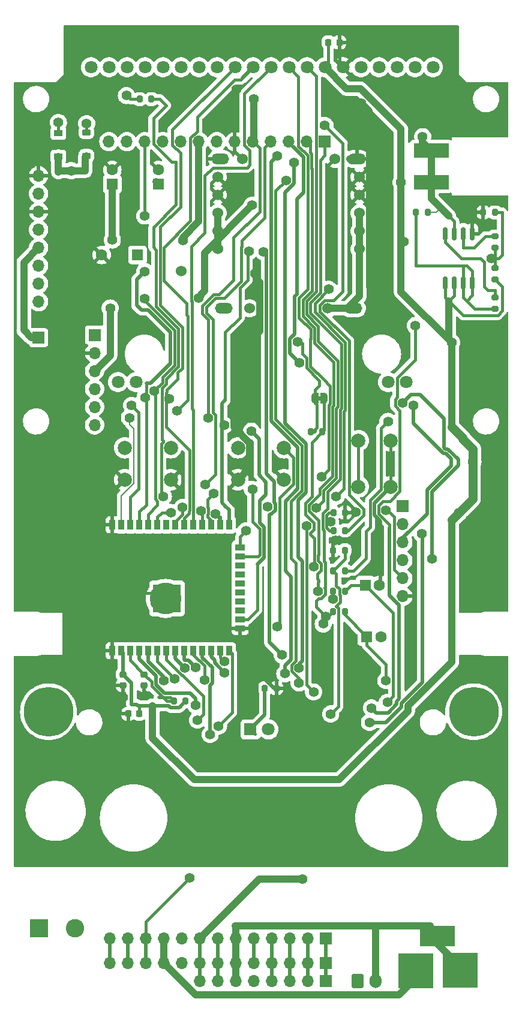
<source format=gbr>
G04 #@! TF.GenerationSoftware,KiCad,Pcbnew,7.0.7-7.0.7~ubuntu22.04.1*
G04 #@! TF.CreationDate,2023-10-20T14:45:35+09:00*
G04 #@! TF.ProjectId,ozone12864,6f7a6f6e-6531-4323-9836-342e6b696361,rev?*
G04 #@! TF.SameCoordinates,Original*
G04 #@! TF.FileFunction,Copper,L1,Top*
G04 #@! TF.FilePolarity,Positive*
%FSLAX46Y46*%
G04 Gerber Fmt 4.6, Leading zero omitted, Abs format (unit mm)*
G04 Created by KiCad (PCBNEW 7.0.7-7.0.7~ubuntu22.04.1) date 2023-10-20 14:45:35*
%MOMM*%
%LPD*%
G01*
G04 APERTURE LIST*
G04 Aperture macros list*
%AMRoundRect*
0 Rectangle with rounded corners*
0 $1 Rounding radius*
0 $2 $3 $4 $5 $6 $7 $8 $9 X,Y pos of 4 corners*
0 Add a 4 corners polygon primitive as box body*
4,1,4,$2,$3,$4,$5,$6,$7,$8,$9,$2,$3,0*
0 Add four circle primitives for the rounded corners*
1,1,$1+$1,$2,$3*
1,1,$1+$1,$4,$5*
1,1,$1+$1,$6,$7*
1,1,$1+$1,$8,$9*
0 Add four rect primitives between the rounded corners*
20,1,$1+$1,$2,$3,$4,$5,0*
20,1,$1+$1,$4,$5,$6,$7,0*
20,1,$1+$1,$6,$7,$8,$9,0*
20,1,$1+$1,$8,$9,$2,$3,0*%
%AMFreePoly0*
4,1,19,0.500000,-0.750000,0.000000,-0.750000,0.000000,-0.744911,-0.071157,-0.744911,-0.207708,-0.704816,-0.327430,-0.627875,-0.420627,-0.520320,-0.479746,-0.390866,-0.500000,-0.250000,-0.500000,0.250000,-0.479746,0.390866,-0.420627,0.520320,-0.327430,0.627875,-0.207708,0.704816,-0.071157,0.744911,0.000000,0.744911,0.000000,0.750000,0.500000,0.750000,0.500000,-0.750000,0.500000,-0.750000,
$1*%
%AMFreePoly1*
4,1,19,0.000000,0.744911,0.071157,0.744911,0.207708,0.704816,0.327430,0.627875,0.420627,0.520320,0.479746,0.390866,0.500000,0.250000,0.500000,-0.250000,0.479746,-0.390866,0.420627,-0.520320,0.327430,-0.627875,0.207708,-0.704816,0.071157,-0.744911,0.000000,-0.744911,0.000000,-0.750000,-0.500000,-0.750000,-0.500000,0.750000,0.000000,0.750000,0.000000,0.744911,0.000000,0.744911,
$1*%
G04 Aperture macros list end*
G04 #@! TA.AperFunction,SMDPad,CuDef*
%ADD10RoundRect,0.225000X0.225000X0.250000X-0.225000X0.250000X-0.225000X-0.250000X0.225000X-0.250000X0*%
G04 #@! TD*
G04 #@! TA.AperFunction,SMDPad,CuDef*
%ADD11RoundRect,0.225000X-0.250000X0.225000X-0.250000X-0.225000X0.250000X-0.225000X0.250000X0.225000X0*%
G04 #@! TD*
G04 #@! TA.AperFunction,SMDPad,CuDef*
%ADD12R,1.200000X0.900000*%
G04 #@! TD*
G04 #@! TA.AperFunction,ComponentPad*
%ADD13R,1.800000X1.800000*%
G04 #@! TD*
G04 #@! TA.AperFunction,ComponentPad*
%ADD14C,1.800000*%
G04 #@! TD*
G04 #@! TA.AperFunction,ComponentPad*
%ADD15R,1.700000X1.700000*%
G04 #@! TD*
G04 #@! TA.AperFunction,ComponentPad*
%ADD16O,1.700000X1.700000*%
G04 #@! TD*
G04 #@! TA.AperFunction,SMDPad,CuDef*
%ADD17FreePoly0,180.000000*%
G04 #@! TD*
G04 #@! TA.AperFunction,SMDPad,CuDef*
%ADD18FreePoly1,180.000000*%
G04 #@! TD*
G04 #@! TA.AperFunction,SMDPad,CuDef*
%ADD19RoundRect,0.200000X0.200000X0.275000X-0.200000X0.275000X-0.200000X-0.275000X0.200000X-0.275000X0*%
G04 #@! TD*
G04 #@! TA.AperFunction,SMDPad,CuDef*
%ADD20RoundRect,0.200000X-0.200000X-0.275000X0.200000X-0.275000X0.200000X0.275000X-0.200000X0.275000X0*%
G04 #@! TD*
G04 #@! TA.AperFunction,SMDPad,CuDef*
%ADD21R,0.900000X1.400000*%
G04 #@! TD*
G04 #@! TA.AperFunction,SMDPad,CuDef*
%ADD22R,1.400000X0.900000*%
G04 #@! TD*
G04 #@! TA.AperFunction,SMDPad,CuDef*
%ADD23R,4.000000X4.000000*%
G04 #@! TD*
G04 #@! TA.AperFunction,ComponentPad*
%ADD24R,1.600000X1.600000*%
G04 #@! TD*
G04 #@! TA.AperFunction,ComponentPad*
%ADD25C,1.600000*%
G04 #@! TD*
G04 #@! TA.AperFunction,ComponentPad*
%ADD26RoundRect,0.250000X0.600000X0.750000X-0.600000X0.750000X-0.600000X-0.750000X0.600000X-0.750000X0*%
G04 #@! TD*
G04 #@! TA.AperFunction,ComponentPad*
%ADD27O,1.700000X2.000000*%
G04 #@! TD*
G04 #@! TA.AperFunction,WasherPad*
%ADD28C,7.000000*%
G04 #@! TD*
G04 #@! TA.AperFunction,SMDPad,CuDef*
%ADD29R,5.000000X2.000000*%
G04 #@! TD*
G04 #@! TA.AperFunction,ComponentPad*
%ADD30R,2.600000X2.600000*%
G04 #@! TD*
G04 #@! TA.AperFunction,ComponentPad*
%ADD31C,2.600000*%
G04 #@! TD*
G04 #@! TA.AperFunction,ComponentPad*
%ADD32C,2.000000*%
G04 #@! TD*
G04 #@! TA.AperFunction,ComponentPad*
%ADD33R,5.001260X5.001260*%
G04 #@! TD*
G04 #@! TA.AperFunction,ComponentPad*
%ADD34R,5.001260X2.999740*%
G04 #@! TD*
G04 #@! TA.AperFunction,ComponentPad*
%ADD35C,1.524000*%
G04 #@! TD*
G04 #@! TA.AperFunction,ComponentPad*
%ADD36O,2.500000X1.524000*%
G04 #@! TD*
G04 #@! TA.AperFunction,SMDPad,CuDef*
%ADD37RoundRect,0.225000X0.375000X-0.225000X0.375000X0.225000X-0.375000X0.225000X-0.375000X-0.225000X0*%
G04 #@! TD*
G04 #@! TA.AperFunction,SMDPad,CuDef*
%ADD38RoundRect,0.200000X-0.275000X0.200000X-0.275000X-0.200000X0.275000X-0.200000X0.275000X0.200000X0*%
G04 #@! TD*
G04 #@! TA.AperFunction,SMDPad,CuDef*
%ADD39RoundRect,0.150000X-0.150000X0.800000X-0.150000X-0.800000X0.150000X-0.800000X0.150000X0.800000X0*%
G04 #@! TD*
G04 #@! TA.AperFunction,SMDPad,CuDef*
%ADD40RoundRect,0.200000X0.275000X-0.200000X0.275000X0.200000X-0.275000X0.200000X-0.275000X-0.200000X0*%
G04 #@! TD*
G04 #@! TA.AperFunction,ComponentPad*
%ADD41C,4.500000*%
G04 #@! TD*
G04 #@! TA.AperFunction,ViaPad*
%ADD42C,1.399540*%
G04 #@! TD*
G04 #@! TA.AperFunction,ViaPad*
%ADD43C,0.500000*%
G04 #@! TD*
G04 #@! TA.AperFunction,Conductor*
%ADD44C,0.508000*%
G04 #@! TD*
G04 #@! TA.AperFunction,Conductor*
%ADD45C,0.381000*%
G04 #@! TD*
G04 #@! TA.AperFunction,Conductor*
%ADD46C,1.016000*%
G04 #@! TD*
G04 #@! TA.AperFunction,Conductor*
%ADD47C,1.270000*%
G04 #@! TD*
G04 #@! TA.AperFunction,Conductor*
%ADD48C,0.152400*%
G04 #@! TD*
G04 #@! TA.AperFunction,Conductor*
%ADD49C,0.203200*%
G04 #@! TD*
G04 APERTURE END LIST*
G04 #@! TA.AperFunction,EtchedComponent*
G36*
X108500000Y-149050000D02*
G01*
X108000000Y-149050000D01*
X108000000Y-148450000D01*
X108500000Y-148450000D01*
X108500000Y-149050000D01*
G37*
G04 #@! TD.AperFunction*
D10*
X82800000Y-193300000D03*
X81250000Y-193300000D03*
D11*
X80500000Y-187725000D03*
X80500000Y-189275000D03*
D12*
X71400000Y-114600000D03*
X71400000Y-111300000D03*
D13*
X98500000Y-195500000D03*
D14*
X101040000Y-195500000D03*
D15*
X68600000Y-140180000D03*
D16*
X68600000Y-135100000D03*
X68600000Y-132560000D03*
X68600000Y-130020000D03*
X68600000Y-127480000D03*
X68600000Y-124940000D03*
X68600000Y-122400000D03*
X68600000Y-119860000D03*
X68600000Y-117320000D03*
D17*
X108900000Y-148750000D03*
D18*
X107600000Y-148750000D03*
D19*
X111825000Y-178900000D03*
X110175000Y-178900000D03*
X111825000Y-176000000D03*
X110175000Y-176000000D03*
D20*
X87675000Y-191500000D03*
X89325000Y-191500000D03*
D19*
X102180000Y-189670000D03*
X100530000Y-189670000D03*
X111825000Y-173100000D03*
X110175000Y-173100000D03*
X108625000Y-153500000D03*
X106975000Y-153500000D03*
D14*
X124250000Y-102000000D03*
X121710000Y-102000000D03*
X119170000Y-102000000D03*
X116630000Y-102000000D03*
X114090000Y-102000000D03*
X111550000Y-102000000D03*
X109010000Y-102000000D03*
X106470000Y-102000000D03*
X103930000Y-102000000D03*
X101390000Y-102000000D03*
X98850000Y-102000000D03*
X96310000Y-102000000D03*
X93770000Y-102000000D03*
X91230000Y-102000000D03*
X88690000Y-102000000D03*
X86150000Y-102000000D03*
X83610000Y-102000000D03*
X81070000Y-102000000D03*
X78530000Y-102000000D03*
X75990000Y-102000000D03*
X120440000Y-146450000D03*
X117900000Y-146450000D03*
X79800000Y-146450000D03*
X82340000Y-146450000D03*
D21*
X79000000Y-184390000D03*
X80270000Y-184390000D03*
X81540000Y-184390000D03*
X82810000Y-184390000D03*
X84080000Y-184390000D03*
X85350000Y-184390000D03*
X86620000Y-184390000D03*
X87890000Y-184390000D03*
X89160000Y-184390000D03*
X90430000Y-184390000D03*
X91700000Y-184390000D03*
X92970000Y-184390000D03*
X94240000Y-184390000D03*
X95510000Y-184390000D03*
D22*
X97034000Y-181215000D03*
X97034000Y-179945000D03*
X97034000Y-178675000D03*
X97034000Y-177405000D03*
X97034000Y-176135000D03*
X97034000Y-174865000D03*
X97034000Y-173595000D03*
X97034000Y-172325000D03*
X97034000Y-171055000D03*
X97034000Y-169785000D03*
D21*
X95510000Y-166610000D03*
X94240000Y-166610000D03*
X92970000Y-166610000D03*
X91700000Y-166610000D03*
X90430000Y-166610000D03*
X89160000Y-166610000D03*
X87890000Y-166610000D03*
X86620000Y-166610000D03*
X85350000Y-166610000D03*
X84080000Y-166610000D03*
X82810000Y-166610000D03*
X81540000Y-166610000D03*
X80270000Y-166610000D03*
X79000000Y-166610000D03*
D23*
X86720000Y-177000000D03*
D11*
X83500000Y-187725000D03*
X83500000Y-189275000D03*
D24*
X82560000Y-128500000D03*
D25*
X77500000Y-128500000D03*
D26*
X113620000Y-231000000D03*
D27*
X116120000Y-231000000D03*
D28*
X130000000Y-193000000D03*
X70000000Y-193000000D03*
D29*
X124000000Y-113750000D03*
X124000000Y-118250000D03*
D15*
X120000000Y-164000000D03*
D16*
X120000000Y-166540000D03*
X120000000Y-169080000D03*
X120000000Y-171620000D03*
X120000000Y-174160000D03*
X120000000Y-176700000D03*
D20*
X110175000Y-170200000D03*
X111825000Y-170200000D03*
D15*
X109120000Y-228500000D03*
D16*
X106580000Y-228500000D03*
X104040000Y-228500000D03*
X101500000Y-228500000D03*
X98960000Y-228500000D03*
X96420000Y-228500000D03*
X93880000Y-228500000D03*
X91340000Y-228500000D03*
X88800000Y-228500000D03*
X86260000Y-228500000D03*
X83720000Y-228500000D03*
X81180000Y-228500000D03*
X78640000Y-228500000D03*
D30*
X68700000Y-223600000D03*
D31*
X73780000Y-223600000D03*
D15*
X109000000Y-112500000D03*
D16*
X106460000Y-112500000D03*
X103920000Y-112500000D03*
X101380000Y-112500000D03*
X98840000Y-112500000D03*
X96300000Y-112500000D03*
X93760000Y-112500000D03*
X91220000Y-112500000D03*
X88680000Y-112500000D03*
X86140000Y-112500000D03*
X83600000Y-112500000D03*
X81060000Y-112500000D03*
X78520000Y-112500000D03*
D15*
X109120000Y-225000000D03*
D16*
X106580000Y-225000000D03*
X104040000Y-225000000D03*
X101500000Y-225000000D03*
X98960000Y-225000000D03*
X96420000Y-225000000D03*
X93880000Y-225000000D03*
X91340000Y-225000000D03*
X88800000Y-225000000D03*
X86260000Y-225000000D03*
X83720000Y-225000000D03*
X81180000Y-225000000D03*
X78640000Y-225000000D03*
D20*
X82850000Y-106500000D03*
X84500000Y-106500000D03*
D10*
X111050000Y-98500000D03*
X109500000Y-98500000D03*
D32*
X103230000Y-160240000D03*
X96730000Y-160240000D03*
X103230000Y-155740000D03*
X96730000Y-155740000D03*
X118240000Y-154730000D03*
X118240000Y-161230000D03*
X113740000Y-154730000D03*
X113740000Y-161230000D03*
X87250000Y-160240000D03*
X80750000Y-160240000D03*
X87250000Y-155740000D03*
X80750000Y-155740000D03*
D33*
X121869060Y-229550800D03*
X128120000Y-229500000D03*
D34*
X124868800Y-224699400D03*
D35*
X93890000Y-122580000D03*
X93890000Y-125120000D03*
D36*
X94744000Y-136050000D03*
D35*
X98365000Y-136050000D03*
X93890000Y-117500000D03*
X93890000Y-120040000D03*
D36*
X94244000Y-114960000D03*
D35*
X97365000Y-114960000D03*
X110415000Y-114960000D03*
D36*
X113536000Y-114960000D03*
D35*
X113890000Y-117500000D03*
X113890000Y-120040000D03*
X88690000Y-130770000D03*
X93890000Y-127660000D03*
X109415000Y-136050000D03*
D36*
X113036000Y-136050000D03*
D35*
X113890000Y-122580000D03*
X113890000Y-125120000D03*
X113890000Y-127660000D03*
D20*
X131350000Y-122500000D03*
X133000000Y-122500000D03*
D19*
X111850000Y-167400000D03*
X110200000Y-167400000D03*
D37*
X75350000Y-114500000D03*
X75350000Y-111200000D03*
D38*
X133000000Y-130350000D03*
X133000000Y-132000000D03*
D39*
X129810000Y-125500000D03*
X128540000Y-125500000D03*
X127270000Y-125500000D03*
X126000000Y-125500000D03*
X126000000Y-132500000D03*
X127270000Y-132500000D03*
X128540000Y-132500000D03*
X129810000Y-132500000D03*
D40*
X133000000Y-136150000D03*
X133000000Y-134500000D03*
D41*
X86500000Y-177000000D03*
D20*
X121850000Y-122500000D03*
X123500000Y-122500000D03*
D38*
X133000000Y-125850000D03*
X133000000Y-127500000D03*
D19*
X111850000Y-164890000D03*
X110200000Y-164890000D03*
D24*
X114900000Y-182400000D03*
D25*
X116900000Y-182400000D03*
D24*
X114700000Y-175100000D03*
D25*
X116700000Y-175100000D03*
D15*
X109120000Y-231000000D03*
D16*
X106580000Y-231000000D03*
X104040000Y-231000000D03*
X101500000Y-231000000D03*
X98960000Y-231000000D03*
X96420000Y-231000000D03*
X93880000Y-231000000D03*
X91340000Y-231000000D03*
D24*
X85500000Y-118500000D03*
D25*
X85500000Y-116500000D03*
D15*
X76500000Y-139800000D03*
D16*
X76500000Y-142340000D03*
X76500000Y-144880000D03*
X76500000Y-147420000D03*
X76500000Y-149960000D03*
X76500000Y-152500000D03*
D24*
X79000000Y-118500000D03*
D25*
X79000000Y-116500000D03*
D42*
X105175315Y-140799559D03*
X128700000Y-148400000D03*
X99145228Y-131136478D03*
X114113375Y-107032845D03*
X80500000Y-191000000D03*
X129500000Y-122500000D03*
X110450000Y-168770000D03*
X113400000Y-164800000D03*
X96476569Y-105142730D03*
X83750000Y-190750000D03*
X115617141Y-133257270D03*
X117591446Y-188605060D03*
X86273342Y-188645438D03*
X79000000Y-126405384D03*
X126883768Y-140854655D03*
X127891884Y-164891884D03*
X89000000Y-126500000D03*
X119750000Y-118250000D03*
X120115991Y-126660352D03*
X129903270Y-157683586D03*
D43*
X85600000Y-191000000D03*
D42*
X121749926Y-138470017D03*
X115578058Y-192456302D03*
X117807588Y-191653705D03*
X90780496Y-192098291D03*
X89870000Y-216500000D03*
X105820000Y-216600000D03*
X98742920Y-121469040D03*
X73200000Y-116600000D03*
X78700000Y-136000000D03*
X91209691Y-134568196D03*
X75382025Y-109945770D03*
X109000000Y-110200000D03*
X83559730Y-134642230D03*
X84924311Y-147669525D03*
X83616469Y-148658210D03*
X83559730Y-130842230D03*
X98269611Y-128004208D03*
X94792230Y-152539770D03*
X108758273Y-180600000D03*
X109119310Y-179559209D03*
X110140270Y-177050724D03*
X108040270Y-176000439D03*
X81695425Y-149753693D03*
X105382224Y-143688679D03*
X92500000Y-151500000D03*
X99000000Y-106500000D03*
X71400000Y-109800000D03*
X117900000Y-152000000D03*
X87259720Y-164868836D03*
X92070329Y-160941493D03*
X121455752Y-149741898D03*
X88144396Y-150538822D03*
X81431232Y-151488344D03*
X124100000Y-171400000D03*
X119953193Y-149365270D03*
X87040270Y-148771013D03*
X117600000Y-164600000D03*
X88887677Y-164171270D03*
X107440270Y-172555237D03*
X97852784Y-167467004D03*
X109819543Y-193306755D03*
X91011775Y-194178842D03*
X81000000Y-106000000D03*
X98627471Y-153372527D03*
X102296687Y-180975301D03*
X94848291Y-185912977D03*
X93328914Y-162200079D03*
X108518983Y-159836794D03*
X107807977Y-164196269D03*
X91499217Y-164647788D03*
X103352070Y-187624103D03*
X90796489Y-186766946D03*
X102305691Y-114495233D03*
X89248951Y-186835196D03*
X105359730Y-186810690D03*
X104678228Y-115468460D03*
X115300000Y-194500000D03*
X122700000Y-167900000D03*
X92800000Y-196200000D03*
X102952752Y-184972014D03*
X100349151Y-128051441D03*
X94859563Y-187485231D03*
X83559730Y-123000000D03*
X132500000Y-129000000D03*
X109570760Y-133358076D03*
X100898270Y-164067630D03*
X93579757Y-165031792D03*
X110593927Y-162606073D03*
X105359730Y-188946222D03*
X103500000Y-118000000D03*
X92000000Y-188500000D03*
X94000000Y-195000000D03*
X122800000Y-111800000D03*
X107400000Y-190200000D03*
X87786420Y-188313580D03*
X106400000Y-166800000D03*
X109800000Y-166200000D03*
X86200000Y-162600000D03*
X98762569Y-161600000D03*
D44*
X98960000Y-225000000D02*
X98960000Y-228500000D01*
D45*
X107500000Y-153500000D02*
X106975000Y-153500000D01*
X107830501Y-149620759D02*
X107830501Y-152904241D01*
X108237041Y-146932187D02*
X108237041Y-146238493D01*
X107600000Y-147541270D02*
X107627958Y-147541270D01*
X107830501Y-152904241D02*
X107234742Y-153500000D01*
X105846996Y-141031671D02*
X105614884Y-140799559D01*
X106421994Y-143051233D02*
X105846996Y-142476234D01*
X105846996Y-142476234D02*
X105846996Y-141031671D01*
X105614884Y-140799559D02*
X105175315Y-140799559D01*
X107600000Y-148750000D02*
X107600000Y-147541270D01*
X107627958Y-147541270D02*
X108237041Y-146932187D01*
X106421994Y-144423445D02*
X106421994Y-143051233D01*
X107600000Y-149390258D02*
X107830501Y-149620759D01*
X107600000Y-153400000D02*
X107500000Y-153500000D01*
X108237041Y-146238493D02*
X106421994Y-144423445D01*
X107234742Y-153500000D02*
X106975000Y-153500000D01*
X107600000Y-148750000D02*
X107600000Y-149390258D01*
D44*
X110175000Y-169045000D02*
X110450000Y-168770000D01*
D45*
X111850000Y-164890000D02*
X112710000Y-164890000D01*
D46*
X96150000Y-152815233D02*
X98388000Y-155053233D01*
X115250000Y-110500000D02*
X115250000Y-111530530D01*
D45*
X80500000Y-191000000D02*
X80500000Y-189275000D01*
D46*
X115348001Y-113771469D02*
X115348001Y-132988130D01*
D45*
X83500000Y-190500000D02*
X83750000Y-190750000D01*
X83500000Y-189275000D02*
X83500000Y-190500000D01*
D44*
X116800000Y-166110501D02*
X116800000Y-167500000D01*
D46*
X115250000Y-110500000D02*
X115250000Y-112236000D01*
X112780000Y-115214000D02*
X112526000Y-114960000D01*
X115857270Y-112137800D02*
X115857270Y-113262200D01*
D44*
X96500000Y-105500000D02*
X96476569Y-105476569D01*
X116800000Y-175000000D02*
X116700000Y-175100000D01*
X79000000Y-161990000D02*
X80750000Y-160240000D01*
X96476569Y-105476569D02*
X96476569Y-105142730D01*
D45*
X131350000Y-122500000D02*
X129500000Y-122500000D01*
X129810000Y-125500000D02*
X129810000Y-122810000D01*
X129810000Y-122810000D02*
X129500000Y-122500000D01*
D44*
X79000000Y-166610000D02*
X79000000Y-161990000D01*
D45*
X79000000Y-176250000D02*
X79000000Y-166610000D01*
D44*
X101859200Y-189670000D02*
X97034000Y-184844800D01*
D46*
X115348001Y-132988130D02*
X115617141Y-133257270D01*
X99836997Y-139243201D02*
X96150000Y-142930198D01*
X96150000Y-142930198D02*
X96150000Y-152815233D01*
D45*
X118240000Y-154730000D02*
X118240000Y-161230000D01*
X80500000Y-191000000D02*
X79000000Y-189500000D01*
D46*
X115250000Y-108169470D02*
X114113375Y-107032845D01*
X99336997Y-131328247D02*
X99336997Y-131895945D01*
D44*
X115966229Y-163503771D02*
X115966229Y-165276730D01*
D46*
X99836997Y-132395945D02*
X99836997Y-139243201D01*
X98388000Y-155053233D02*
X98388000Y-158582000D01*
D44*
X118240000Y-161230000D02*
X115966229Y-163503771D01*
D46*
X115857270Y-113262200D02*
X115348001Y-113771469D01*
D45*
X79000000Y-184390000D02*
X79000000Y-176250000D01*
X111050000Y-101500000D02*
X111550000Y-102000000D01*
D44*
X96300000Y-112500000D02*
X96300000Y-105319299D01*
D45*
X111050000Y-98500000D02*
X111050000Y-101500000D01*
D44*
X115966229Y-165276730D02*
X116800000Y-166110501D01*
D46*
X115250000Y-110500000D02*
X115250000Y-108169470D01*
D45*
X112800000Y-164800000D02*
X113400000Y-164800000D01*
X79000000Y-189500000D02*
X79000000Y-184390000D01*
D46*
X115250000Y-111530530D02*
X115857270Y-112137800D01*
X98388000Y-158582000D02*
X96730000Y-160240000D01*
X99145228Y-131136478D02*
X99336997Y-131328247D01*
D44*
X97034000Y-184844800D02*
X97034000Y-181215000D01*
D45*
X87000000Y-177000000D02*
X86720000Y-177000000D01*
D44*
X102180000Y-189670000D02*
X101859200Y-189670000D01*
D45*
X85970000Y-176250000D02*
X87000000Y-177000000D01*
D44*
X96300000Y-105319299D02*
X96476569Y-105142730D01*
D45*
X79000000Y-176250000D02*
X85970000Y-176250000D01*
D46*
X99336997Y-131895945D02*
X99836997Y-132395945D01*
D44*
X110175000Y-170200000D02*
X110175000Y-169045000D01*
X116800000Y-167500000D02*
X116800000Y-175000000D01*
X84080000Y-185920764D02*
X86273342Y-188114106D01*
X86273342Y-188114106D02*
X86273342Y-188645438D01*
D45*
X111825000Y-179325000D02*
X114900000Y-182400000D01*
X111825000Y-178900000D02*
X111825000Y-179325000D01*
D44*
X84080000Y-184390000D02*
X84080000Y-185920764D01*
D45*
X114900000Y-183609435D02*
X117591446Y-186300881D01*
X114900000Y-182400000D02*
X114900000Y-183609435D01*
X117591446Y-186300881D02*
X117591446Y-188605060D01*
D46*
X126500000Y-140470887D02*
X126883768Y-140854655D01*
X66500000Y-129580000D02*
X68600000Y-127480000D01*
D44*
X87224810Y-192379010D02*
X88445990Y-192379010D01*
D46*
X119750000Y-110750000D02*
X114000000Y-105000000D01*
D47*
X129903270Y-155934608D02*
X129903270Y-157683586D01*
D44*
X86966790Y-192120990D02*
X87224810Y-192379010D01*
D45*
X126000000Y-134500000D02*
X126500000Y-135000000D01*
D46*
X112010000Y-105000000D02*
X109010000Y-102000000D01*
D45*
X82800000Y-192316980D02*
X82604010Y-192120990D01*
D46*
X126883768Y-152800000D02*
X126883768Y-140854655D01*
D44*
X82604010Y-192120990D02*
X84620990Y-192120990D01*
X84620990Y-192120990D02*
X86966790Y-192120990D01*
D45*
X134000000Y-136389382D02*
X133389382Y-137000000D01*
D46*
X119750000Y-125500000D02*
X119750000Y-133720887D01*
D47*
X129838501Y-162945267D02*
X129838501Y-157748355D01*
D46*
X84700000Y-192200000D02*
X84620990Y-192120990D01*
X90600000Y-202600000D02*
X84700000Y-196700000D01*
D44*
X81725000Y-191975000D02*
X82458020Y-191975000D01*
X82458020Y-191975000D02*
X82604010Y-192120990D01*
D46*
X66500000Y-139100000D02*
X66500000Y-129580000D01*
D45*
X133000000Y-132000000D02*
X134000000Y-133000000D01*
X127270000Y-132500000D02*
X127270000Y-134230000D01*
D46*
X126500000Y-135000000D02*
X126500000Y-140470887D01*
D47*
X126883768Y-165900000D02*
X129838501Y-162945267D01*
D44*
X80500000Y-187725000D02*
X80500000Y-184620000D01*
D46*
X91220000Y-112500000D02*
X91220000Y-123780000D01*
X119750000Y-133720887D02*
X126883768Y-140854655D01*
D45*
X134000000Y-133000000D02*
X134000000Y-136389382D01*
D46*
X126883768Y-186016232D02*
X126883768Y-165900000D01*
X111000000Y-202600000D02*
X90600000Y-202600000D01*
D45*
X109500000Y-101510000D02*
X109010000Y-102000000D01*
D46*
X119750000Y-118250000D02*
X119750000Y-121500000D01*
X119750000Y-118250000D02*
X119750000Y-110750000D01*
X114000000Y-105000000D02*
X112010000Y-105000000D01*
D47*
X128430161Y-154461499D02*
X128430161Y-154346393D01*
D45*
X128500000Y-137000000D02*
X126500000Y-135000000D01*
X133389382Y-137000000D02*
X128500000Y-137000000D01*
D46*
X67580000Y-140180000D02*
X66500000Y-139100000D01*
D47*
X129838501Y-157748355D02*
X129903270Y-157683586D01*
D44*
X80500000Y-184620000D02*
X80270000Y-184390000D01*
D46*
X111000000Y-202600000D02*
X120698072Y-192901928D01*
D44*
X81725000Y-188950000D02*
X80500000Y-187725000D01*
D47*
X128430161Y-154346393D02*
X126883768Y-152800000D01*
D46*
X89000000Y-126000000D02*
X89000000Y-126500000D01*
X119750000Y-121500000D02*
X119750000Y-125500000D01*
X120698072Y-192901928D02*
X120698072Y-192201928D01*
X68600000Y-140180000D02*
X67580000Y-140180000D01*
D47*
X128430161Y-154461499D02*
X129903270Y-155934608D01*
D46*
X119750000Y-126294361D02*
X120115991Y-126660352D01*
X84700000Y-196700000D02*
X84700000Y-192200000D01*
D45*
X127270000Y-134230000D02*
X126500000Y-135000000D01*
D46*
X79000000Y-118500000D02*
X79000000Y-126405384D01*
D45*
X109500000Y-98500000D02*
X109500000Y-101510000D01*
D46*
X91220000Y-123780000D02*
X89000000Y-126000000D01*
D45*
X82800000Y-193300000D02*
X82800000Y-192316980D01*
D46*
X120698072Y-192201928D02*
X126883768Y-186016232D01*
X119750000Y-125500000D02*
X119750000Y-126294361D01*
D44*
X81725000Y-191975000D02*
X81725000Y-188950000D01*
D45*
X126000000Y-132500000D02*
X126000000Y-134500000D01*
D44*
X88445990Y-192379010D02*
X89325000Y-191500000D01*
D45*
X117169313Y-163260230D02*
X118189528Y-163260230D01*
D44*
X115578058Y-192456302D02*
X116277827Y-193156071D01*
X117910345Y-193156071D02*
X119128050Y-191938366D01*
D45*
X119580501Y-160180501D02*
X119580501Y-150463035D01*
X85600000Y-191000000D02*
X87175000Y-191000000D01*
X121749926Y-143304132D02*
X121749926Y-138470017D01*
X119199499Y-148594964D02*
X119199499Y-145854559D01*
X81540000Y-184390000D02*
X81540000Y-185765000D01*
D44*
X119500000Y-177973424D02*
X118080197Y-176553621D01*
D45*
X118189528Y-163260230D02*
X119580501Y-161869257D01*
X118080197Y-167031159D02*
X118080197Y-166550654D01*
X86672256Y-191500000D02*
X87675000Y-191500000D01*
X119199499Y-145854559D02*
X121749926Y-143304132D01*
X87175000Y-191000000D02*
X87675000Y-191500000D01*
X116560230Y-163869313D02*
X117169313Y-163260230D01*
D44*
X119500000Y-191179654D02*
X119500000Y-177973424D01*
D45*
X119580501Y-150463035D02*
X118913423Y-149795957D01*
X118080197Y-166550654D02*
X116560230Y-165030687D01*
X83500000Y-187725000D02*
X84576071Y-188801071D01*
X116560230Y-165030687D02*
X116560230Y-163869313D01*
D44*
X119128050Y-191938366D02*
X119128050Y-191551604D01*
D45*
X118913423Y-148881040D02*
X119199499Y-148594964D01*
X84576071Y-189403815D02*
X86672256Y-191500000D01*
D44*
X118080197Y-176553621D02*
X118080197Y-167031159D01*
D45*
X119580501Y-161869257D02*
X119580501Y-160180501D01*
X81540000Y-185765000D02*
X83500000Y-187725000D01*
D44*
X119128050Y-191551604D02*
X119500000Y-191179654D01*
X116277827Y-193156071D02*
X117910345Y-193156071D01*
D45*
X118913423Y-149795957D02*
X118913423Y-148881040D01*
X84576071Y-188801071D02*
X84576071Y-189403815D01*
X114700000Y-175100000D02*
X112725000Y-175100000D01*
D44*
X85170072Y-189157051D02*
X86377319Y-190364298D01*
D45*
X112725000Y-175100000D02*
X111825000Y-176000000D01*
D44*
X82810000Y-184390000D02*
X82810000Y-185598000D01*
D45*
X114700000Y-175100000D02*
X118631726Y-179031726D01*
D44*
X85170072Y-187958072D02*
X85170072Y-189157051D01*
X86377319Y-190364298D02*
X90036127Y-190364298D01*
X90036127Y-190364298D02*
X90780496Y-191108667D01*
D45*
X118631726Y-179031726D02*
X118631726Y-190829567D01*
D44*
X82810000Y-185598000D02*
X85170072Y-187958072D01*
D45*
X118631726Y-190829567D02*
X117807588Y-191653705D01*
D44*
X90780496Y-191108667D02*
X90780496Y-192098291D01*
X117807588Y-191552912D02*
X117807588Y-191653705D01*
X83720000Y-228500000D02*
X83720000Y-225000000D01*
D45*
X89870000Y-216500000D02*
X83720000Y-222650000D01*
X83720000Y-222650000D02*
X83720000Y-225000000D01*
D44*
X91340000Y-228500000D02*
X91340000Y-231000000D01*
D46*
X99740000Y-216600000D02*
X91340000Y-225000000D01*
X105820000Y-216600000D02*
X99740000Y-216600000D01*
D44*
X91340000Y-225000000D02*
X91340000Y-228500000D01*
D46*
X120869060Y-231567430D02*
X120869060Y-228050800D01*
X86260000Y-228500000D02*
X90760000Y-233000000D01*
X90760000Y-233000000D02*
X119436490Y-233000000D01*
X119436490Y-233000000D02*
X120869060Y-231567430D01*
X86260000Y-225000000D02*
X86260000Y-228500000D01*
D48*
X71400000Y-115600000D02*
X71400000Y-115800000D01*
D46*
X75200000Y-116600000D02*
X75200000Y-114650000D01*
X92000000Y-128211960D02*
X92000000Y-133600040D01*
X91551500Y-134226387D02*
X91209691Y-134568196D01*
X73200000Y-116600000D02*
X75200000Y-116600000D01*
D48*
X71400000Y-115800000D02*
X71400000Y-116000000D01*
D46*
X85200000Y-118200000D02*
X85500000Y-118500000D01*
X71400000Y-116800000D02*
X71400000Y-114600000D01*
X92000000Y-133600040D02*
X91551500Y-134048540D01*
X98742920Y-121469040D02*
X92000000Y-128211960D01*
X73200000Y-116600000D02*
X71600000Y-116600000D01*
X78700000Y-136000000D02*
X78700000Y-142680000D01*
D45*
X71400000Y-114600000D02*
X71400000Y-115800000D01*
D46*
X75200000Y-114650000D02*
X75350000Y-114500000D01*
D49*
X71400000Y-114600000D02*
X71400000Y-115600000D01*
D46*
X71600000Y-116600000D02*
X71400000Y-116800000D01*
X91551500Y-134048540D02*
X91551500Y-134226387D01*
X76500000Y-144880000D02*
X78700000Y-142680000D01*
X93890000Y-122580000D02*
X93890000Y-127660000D01*
D45*
X111517500Y-112717500D02*
X109000000Y-110200000D01*
X75350000Y-111200000D02*
X75350000Y-109977795D01*
X110219949Y-134947500D02*
X111517500Y-133649949D01*
X112395498Y-140589669D02*
X108312500Y-136506671D01*
X111517500Y-133649949D02*
X111517500Y-112717500D01*
X75382025Y-109817975D02*
X75382025Y-109945770D01*
X75350000Y-109977795D02*
X75382025Y-109945770D01*
X108312500Y-136506671D02*
X108312500Y-135593329D01*
X114440270Y-164369106D02*
X112395498Y-162324334D01*
X111850000Y-167400000D02*
X112271164Y-167400000D01*
X114440270Y-165230894D02*
X114440270Y-164369106D01*
X108312500Y-135593329D02*
X108958329Y-134947500D01*
X75400000Y-109800000D02*
X75382025Y-109817975D01*
X112395498Y-162324334D02*
X112395498Y-140589669D01*
X112271164Y-167400000D02*
X114440270Y-165230894D01*
X108958329Y-134947500D02*
X110219949Y-134947500D01*
X85378500Y-163249664D02*
X85069000Y-162940164D01*
X86069000Y-145771750D02*
X87794500Y-144046250D01*
X84080000Y-166610000D02*
X84080000Y-165130398D01*
X87794500Y-139145447D02*
X83559730Y-134910677D01*
X85069000Y-147814214D02*
X84924311Y-147669525D01*
X83559730Y-134910677D02*
X83559730Y-134642230D01*
X84924311Y-147669525D02*
X84924311Y-147646950D01*
X85069000Y-162940164D02*
X85069000Y-147814214D01*
X85378500Y-163831898D02*
X85378500Y-163249664D01*
X87794500Y-144046250D02*
X87794500Y-139145447D01*
X86069000Y-146502261D02*
X86069000Y-145771750D01*
X84924311Y-147646950D02*
X86069000Y-146502261D01*
X84080000Y-165130398D02*
X85378500Y-163831898D01*
D44*
X84066981Y-136258678D02*
X83102533Y-136258678D01*
X82455960Y-135612105D02*
X82455960Y-131946000D01*
X83821041Y-146630709D02*
X84369291Y-146630709D01*
D45*
X83781044Y-146670706D02*
X83821041Y-146630709D01*
D44*
X87200000Y-143800000D02*
X87200000Y-139391697D01*
X87200000Y-139391697D02*
X84066981Y-136258678D01*
X83102533Y-136258678D02*
X82455960Y-135612105D01*
X84369291Y-146630709D02*
X87200000Y-143800000D01*
D45*
X82810000Y-166610000D02*
X82810000Y-164752088D01*
X82810000Y-164752088D02*
X83781044Y-163781044D01*
X83781044Y-163781044D02*
X83781044Y-146670706D01*
D44*
X82455960Y-131946000D02*
X83559730Y-130842230D01*
X94488000Y-163486606D02*
X94488000Y-149457999D01*
D45*
X98105458Y-132032372D02*
X97000000Y-133137830D01*
D44*
X94946696Y-163945302D02*
X94488000Y-163486606D01*
D45*
X94945999Y-139400000D02*
X94945999Y-149000000D01*
X113740000Y-154730000D02*
X113740000Y-161230000D01*
X98105458Y-128168361D02*
X98105458Y-132032372D01*
X98269611Y-128004208D02*
X98105458Y-128168361D01*
D44*
X94946696Y-163945302D02*
X95510000Y-164508606D01*
D45*
X97000000Y-137345999D02*
X94945999Y-139400000D01*
D44*
X94946696Y-163945302D02*
X94945999Y-163945999D01*
X94488000Y-149457999D02*
X94945999Y-149000000D01*
D45*
X97000000Y-133137830D02*
X97000000Y-137345999D01*
D44*
X95510000Y-164508606D02*
X95510000Y-166610000D01*
X109120000Y-225000000D02*
X109120000Y-228500000D01*
X109120000Y-228500000D02*
X109120000Y-231000000D01*
X106580000Y-225000000D02*
X106580000Y-228500000D01*
X106580000Y-228500000D02*
X106580000Y-231000000D01*
X104040000Y-225000000D02*
X104040000Y-228500000D01*
X104040000Y-228500000D02*
X104040000Y-231000000D01*
X101500000Y-225000000D02*
X101500000Y-228500000D01*
X101500000Y-231000000D02*
X101500000Y-228500000D01*
X93880000Y-231000000D02*
X93880000Y-228500000D01*
X93880000Y-228500000D02*
X93880000Y-225000000D01*
X81180000Y-228500000D02*
X81180000Y-225000000D01*
X78640000Y-228500000D02*
X78640000Y-225000000D01*
D45*
X108669000Y-167219948D02*
X108878200Y-167429147D01*
X111333497Y-150164611D02*
X111138000Y-150360108D01*
X108878200Y-171771055D02*
X109011540Y-171904396D01*
X108071359Y-177040709D02*
X107732834Y-177379234D01*
X109000000Y-114470450D02*
X108360104Y-115110346D01*
X108360104Y-115110346D02*
X108360104Y-133817784D01*
X111333497Y-149724713D02*
X111333499Y-149724715D01*
X111333497Y-141080655D02*
X111333497Y-149724713D01*
X108471164Y-177040709D02*
X108071359Y-177040709D01*
X109080540Y-176431333D02*
X108471164Y-177040709D01*
X109080540Y-175569545D02*
X109080540Y-176431333D01*
X107732834Y-177379234D02*
X107732834Y-178172733D01*
X107732834Y-178172733D02*
X109119310Y-179559209D01*
X111137999Y-160190839D02*
X109359730Y-161969106D01*
X109011540Y-171904396D02*
X109011540Y-175477408D01*
X108878200Y-167429147D02*
X108878200Y-171771055D01*
X108758273Y-180316727D02*
X108758273Y-180600000D01*
X106938000Y-136685158D02*
X111333497Y-141080655D01*
X108360104Y-133817784D02*
X106938000Y-135239889D01*
X111333499Y-149724715D02*
X111333497Y-150164611D01*
X108999971Y-175488977D02*
X109080540Y-175569545D01*
X110175000Y-178900000D02*
X108758273Y-180316727D01*
X109011540Y-175477408D02*
X108999971Y-175488977D01*
X109359730Y-161969106D02*
X109359730Y-164289323D01*
X106938000Y-135239889D02*
X106938000Y-136685158D01*
X109359730Y-164289323D02*
X108669000Y-164980053D01*
X108669000Y-164980053D02*
X108669000Y-167219948D01*
X109000000Y-112500000D02*
X109000000Y-114470450D01*
X111138000Y-150360108D02*
X111137999Y-160190839D01*
X106767707Y-163765375D02*
X106767707Y-164627163D01*
X110175000Y-176000000D02*
X110175000Y-177015994D01*
X107531000Y-140934792D02*
X110271499Y-143675291D01*
X110271499Y-143675291D02*
X110271499Y-149724713D01*
X110076000Y-149920212D02*
X110075999Y-159750943D01*
X107531000Y-138780053D02*
X107531000Y-140934792D01*
X108297730Y-162235352D02*
X106767707Y-163765375D01*
X106907499Y-113840365D02*
X106907499Y-114028986D01*
X108138000Y-174439894D02*
X108138000Y-174639895D01*
X106907499Y-114028986D02*
X107125500Y-114246988D01*
X106908497Y-113839367D02*
X106907499Y-113840365D01*
X108138000Y-165997456D02*
X108138000Y-170839896D01*
X107145380Y-133530613D02*
X105876000Y-134799995D01*
X105876000Y-137125052D02*
X107531000Y-138780053D01*
X107145380Y-116311688D02*
X107145380Y-133530613D01*
X108064980Y-171708783D02*
X108480540Y-172124343D01*
X110271499Y-149724713D02*
X110076000Y-149920212D01*
X108138000Y-170839896D02*
X108064980Y-170912916D01*
X105876000Y-134799995D02*
X105876000Y-137125052D01*
X106767707Y-164627163D02*
X108138000Y-165997456D01*
X108138000Y-174639895D02*
X108040270Y-174737625D01*
X108480540Y-172986131D02*
X107938000Y-173528671D01*
X107125500Y-116291807D02*
X107145380Y-116311688D01*
X107125500Y-114246988D02*
X107125500Y-116291807D01*
X108297730Y-161529212D02*
X108297730Y-162235352D01*
X106460000Y-112500000D02*
X106908497Y-112948497D01*
X108064980Y-170912916D02*
X108064980Y-171708783D01*
X110075999Y-159750943D02*
X108297730Y-161529212D01*
X107938000Y-174239895D02*
X108138000Y-174439894D01*
X108480540Y-172124343D02*
X108480540Y-172986131D01*
X110175000Y-177015994D02*
X110140270Y-177050724D01*
X107938000Y-173528671D02*
X107938000Y-174239895D01*
X108040270Y-174737625D02*
X108040270Y-176000439D01*
X106908497Y-112948497D02*
X106908497Y-113839367D01*
D44*
X104071545Y-142378000D02*
X105382224Y-143688679D01*
X105969782Y-119719518D02*
X105048040Y-120641260D01*
X105047533Y-127735887D02*
X105047533Y-134036765D01*
X104071545Y-140342362D02*
X104071545Y-142378000D01*
X104750500Y-135054015D02*
X104718118Y-135086397D01*
X105969782Y-116727787D02*
X105969782Y-119719518D01*
X105048040Y-120641260D02*
X105048040Y-127735380D01*
X105047533Y-134036765D02*
X104750500Y-134333798D01*
X105048040Y-127735380D02*
X105047533Y-127735887D01*
X104718118Y-139695789D02*
X104071545Y-140342362D01*
D45*
X82731011Y-150789279D02*
X81695425Y-149753693D01*
D44*
X106000000Y-114713185D02*
X106000000Y-116697569D01*
X104750500Y-134333798D02*
X104750500Y-135054015D01*
X104658022Y-113370501D02*
X104658022Y-113371207D01*
D45*
X82731011Y-161518027D02*
X82731011Y-150789279D01*
D44*
X106000000Y-116697569D02*
X105969782Y-116727787D01*
X103920000Y-112632479D02*
X104658022Y-113370501D01*
X104718118Y-135086397D02*
X104718118Y-139695789D01*
X103920000Y-112500000D02*
X103920000Y-112632479D01*
D45*
X81540000Y-166610000D02*
X81540000Y-162709038D01*
D44*
X104658022Y-113371207D02*
X106000000Y-114713185D01*
D45*
X81540000Y-162709038D02*
X82731011Y-161518027D01*
X94084036Y-134062794D02*
X96102500Y-132044330D01*
X115372228Y-166927772D02*
X115372228Y-163141794D01*
X116899500Y-153000500D02*
X117900000Y-152000000D01*
X115372228Y-163141794D02*
X116899500Y-161614522D01*
X93333089Y-134062794D02*
X94084036Y-134062794D01*
X113000000Y-173100000D02*
X114800000Y-171300000D01*
D46*
X99000000Y-112340000D02*
X98840000Y-112500000D01*
D45*
X96102500Y-132044330D02*
X96102500Y-126060329D01*
X91669000Y-135726883D02*
X93333089Y-134062794D01*
X114800000Y-167500000D02*
X115372228Y-166927772D01*
X91669000Y-136819947D02*
X91669000Y-135726883D01*
X92500000Y-151500000D02*
X92500000Y-137650948D01*
X111825000Y-173100000D02*
X113000000Y-173100000D01*
X99783190Y-113443190D02*
X98840000Y-112500000D01*
X99783190Y-122379639D02*
X99783190Y-113443190D01*
X92500000Y-137650948D02*
X91669000Y-136819947D01*
X114800000Y-167500000D02*
X114800000Y-171300000D01*
X96102500Y-126060329D02*
X99783190Y-122379639D01*
D46*
X99000000Y-106500000D02*
X99000000Y-112340000D01*
D45*
X71400000Y-111300000D02*
X71400000Y-109800000D01*
X116899500Y-161614522D02*
X116899500Y-153000500D01*
X93219741Y-150749284D02*
X93219741Y-137619741D01*
X93539770Y-159472052D02*
X93539770Y-151069313D01*
X85350000Y-166610000D02*
X85350000Y-165529000D01*
X85350000Y-165529000D02*
X86010164Y-164868836D01*
X92070329Y-160941493D02*
X93539770Y-159472052D01*
X94793794Y-134593794D02*
X97183419Y-132204169D01*
X92300000Y-136700000D02*
X92300000Y-135846830D01*
X93553036Y-134593794D02*
X94793794Y-134593794D01*
X93219741Y-137619741D02*
X92300000Y-136700000D01*
X100530000Y-123220242D02*
X100530000Y-113350000D01*
X86010164Y-164868836D02*
X87259720Y-164868836D01*
X97257004Y-126493238D02*
X100530000Y-123220242D01*
X97183419Y-127400616D02*
X97257004Y-127327031D01*
X100530000Y-113350000D02*
X101380000Y-112500000D01*
X92300000Y-135846830D02*
X93553036Y-134593794D01*
X97257004Y-127327031D02*
X97257004Y-126493238D01*
X93539770Y-151069313D02*
X93219741Y-150749284D01*
X97183419Y-132204169D02*
X97183419Y-127400616D01*
D44*
X120000000Y-169080000D02*
X120000000Y-168470154D01*
D45*
X91000000Y-111036378D02*
X90029500Y-112006878D01*
D44*
X120000000Y-168470154D02*
X123442499Y-165027655D01*
D45*
X98850000Y-102000000D02*
X97078500Y-103771500D01*
D44*
X126804000Y-157301286D02*
X126060215Y-156557501D01*
X125727654Y-156557501D02*
X121455752Y-152285599D01*
X126804000Y-158298714D02*
X126804000Y-157301286D01*
D49*
X81431232Y-152431232D02*
X82001600Y-153001600D01*
X81431232Y-151488344D02*
X81431232Y-152431232D01*
D45*
X89462000Y-136960104D02*
X89662000Y-137160105D01*
X89662000Y-137160105D02*
X89662000Y-149021218D01*
X86262000Y-132160104D02*
X89462000Y-135360104D01*
X90029500Y-112006878D02*
X90029500Y-123672395D01*
D44*
X98850000Y-102000000D02*
X97350000Y-103500000D01*
D49*
X80270000Y-162490030D02*
X80270000Y-166610000D01*
X82001600Y-153001600D02*
X82001600Y-160758430D01*
D45*
X91000000Y-109000000D02*
X91000000Y-111036378D01*
D44*
X123442499Y-161660215D02*
X126804000Y-158298714D01*
D45*
X89462000Y-135360104D02*
X89462000Y-136960104D01*
X89662000Y-149021218D02*
X88144396Y-150538822D01*
D44*
X126060215Y-156557501D02*
X125727654Y-156557501D01*
D49*
X82001600Y-160758430D02*
X80270000Y-162490030D01*
D45*
X97078500Y-103771500D02*
X96228500Y-103771500D01*
X96228500Y-103771500D02*
X91000000Y-109000000D01*
X86262000Y-127439895D02*
X86262000Y-132160104D01*
D44*
X121455752Y-152285599D02*
X121455752Y-149741898D01*
D45*
X90029500Y-123672395D02*
X86262000Y-127439895D01*
D44*
X123442499Y-165027655D02*
X123442499Y-161660215D01*
D45*
X85731000Y-135580052D02*
X88856500Y-138705553D01*
X89927947Y-156127947D02*
X89927947Y-164599957D01*
X86590510Y-147960437D02*
X86590510Y-152790510D01*
D44*
X124100000Y-171400000D02*
X124100000Y-161932560D01*
D45*
X87040270Y-148940750D02*
X87040270Y-148771013D01*
X86731000Y-147819948D02*
X86590510Y-147960437D01*
X88856500Y-144486146D02*
X88256500Y-145086146D01*
X96310000Y-102000000D02*
X87489500Y-110820500D01*
X88856500Y-138705553D02*
X88856500Y-144486146D01*
X88256500Y-146005500D02*
X86731000Y-147531000D01*
X85731000Y-124547112D02*
X85731000Y-135580052D01*
X89801326Y-164726578D02*
X89801326Y-164980178D01*
X87489500Y-110820500D02*
X87489500Y-112993122D01*
D44*
X125844768Y-151644768D02*
X122400000Y-148200000D01*
D45*
X88600000Y-121678112D02*
X85731000Y-124547112D01*
D44*
X122400000Y-148200000D02*
X121118463Y-148200000D01*
X126333267Y-155900000D02*
X126000000Y-155900000D01*
D45*
X86590510Y-152790510D02*
X89927947Y-156127947D01*
D44*
X127826568Y-158205992D02*
X127826568Y-157393301D01*
D45*
X86731000Y-147531000D02*
X86731000Y-147819948D01*
X89927947Y-164599957D02*
X89801326Y-164726578D01*
D44*
X126000000Y-155900000D02*
X125844768Y-155744768D01*
D45*
X87489500Y-112993122D02*
X88600000Y-114103622D01*
X89801326Y-164980178D02*
X89160000Y-165621504D01*
D44*
X124100000Y-161932560D02*
X127826568Y-158205992D01*
D45*
X88256500Y-145086146D02*
X88256500Y-146005500D01*
X88600000Y-114103622D02*
X88600000Y-121678112D01*
X89160000Y-165621504D02*
X89160000Y-166610000D01*
D44*
X127826568Y-157393301D02*
X126333267Y-155900000D01*
X121118463Y-148200000D02*
X119953193Y-149365270D01*
D45*
X86590510Y-149390510D02*
X87040270Y-148940750D01*
D44*
X125844768Y-155744768D02*
X125844768Y-151644768D01*
D45*
X87890000Y-166610000D02*
X87890000Y-166140556D01*
X117500000Y-164500000D02*
X117600000Y-164600000D01*
X120000000Y-174160000D02*
X118809500Y-172969500D01*
X118809500Y-165509500D02*
X117500000Y-164200000D01*
X87890000Y-166140556D02*
X88887677Y-165142879D01*
X88887677Y-165142879D02*
X88887677Y-164171270D01*
X118809500Y-172969500D02*
X118809500Y-165509500D01*
X117500000Y-164200000D02*
X117500000Y-164500000D01*
X97034000Y-169785000D02*
X97034000Y-168285788D01*
X108900000Y-153225000D02*
X108625000Y-153500000D01*
X107531000Y-172464507D02*
X107440270Y-172555237D01*
X107440270Y-167230894D02*
X106931000Y-167740164D01*
X106236707Y-165165543D02*
X107440270Y-166369106D01*
X106931000Y-167740164D02*
X106931000Y-167904058D01*
X107531000Y-168504059D02*
X107531000Y-172464507D01*
X107157135Y-154967865D02*
X107157135Y-162624999D01*
X97034000Y-168285788D02*
X97852784Y-167467004D01*
X106931000Y-167904058D02*
X107531000Y-168504059D01*
X107440270Y-166369106D02*
X107440270Y-167230894D01*
X106236707Y-163545428D02*
X106236707Y-165165543D01*
X107157135Y-162624999D02*
X106236707Y-163545428D01*
X108900000Y-148750000D02*
X108900000Y-153225000D01*
X108625000Y-153500000D02*
X107157135Y-154967865D01*
X86620000Y-185676702D02*
X88818264Y-187874966D01*
X111180540Y-176619830D02*
X111180540Y-177481618D01*
X110915500Y-192210798D02*
X109819543Y-193306755D01*
X111056447Y-175642065D02*
X111056447Y-176495737D01*
X111825000Y-170200000D02*
X111825000Y-171450000D01*
X86620000Y-184390000D02*
X86620000Y-185676702D01*
X91824465Y-193366152D02*
X91011775Y-194178842D01*
X110175000Y-173100000D02*
X110598882Y-173523882D01*
X110915500Y-178401118D02*
X110915500Y-192210798D01*
X88914570Y-187874966D02*
X91824465Y-190784861D01*
X110598882Y-173523882D02*
X110598882Y-175184500D01*
X110598882Y-178084500D02*
X110915500Y-178401118D01*
X111825000Y-171450000D02*
X110175000Y-173100000D01*
X111180540Y-177481618D02*
X110598882Y-178063276D01*
X88818264Y-187874966D02*
X88914570Y-187874966D01*
X111056447Y-176495737D02*
X111180540Y-176619830D01*
X91824465Y-190784861D02*
X91824465Y-193366152D01*
X110598882Y-175184500D02*
X111056447Y-175642065D01*
X110598882Y-178063276D02*
X110598882Y-178084500D01*
X81500000Y-106500000D02*
X81000000Y-106000000D01*
X82850000Y-106500000D02*
X81500000Y-106500000D01*
D44*
X100703770Y-160542803D02*
X99703770Y-159542803D01*
D45*
X98115000Y-179945000D02*
X99446220Y-178613780D01*
D44*
X99794500Y-163246250D02*
X100703770Y-162336980D01*
X99794500Y-166353750D02*
X99794500Y-163246250D01*
X100703770Y-162336980D02*
X100703770Y-160542803D01*
X99446220Y-172166948D02*
X100394500Y-171218668D01*
X99703770Y-159542803D02*
X99703770Y-154448826D01*
D45*
X97034000Y-179945000D02*
X98115000Y-179945000D01*
D44*
X100394500Y-166953750D02*
X99794500Y-166353750D01*
X99703770Y-154448826D02*
X98627471Y-153372527D01*
D45*
X99446220Y-178613780D02*
X99446220Y-172166948D01*
D44*
X100394500Y-171218668D02*
X100394500Y-166953750D01*
D45*
X102596540Y-162769214D02*
X102596540Y-180675448D01*
X94240000Y-185304686D02*
X94848291Y-185912977D01*
X102596540Y-180675448D02*
X102296687Y-180975301D01*
X94240000Y-184390000D02*
X94240000Y-185304686D01*
X104570500Y-157070500D02*
X104570500Y-160795254D01*
X104570500Y-160795254D02*
X102596540Y-162769214D01*
X103250000Y-155750000D02*
X104570500Y-157070500D01*
X99175000Y-196175000D02*
X98500000Y-195500000D01*
D44*
X100530000Y-189670000D02*
X100530000Y-193470000D01*
X100530000Y-193470000D02*
X98500000Y-195500000D01*
D45*
X109545000Y-158810777D02*
X108518983Y-159836794D01*
X108768041Y-146022075D02*
X109740498Y-146994532D01*
X92970000Y-166009604D02*
X92480540Y-165520144D01*
X107000000Y-139000000D02*
X107000000Y-140305466D01*
X105345000Y-134580048D02*
X105345000Y-137345000D01*
X106594500Y-114466935D02*
X106594500Y-116511755D01*
X92539487Y-164216894D02*
X92480540Y-164157947D01*
X92480540Y-164157947D02*
X92480540Y-163048453D01*
X105345000Y-137345000D02*
X107000000Y-139000000D01*
X103930000Y-102000000D02*
X105252522Y-103322522D01*
X105252522Y-113124957D02*
X106594500Y-114466935D01*
X109740498Y-146994532D02*
X109740498Y-149504766D01*
X92480540Y-165137629D02*
X92539487Y-165078682D01*
X92539487Y-165078682D02*
X92539487Y-164216894D01*
X109545000Y-149700265D02*
X109545000Y-158810777D01*
X108768041Y-146018545D02*
X108768041Y-146022075D01*
X92970000Y-166610000D02*
X92970000Y-166009604D01*
X106594500Y-116511755D02*
X106614380Y-116531635D01*
X107000000Y-140305466D02*
X106952994Y-140352472D01*
X109740498Y-149504766D02*
X109545000Y-149700265D01*
X92480540Y-163048453D02*
X93328914Y-162200079D01*
X92480540Y-165520144D02*
X92480540Y-165137629D01*
X106614380Y-116531635D02*
X106614380Y-133310666D01*
X106952994Y-144203498D02*
X108768041Y-146018545D01*
X106614380Y-133310666D02*
X105345000Y-134580048D01*
X106952994Y-140352472D02*
X106952994Y-144203498D01*
X105252522Y-103322522D02*
X105252522Y-113124957D01*
X91700000Y-166610000D02*
X91700000Y-164848571D01*
X108828730Y-163175516D02*
X107807977Y-164196269D01*
X106407000Y-136905104D02*
X108062000Y-138560106D01*
X108062000Y-138560106D02*
X108062000Y-140714844D01*
X110606999Y-159970891D02*
X108828730Y-161749159D01*
X110802498Y-149944662D02*
X110607000Y-150140159D01*
X107759223Y-103289223D02*
X107759223Y-133667719D01*
X106407000Y-135019942D02*
X106407000Y-136905104D01*
X110802499Y-143455344D02*
X110802498Y-149944662D01*
X110607000Y-150140159D02*
X110606999Y-159970891D01*
X108062000Y-140714844D02*
X110802499Y-143455344D01*
X106470000Y-102000000D02*
X107759223Y-103289223D01*
X91700000Y-164848571D02*
X91499217Y-164647788D01*
X107759223Y-133667719D02*
X106407000Y-135019942D01*
X108828730Y-161749159D02*
X108828730Y-163175516D01*
X97649499Y-105740501D02*
X97649499Y-113016330D01*
X90169421Y-127280075D02*
X90169421Y-134999090D01*
X90212370Y-135042039D02*
X90212370Y-150172956D01*
X90458947Y-166581053D02*
X90430000Y-166610000D01*
X93200000Y-116200000D02*
X92068500Y-117331500D01*
X90430000Y-166610000D02*
X90331000Y-166511000D01*
X97649499Y-113016330D02*
X98367500Y-113734331D01*
X98000000Y-116200000D02*
X93200000Y-116200000D01*
X98367500Y-113734331D02*
X98367500Y-115832500D01*
X90212370Y-150172956D02*
X90458947Y-150419533D01*
X90169421Y-134999090D02*
X90212370Y-135042039D01*
X101390000Y-102000000D02*
X97649499Y-105740501D01*
X92068500Y-117331500D02*
X92068500Y-125380996D01*
X90458947Y-150419533D02*
X90458947Y-166581053D01*
X98367500Y-115832500D02*
X98000000Y-116200000D01*
X92068500Y-125380996D02*
X90169421Y-127280075D01*
D44*
X101405999Y-127548029D02*
X101451922Y-127593952D01*
X102305691Y-114495233D02*
X101405999Y-115394925D01*
X104219434Y-173941684D02*
X104219434Y-185639072D01*
X89160000Y-185598000D02*
X89258451Y-185696451D01*
X103352070Y-186506436D02*
X103352070Y-187624103D01*
X103416500Y-163261250D02*
X103416500Y-173138750D01*
X101451922Y-151976366D02*
X105165000Y-155689444D01*
X103416500Y-173138750D02*
X104219434Y-173941684D01*
X104219434Y-185639072D02*
X103352070Y-186506436D01*
X91000000Y-186837202D02*
X90929744Y-186766946D01*
X101405999Y-115394925D02*
X101405999Y-127548029D01*
X90929744Y-186766946D02*
X90796489Y-186766946D01*
X101451922Y-127593952D02*
X101451922Y-151976366D01*
X89160000Y-184390000D02*
X89160000Y-185598000D01*
X89258451Y-185696451D02*
X89725994Y-185696451D01*
X105165000Y-161512750D02*
X103416500Y-163261250D01*
X89725994Y-185696451D02*
X90796489Y-186766946D01*
X105165000Y-155689444D02*
X105165000Y-161512750D01*
X104678228Y-118382032D02*
X103413545Y-119646715D01*
X105205500Y-163153750D02*
X105205500Y-171153750D01*
X103413545Y-119646715D02*
X103413545Y-152256489D01*
X104678228Y-115468460D02*
X104678228Y-118382032D01*
X87890000Y-185476245D02*
X89248951Y-186835196D01*
X106354000Y-155196944D02*
X106354000Y-162005250D01*
X105205500Y-171153750D02*
X105805500Y-171753750D01*
X105359730Y-186292020D02*
X105359730Y-186810690D01*
X106354000Y-162005250D02*
X105205500Y-163153750D01*
X87890000Y-184390000D02*
X87890000Y-185476245D01*
X105805500Y-171753750D02*
X105805500Y-185846250D01*
X105805500Y-185846250D02*
X105359730Y-186292020D01*
X103413545Y-152256489D02*
X106354000Y-155196944D01*
X119786061Y-192303563D02*
X117589624Y-194500000D01*
X122754001Y-167794001D02*
X122754001Y-167845999D01*
X122754001Y-167845999D02*
X122700000Y-167900000D01*
X92800000Y-189260260D02*
X92800000Y-196200000D01*
X91700000Y-184390000D02*
X91700000Y-185359956D01*
X93103270Y-188956990D02*
X92800000Y-189260260D01*
X93094001Y-188033741D02*
X93103270Y-188043010D01*
X122754001Y-167794001D02*
X122754001Y-188856221D01*
X122754001Y-188856221D02*
X119786061Y-191824161D01*
X119786061Y-191824161D02*
X119786061Y-192303563D01*
X93103270Y-188043010D02*
X93103270Y-188956990D01*
X117589624Y-194500000D02*
X115300000Y-194500000D01*
X91700000Y-185359956D02*
X93094001Y-186753957D01*
X93094001Y-186753957D02*
X93094001Y-188033741D01*
D46*
X116120000Y-223398800D02*
X115920600Y-223199400D01*
X96420000Y-223300000D02*
X96319400Y-223199400D01*
X116120000Y-231000000D02*
X116120000Y-223398800D01*
X96420000Y-225000000D02*
X96420000Y-228500000D01*
X96420000Y-228000000D02*
X96420000Y-231000000D01*
X115920600Y-223199400D02*
X123868800Y-223199400D01*
X96420000Y-225000000D02*
X96420000Y-223300000D01*
X123868800Y-224748800D02*
X127120000Y-228000000D01*
X96319400Y-223199400D02*
X115920600Y-223199400D01*
X123868800Y-223199400D02*
X123868800Y-224748800D01*
D44*
X101192915Y-165172737D02*
X101332765Y-165172737D01*
X102002040Y-164524827D02*
X102002040Y-163610433D01*
X101332765Y-165172737D02*
X101334102Y-165171400D01*
X83600000Y-122900000D02*
X83600000Y-122959730D01*
D45*
X83600000Y-122959730D02*
X83559730Y-123000000D01*
D44*
X93458011Y-185688120D02*
X93458011Y-186083679D01*
X92970000Y-184390000D02*
X92970000Y-185200109D01*
X101831265Y-163439658D02*
X101831265Y-160470298D01*
X101192915Y-183212177D02*
X101192915Y-165172737D01*
X101831265Y-160470298D02*
X100761770Y-159400803D01*
X100761770Y-159400803D02*
X100761770Y-128464060D01*
X101334102Y-165171400D02*
X101355467Y-165171400D01*
X101355467Y-165171400D02*
X102002040Y-164524827D01*
X100761770Y-128464060D02*
X100349151Y-128051441D01*
X102952752Y-184972014D02*
X101192915Y-183212177D01*
X102002040Y-163610433D02*
X101831265Y-163439658D01*
X93458011Y-186083679D02*
X94859563Y-187485231D01*
D45*
X83600000Y-112500000D02*
X83600000Y-122959730D01*
D44*
X92970000Y-185200109D02*
X93458011Y-185688120D01*
D45*
X128500000Y-125540000D02*
X128540000Y-125500000D01*
X131650000Y-125850000D02*
X130000000Y-127500000D01*
X128500000Y-127500000D02*
X128500000Y-125540000D01*
X133000000Y-125850000D02*
X131650000Y-125850000D01*
X130000000Y-127500000D02*
X128500000Y-127500000D01*
X131500000Y-129500000D02*
X131000000Y-129000000D01*
X128250242Y-129000000D02*
X126000000Y-126749758D01*
X126000000Y-126749758D02*
X126000000Y-125500000D01*
X131500000Y-133000000D02*
X131500000Y-129500000D01*
X132000000Y-133500000D02*
X131500000Y-133000000D01*
X133000000Y-134500000D02*
X133000000Y-133500000D01*
X133000000Y-133500000D02*
X132000000Y-133500000D01*
X131000000Y-129000000D02*
X128250242Y-129000000D01*
X129000000Y-135000000D02*
X128540000Y-134540000D01*
X128500000Y-130000000D02*
X128500000Y-130500000D01*
X121856328Y-130000000D02*
X128500000Y-130000000D01*
X129810000Y-134190000D02*
X129000000Y-135000000D01*
X129810000Y-130810000D02*
X129000000Y-130000000D01*
X128540000Y-130540000D02*
X128500000Y-130500000D01*
X121850000Y-129993672D02*
X121856328Y-130000000D01*
X133000000Y-136150000D02*
X130150000Y-136150000D01*
X128540000Y-132500000D02*
X128540000Y-130540000D01*
X130150000Y-136150000D02*
X129000000Y-135000000D01*
X128500000Y-130000000D02*
X129000000Y-130000000D01*
X128540000Y-134540000D02*
X128540000Y-132500000D01*
X129810000Y-132500000D02*
X129810000Y-134190000D01*
X121850000Y-122500000D02*
X121850000Y-129993672D01*
X129810000Y-132500000D02*
X129810000Y-130810000D01*
X133000000Y-127500000D02*
X133000000Y-129000000D01*
X134000000Y-122500000D02*
X133000000Y-122500000D01*
X133000000Y-129000000D02*
X133000000Y-130350000D01*
X94240000Y-165740000D02*
X94240000Y-165529000D01*
X94240000Y-166610000D02*
X94240000Y-165740000D01*
X107579531Y-136575742D02*
X111864496Y-140860707D01*
X107579531Y-135349305D02*
X107579531Y-136575742D01*
X133000000Y-129000000D02*
X133500000Y-129000000D01*
X111669000Y-150580055D02*
X111669000Y-161531000D01*
X134000000Y-128500000D02*
X134000000Y-122500000D01*
X133500000Y-129000000D02*
X134000000Y-128500000D01*
X109570760Y-133358076D02*
X107579531Y-135349305D01*
X111864496Y-140860707D02*
X111864496Y-150384560D01*
D44*
X93579757Y-165111364D02*
X93579757Y-165031792D01*
X94208393Y-165740000D02*
X93579757Y-165111364D01*
X94240000Y-165740000D02*
X94208393Y-165740000D01*
D45*
X111669000Y-161531000D02*
X110593927Y-162606073D01*
X111864496Y-150384560D02*
X111669000Y-150580055D01*
X110606073Y-162606073D02*
X110593927Y-162606073D01*
X105759500Y-161759000D02*
X104211000Y-163307500D01*
X104319460Y-186379796D02*
X104319460Y-187241584D01*
X102046422Y-151730116D02*
X105759500Y-155443194D01*
X90430000Y-184930000D02*
X92000000Y-186500000D01*
X104211000Y-171307500D02*
X104882772Y-171979272D01*
X105759500Y-155443194D02*
X105759500Y-161759000D01*
X104882772Y-185816484D02*
X104319460Y-186379796D01*
X92000000Y-186500000D02*
X92000000Y-188500000D01*
X104882772Y-171979272D02*
X104882772Y-185816484D01*
X104319460Y-187241584D02*
X105359730Y-188281854D01*
X105359730Y-188281854D02*
X105359730Y-188946222D01*
X103500000Y-118000000D02*
X102046422Y-119453578D01*
X90430000Y-184390000D02*
X90430000Y-184930000D01*
X104211000Y-163307500D02*
X104211000Y-171307500D01*
X102046422Y-119453578D02*
X102046422Y-151730116D01*
X94000000Y-195000000D02*
X95899835Y-193100165D01*
X95899835Y-184779835D02*
X95510000Y-184390000D01*
X95899835Y-193100165D02*
X95899835Y-184779835D01*
D46*
X124150000Y-113600000D02*
X124000000Y-113750000D01*
X113890000Y-122580000D02*
X113890000Y-127660000D01*
D45*
X127270000Y-123770000D02*
X126500000Y-123000000D01*
X127270000Y-125500000D02*
X127270000Y-123770000D01*
D46*
X113890000Y-134305000D02*
X112145000Y-136050000D01*
X124178012Y-118250000D02*
X124000000Y-118250000D01*
D49*
X124700000Y-122500000D02*
X125350000Y-121850000D01*
D46*
X125350000Y-121850000D02*
X126500000Y-123000000D01*
X124000000Y-120500000D02*
X125350000Y-121850000D01*
X124000000Y-113750000D02*
X124000000Y-118250000D01*
X109605000Y-136050000D02*
X112145000Y-136050000D01*
X122800000Y-112550000D02*
X124000000Y-113750000D01*
D49*
X123500000Y-122500000D02*
X124700000Y-122500000D01*
D46*
X113890000Y-127660000D02*
X113890000Y-134305000D01*
X124000000Y-118250000D02*
X124000000Y-120500000D01*
X122800000Y-111800000D02*
X122800000Y-112550000D01*
D45*
X85350000Y-185877160D02*
X87786420Y-188313580D01*
X109200000Y-166200000D02*
X109200000Y-167000000D01*
X109600000Y-167400000D02*
X110200000Y-167400000D01*
X85350000Y-184390000D02*
X85350000Y-185877160D01*
X110200000Y-164890000D02*
X109510000Y-164890000D01*
X109510000Y-164890000D02*
X109200000Y-165200000D01*
X109200000Y-166200000D02*
X109800000Y-166200000D01*
X109200000Y-167000000D02*
X109600000Y-167400000D01*
X106400000Y-166800000D02*
X106400000Y-189200000D01*
X109200000Y-165200000D02*
X109200000Y-166200000D01*
X106400000Y-189200000D02*
X107400000Y-190200000D01*
X84790500Y-109209500D02*
X84790500Y-112834122D01*
X85200000Y-135800000D02*
X88325500Y-138925500D01*
X86147123Y-154947123D02*
X85909500Y-155184746D01*
X85200000Y-127800000D02*
X85200000Y-135800000D01*
X85909500Y-162309500D02*
X86200000Y-162600000D01*
X98762569Y-166162569D02*
X99800000Y-167200000D01*
X88000000Y-121400000D02*
X84800000Y-124600000D01*
X86147123Y-154747123D02*
X86147123Y-154947123D01*
X86000000Y-154600000D02*
X86147123Y-154747123D01*
X85909500Y-155184746D02*
X85909500Y-160709499D01*
X99545000Y-171055000D02*
X97034000Y-171055000D01*
X84800000Y-124600000D02*
X84800000Y-127400000D01*
X87356378Y-115400000D02*
X88000000Y-115400000D01*
X84500000Y-106500000D02*
X85700000Y-106500000D01*
X85909500Y-160709499D02*
X85909500Y-162309500D01*
X86600000Y-107400000D02*
X84790500Y-109209500D01*
X86600000Y-145991698D02*
X86600000Y-146722209D01*
X84790500Y-112834122D02*
X87356378Y-115400000D01*
X88325500Y-144266198D02*
X86600000Y-145991698D01*
X86600000Y-146722209D02*
X86000000Y-147322209D01*
X85700000Y-106500000D02*
X86600000Y-107400000D01*
X86000000Y-147322209D02*
X86000000Y-154600000D01*
X98762569Y-161600000D02*
X98762569Y-166162569D01*
X84800000Y-127400000D02*
X85200000Y-127800000D01*
X99800000Y-170800000D02*
X99545000Y-171055000D01*
X99800000Y-167200000D02*
X99800000Y-170800000D01*
X88000000Y-115400000D02*
X88000000Y-121400000D01*
X88325500Y-138925500D02*
X88325500Y-144266198D01*
G04 #@! TA.AperFunction,Conductor*
G36*
X127841621Y-96120502D02*
G01*
X127888114Y-96174158D01*
X127899500Y-96226500D01*
X127899500Y-100984083D01*
X127899499Y-102982181D01*
X127897949Y-103001884D01*
X127895630Y-103016530D01*
X127895630Y-103016531D01*
X127902362Y-103029744D01*
X127909925Y-103048004D01*
X127914510Y-103062112D01*
X127926516Y-103070835D01*
X127941535Y-103083663D01*
X128916335Y-104058464D01*
X128929168Y-104073489D01*
X128937887Y-104085489D01*
X128937888Y-104085490D01*
X128951988Y-104090071D01*
X128970257Y-104097638D01*
X128983469Y-104104370D01*
X128983470Y-104104371D01*
X128998117Y-104102051D01*
X129017829Y-104100500D01*
X134773500Y-104100500D01*
X134841621Y-104120502D01*
X134888114Y-104174158D01*
X134899500Y-104226500D01*
X134899500Y-111773500D01*
X134879498Y-111841621D01*
X134825842Y-111888114D01*
X134773500Y-111899500D01*
X127032654Y-111899500D01*
X126967346Y-111899500D01*
X126967344Y-111899501D01*
X126964284Y-111900495D01*
X126940492Y-111912617D01*
X126935288Y-111916398D01*
X126916398Y-111935288D01*
X126912617Y-111940492D01*
X126900495Y-111964284D01*
X126899500Y-111967347D01*
X126899500Y-111984083D01*
X126899499Y-112174814D01*
X126879497Y-112242934D01*
X126825841Y-112289427D01*
X126755567Y-112299530D01*
X126729466Y-112292868D01*
X126609204Y-112248011D01*
X126609196Y-112248009D01*
X126548649Y-112241500D01*
X126548638Y-112241500D01*
X124096800Y-112241500D01*
X124028679Y-112221498D01*
X123982186Y-112167842D01*
X123972082Y-112097568D01*
X123975093Y-112082889D01*
X123981926Y-112057387D01*
X123994459Y-112010615D01*
X124012885Y-111800000D01*
X123994459Y-111589385D01*
X123939739Y-111385169D01*
X123850389Y-111193558D01*
X123850388Y-111193557D01*
X123850387Y-111193554D01*
X123729130Y-111020381D01*
X123729127Y-111020377D01*
X123729124Y-111020373D01*
X123579627Y-110870876D01*
X123515063Y-110825668D01*
X123406443Y-110749611D01*
X123214834Y-110660262D01*
X123214828Y-110660260D01*
X123113051Y-110632989D01*
X123010615Y-110605541D01*
X122800000Y-110587115D01*
X122589385Y-110605541D01*
X122385171Y-110660260D01*
X122385166Y-110660262D01*
X122193554Y-110749612D01*
X122020381Y-110870869D01*
X122020370Y-110870878D01*
X121870878Y-111020370D01*
X121870869Y-111020381D01*
X121749612Y-111193554D01*
X121660262Y-111385166D01*
X121660260Y-111385171D01*
X121630171Y-111497465D01*
X121605541Y-111589385D01*
X121587115Y-111800000D01*
X121605541Y-112010615D01*
X121618074Y-112057387D01*
X121624907Y-112082889D01*
X121623217Y-112153866D01*
X121583423Y-112212661D01*
X121518158Y-112240609D01*
X121503200Y-112241500D01*
X121451350Y-112241500D01*
X121390803Y-112248009D01*
X121390795Y-112248011D01*
X121253797Y-112299110D01*
X121253792Y-112299112D01*
X121136738Y-112386738D01*
X121049112Y-112503792D01*
X121049111Y-112503795D01*
X121010554Y-112607167D01*
X120968006Y-112664002D01*
X120901486Y-112688812D01*
X120832112Y-112673720D01*
X120781911Y-112623517D01*
X120766500Y-112563136D01*
X120766500Y-110803032D01*
X120766804Y-110796854D01*
X120771419Y-110750001D01*
X120771419Y-110749998D01*
X120758105Y-110614831D01*
X120751793Y-110550739D01*
X120751792Y-110550737D01*
X120751792Y-110550731D01*
X120693667Y-110359120D01*
X120690700Y-110353570D01*
X120599279Y-110182533D01*
X120599278Y-110182531D01*
X120472252Y-110027748D01*
X120435842Y-109997868D01*
X120431281Y-109993733D01*
X117005313Y-106567765D01*
X129895788Y-106567765D01*
X129925412Y-106837014D01*
X129993928Y-107099090D01*
X130099869Y-107348389D01*
X130115021Y-107373216D01*
X130240982Y-107579610D01*
X130414255Y-107787820D01*
X130414257Y-107787822D01*
X130414259Y-107787824D01*
X130466077Y-107834253D01*
X130615998Y-107968582D01*
X130841910Y-108118044D01*
X131087176Y-108233020D01*
X131346569Y-108311060D01*
X131346572Y-108311060D01*
X131346574Y-108311061D01*
X131614557Y-108350500D01*
X131614561Y-108350500D01*
X131817633Y-108350500D01*
X131852363Y-108347957D01*
X132020156Y-108335677D01*
X132020160Y-108335676D01*
X132020161Y-108335676D01*
X132130665Y-108311060D01*
X132284553Y-108276780D01*
X132537558Y-108180014D01*
X132773777Y-108047441D01*
X132988177Y-107881888D01*
X133176186Y-107686881D01*
X133333799Y-107466579D01*
X133369988Y-107396192D01*
X133457656Y-107225675D01*
X133457657Y-107225672D01*
X133545118Y-106969305D01*
X133580154Y-106779623D01*
X133594318Y-106702941D01*
X133594319Y-106702930D01*
X133597845Y-106606443D01*
X133604212Y-106432235D01*
X133588494Y-106289385D01*
X133574587Y-106162985D01*
X133524904Y-105972947D01*
X133506072Y-105900912D01*
X133504586Y-105897416D01*
X133400130Y-105651610D01*
X133259018Y-105420390D01*
X133085745Y-105212180D01*
X133085741Y-105212177D01*
X133085740Y-105212175D01*
X132884012Y-105031427D01*
X132884002Y-105031418D01*
X132658090Y-104881956D01*
X132412824Y-104766980D01*
X132255392Y-104719615D01*
X132153425Y-104688938D01*
X131885442Y-104649500D01*
X131885439Y-104649500D01*
X131682369Y-104649500D01*
X131682367Y-104649500D01*
X131479839Y-104664323D01*
X131479838Y-104664323D01*
X131215456Y-104723217D01*
X131215441Y-104723222D01*
X130962441Y-104819986D01*
X130726229Y-104952555D01*
X130726225Y-104952557D01*
X130511818Y-105118116D01*
X130323815Y-105313117D01*
X130323810Y-105313123D01*
X130166203Y-105533417D01*
X130166196Y-105533427D01*
X130042343Y-105774324D01*
X130042342Y-105774327D01*
X129954883Y-106030689D01*
X129954880Y-106030702D01*
X129905681Y-106297058D01*
X129905680Y-106297069D01*
X129895788Y-106567765D01*
X117005313Y-106567765D01*
X114756268Y-104318720D01*
X114752123Y-104314147D01*
X114722251Y-104277747D01*
X114667209Y-104232576D01*
X114567469Y-104150722D01*
X114567467Y-104150721D01*
X114567466Y-104150720D01*
X114390883Y-104056334D01*
X114390877Y-104056332D01*
X114357521Y-104046213D01*
X114199269Y-103998208D01*
X114199266Y-103998207D01*
X114199261Y-103998206D01*
X114099721Y-103988403D01*
X114000002Y-103978581D01*
X113999998Y-103978581D01*
X113953145Y-103983196D01*
X113946966Y-103983500D01*
X112483238Y-103983500D01*
X112415117Y-103963498D01*
X112394143Y-103946595D01*
X111980234Y-103532686D01*
X111946208Y-103470374D01*
X111951273Y-103399559D01*
X111993820Y-103342723D01*
X112028418Y-103324418D01*
X112117520Y-103293830D01*
X112117525Y-103293827D01*
X112322738Y-103182772D01*
X112351317Y-103160528D01*
X111770231Y-102579443D01*
X111736206Y-102517130D01*
X111741270Y-102446315D01*
X111783817Y-102389479D01*
X111804658Y-102376825D01*
X111806357Y-102376007D01*
X111905798Y-102283740D01*
X111928800Y-102243898D01*
X111980179Y-102194907D01*
X112049893Y-102181469D01*
X112115804Y-102207855D01*
X112127013Y-102217803D01*
X112709203Y-102799991D01*
X112714218Y-102792315D01*
X112768221Y-102746227D01*
X112838569Y-102736651D01*
X112902926Y-102766628D01*
X112925184Y-102792315D01*
X112974685Y-102868083D01*
X113132774Y-103039813D01*
X113132778Y-103039817D01*
X113161423Y-103062112D01*
X113316983Y-103183190D01*
X113522273Y-103294287D01*
X113743049Y-103370080D01*
X113973288Y-103408500D01*
X113973292Y-103408500D01*
X114206708Y-103408500D01*
X114206712Y-103408500D01*
X114436951Y-103370080D01*
X114657727Y-103294287D01*
X114863017Y-103183190D01*
X115047220Y-103039818D01*
X115048364Y-103038576D01*
X115205314Y-102868083D01*
X115254517Y-102792772D01*
X115308520Y-102746683D01*
X115378868Y-102737108D01*
X115443225Y-102767085D01*
X115465483Y-102792772D01*
X115514685Y-102868083D01*
X115672774Y-103039813D01*
X115672778Y-103039817D01*
X115701423Y-103062112D01*
X115856983Y-103183190D01*
X116062273Y-103294287D01*
X116283049Y-103370080D01*
X116513288Y-103408500D01*
X116513292Y-103408500D01*
X116746708Y-103408500D01*
X116746712Y-103408500D01*
X116976951Y-103370080D01*
X117197727Y-103294287D01*
X117403017Y-103183190D01*
X117587220Y-103039818D01*
X117588364Y-103038576D01*
X117745314Y-102868083D01*
X117794517Y-102792772D01*
X117848520Y-102746683D01*
X117918868Y-102737108D01*
X117983225Y-102767085D01*
X118005483Y-102792772D01*
X118054685Y-102868083D01*
X118212774Y-103039813D01*
X118212778Y-103039817D01*
X118241423Y-103062112D01*
X118396983Y-103183190D01*
X118602273Y-103294287D01*
X118823049Y-103370080D01*
X119053288Y-103408500D01*
X119053292Y-103408500D01*
X119286708Y-103408500D01*
X119286712Y-103408500D01*
X119516951Y-103370080D01*
X119737727Y-103294287D01*
X119943017Y-103183190D01*
X120127220Y-103039818D01*
X120128364Y-103038576D01*
X120285314Y-102868083D01*
X120334517Y-102792772D01*
X120388520Y-102746683D01*
X120458868Y-102737108D01*
X120523225Y-102767085D01*
X120545483Y-102792772D01*
X120594685Y-102868083D01*
X120752774Y-103039813D01*
X120752778Y-103039817D01*
X120781423Y-103062112D01*
X120936983Y-103183190D01*
X121142273Y-103294287D01*
X121363049Y-103370080D01*
X121593288Y-103408500D01*
X121593292Y-103408500D01*
X121826708Y-103408500D01*
X121826712Y-103408500D01*
X122056951Y-103370080D01*
X122277727Y-103294287D01*
X122483017Y-103183190D01*
X122667220Y-103039818D01*
X122668364Y-103038576D01*
X122720288Y-102982171D01*
X122825314Y-102868083D01*
X122874518Y-102792770D01*
X122928518Y-102746684D01*
X122998866Y-102737108D01*
X123063223Y-102767084D01*
X123085482Y-102792771D01*
X123134687Y-102868085D01*
X123292774Y-103039813D01*
X123292778Y-103039817D01*
X123321423Y-103062112D01*
X123476983Y-103183190D01*
X123682273Y-103294287D01*
X123903049Y-103370080D01*
X124133288Y-103408500D01*
X124133292Y-103408500D01*
X124366708Y-103408500D01*
X124366712Y-103408500D01*
X124596951Y-103370080D01*
X124817727Y-103294287D01*
X125023017Y-103183190D01*
X125207220Y-103039818D01*
X125208364Y-103038576D01*
X125365314Y-102868083D01*
X125492984Y-102672669D01*
X125586749Y-102458907D01*
X125644051Y-102232626D01*
X125663327Y-102000000D01*
X125644051Y-101767374D01*
X125641196Y-101756101D01*
X125586750Y-101541096D01*
X125586747Y-101541089D01*
X125561209Y-101482869D01*
X125492984Y-101327331D01*
X125451182Y-101263348D01*
X125365314Y-101131916D01*
X125207225Y-100960186D01*
X125207221Y-100960182D01*
X125052130Y-100839470D01*
X125023017Y-100816810D01*
X124817727Y-100705713D01*
X124817724Y-100705712D01*
X124817723Y-100705711D01*
X124596955Y-100629921D01*
X124596948Y-100629919D01*
X124498411Y-100613476D01*
X124366712Y-100591500D01*
X124133288Y-100591500D01*
X124041001Y-100606900D01*
X123903051Y-100629919D01*
X123903044Y-100629921D01*
X123682276Y-100705711D01*
X123682273Y-100705713D01*
X123476985Y-100816809D01*
X123476983Y-100816810D01*
X123292778Y-100960182D01*
X123292774Y-100960186D01*
X123134685Y-101131916D01*
X123085483Y-101207227D01*
X123031479Y-101253316D01*
X122961131Y-101262891D01*
X122896774Y-101232914D01*
X122874517Y-101207227D01*
X122825314Y-101131916D01*
X122667225Y-100960186D01*
X122667221Y-100960182D01*
X122512130Y-100839470D01*
X122483017Y-100816810D01*
X122277727Y-100705713D01*
X122277724Y-100705712D01*
X122277723Y-100705711D01*
X122056955Y-100629921D01*
X122056948Y-100629919D01*
X121958411Y-100613476D01*
X121826712Y-100591500D01*
X121593288Y-100591500D01*
X121501001Y-100606900D01*
X121363051Y-100629919D01*
X121363044Y-100629921D01*
X121142276Y-100705711D01*
X121142273Y-100705713D01*
X120936985Y-100816809D01*
X120936983Y-100816810D01*
X120752778Y-100960182D01*
X120752774Y-100960186D01*
X120594685Y-101131916D01*
X120545483Y-101207227D01*
X120491479Y-101253316D01*
X120421131Y-101262891D01*
X120356774Y-101232914D01*
X120334517Y-101207227D01*
X120285314Y-101131916D01*
X120127225Y-100960186D01*
X120127221Y-100960182D01*
X119972130Y-100839470D01*
X119943017Y-100816810D01*
X119737727Y-100705713D01*
X119737724Y-100705712D01*
X119737723Y-100705711D01*
X119516955Y-100629921D01*
X119516948Y-100629919D01*
X119418411Y-100613476D01*
X119286712Y-100591500D01*
X119053288Y-100591500D01*
X118961001Y-100606900D01*
X118823051Y-100629919D01*
X118823044Y-100629921D01*
X118602276Y-100705711D01*
X118602273Y-100705713D01*
X118396985Y-100816809D01*
X118396983Y-100816810D01*
X118212778Y-100960182D01*
X118212774Y-100960186D01*
X118054685Y-101131916D01*
X118005483Y-101207227D01*
X117951479Y-101253316D01*
X117881131Y-101262891D01*
X117816774Y-101232914D01*
X117794517Y-101207227D01*
X117745314Y-101131916D01*
X117587225Y-100960186D01*
X117587221Y-100960182D01*
X117432130Y-100839470D01*
X117403017Y-100816810D01*
X117197727Y-100705713D01*
X117197724Y-100705712D01*
X117197723Y-100705711D01*
X116976955Y-100629921D01*
X116976948Y-100629919D01*
X116878411Y-100613476D01*
X116746712Y-100591500D01*
X116513288Y-100591500D01*
X116421001Y-100606900D01*
X116283051Y-100629919D01*
X116283044Y-100629921D01*
X116062276Y-100705711D01*
X116062273Y-100705713D01*
X115856985Y-100816809D01*
X115856983Y-100816810D01*
X115672778Y-100960182D01*
X115672774Y-100960186D01*
X115514685Y-101131916D01*
X115465483Y-101207227D01*
X115411479Y-101253316D01*
X115341131Y-101262891D01*
X115276774Y-101232914D01*
X115254517Y-101207227D01*
X115205314Y-101131916D01*
X115047225Y-100960186D01*
X115047221Y-100960182D01*
X114892130Y-100839470D01*
X114863017Y-100816810D01*
X114657727Y-100705713D01*
X114657724Y-100705712D01*
X114657723Y-100705711D01*
X114436955Y-100629921D01*
X114436948Y-100629919D01*
X114338411Y-100613476D01*
X114206712Y-100591500D01*
X113973288Y-100591500D01*
X113881001Y-100606900D01*
X113743051Y-100629919D01*
X113743044Y-100629921D01*
X113522276Y-100705711D01*
X113522273Y-100705713D01*
X113316985Y-100816809D01*
X113316983Y-100816810D01*
X113132778Y-100960182D01*
X113132774Y-100960186D01*
X112974687Y-101131914D01*
X112925184Y-101207685D01*
X112871180Y-101253773D01*
X112800832Y-101263348D01*
X112736475Y-101233370D01*
X112714218Y-101207684D01*
X112709202Y-101200007D01*
X112129277Y-101779932D01*
X112066965Y-101813958D01*
X111996150Y-101808893D01*
X111941671Y-101769396D01*
X111859537Y-101666402D01*
X111831769Y-101647470D01*
X111785903Y-101616199D01*
X111740889Y-101561301D01*
X111732700Y-101490778D01*
X111763939Y-101427023D01*
X111767789Y-101423000D01*
X112351318Y-100839470D01*
X112322743Y-100817229D01*
X112322741Y-100817228D01*
X112117525Y-100706172D01*
X112117522Y-100706170D01*
X111896832Y-100630407D01*
X111896823Y-100630405D01*
X111666666Y-100592000D01*
X111433334Y-100592000D01*
X111203176Y-100630405D01*
X111203167Y-100630407D01*
X110982477Y-100706170D01*
X110982474Y-100706172D01*
X110777259Y-100817227D01*
X110748681Y-100839470D01*
X111329768Y-101420556D01*
X111363793Y-101482869D01*
X111358729Y-101553684D01*
X111316182Y-101610520D01*
X111295347Y-101623172D01*
X111293646Y-101623991D01*
X111293644Y-101623992D01*
X111194201Y-101716261D01*
X111171200Y-101756101D01*
X111119817Y-101805094D01*
X111050103Y-101818529D01*
X110984192Y-101792142D01*
X110972986Y-101782196D01*
X110390795Y-101200006D01*
X110337997Y-101205482D01*
X110268177Y-101192613D01*
X110216397Y-101144040D01*
X110199000Y-101080154D01*
X110199000Y-99450857D01*
X110219002Y-99382736D01*
X110272658Y-99336243D01*
X110342932Y-99326139D01*
X110391147Y-99343616D01*
X110513115Y-99418847D01*
X110675758Y-99472742D01*
X110675770Y-99472744D01*
X110776147Y-99482999D01*
X110776147Y-99483000D01*
X110796000Y-99483000D01*
X110796000Y-98754000D01*
X111304000Y-98754000D01*
X111304000Y-99483000D01*
X111323853Y-99483000D01*
X111323852Y-99482999D01*
X111424229Y-99472744D01*
X111424241Y-99472742D01*
X111586884Y-99418847D01*
X111732728Y-99328890D01*
X111732734Y-99328885D01*
X111853885Y-99207734D01*
X111853890Y-99207728D01*
X111943847Y-99061884D01*
X111997742Y-98899241D01*
X111997744Y-98899229D01*
X112007999Y-98798852D01*
X112008000Y-98798852D01*
X112008000Y-98754000D01*
X111304000Y-98754000D01*
X110796000Y-98754000D01*
X110796000Y-97517000D01*
X111304000Y-97517000D01*
X111304000Y-98246000D01*
X112008000Y-98246000D01*
X112008000Y-98201147D01*
X111997744Y-98100770D01*
X111997742Y-98100758D01*
X111943847Y-97938115D01*
X111853890Y-97792271D01*
X111853885Y-97792265D01*
X111732734Y-97671114D01*
X111732728Y-97671109D01*
X111586884Y-97581152D01*
X111424241Y-97527257D01*
X111424229Y-97527255D01*
X111323852Y-97517000D01*
X111304000Y-97517000D01*
X110796000Y-97517000D01*
X110776147Y-97517000D01*
X110675770Y-97527255D01*
X110675758Y-97527257D01*
X110513115Y-97581152D01*
X110367271Y-97671109D01*
X110367267Y-97671112D01*
X110364442Y-97673938D01*
X110362026Y-97675256D01*
X110361514Y-97675662D01*
X110361444Y-97675574D01*
X110302128Y-97707959D01*
X110231312Y-97702890D01*
X110186253Y-97673928D01*
X110183040Y-97670715D01*
X110037101Y-97580698D01*
X109874336Y-97526764D01*
X109874333Y-97526763D01*
X109773880Y-97516500D01*
X109773872Y-97516500D01*
X109226128Y-97516500D01*
X109226120Y-97516500D01*
X109125666Y-97526763D01*
X108962899Y-97580698D01*
X108816959Y-97670715D01*
X108816953Y-97670720D01*
X108695720Y-97791953D01*
X108695715Y-97791959D01*
X108605698Y-97937899D01*
X108551763Y-98100666D01*
X108541500Y-98201119D01*
X108541500Y-98798880D01*
X108541499Y-98798880D01*
X108551763Y-98899333D01*
X108551764Y-98899336D01*
X108605698Y-99062101D01*
X108695715Y-99208040D01*
X108764096Y-99276421D01*
X108798120Y-99338731D01*
X108801000Y-99365515D01*
X108801000Y-100500183D01*
X108780998Y-100568304D01*
X108727342Y-100614797D01*
X108695740Y-100624464D01*
X108663061Y-100629917D01*
X108663044Y-100629921D01*
X108442276Y-100705711D01*
X108442273Y-100705713D01*
X108236985Y-100816809D01*
X108236983Y-100816810D01*
X108052778Y-100960182D01*
X108052774Y-100960186D01*
X107894685Y-101131916D01*
X107845483Y-101207227D01*
X107791479Y-101253316D01*
X107721131Y-101262891D01*
X107656774Y-101232914D01*
X107634517Y-101207227D01*
X107585314Y-101131916D01*
X107427225Y-100960186D01*
X107427221Y-100960182D01*
X107272130Y-100839470D01*
X107243017Y-100816810D01*
X107037727Y-100705713D01*
X107037724Y-100705712D01*
X107037723Y-100705711D01*
X106816955Y-100629921D01*
X106816948Y-100629919D01*
X106718411Y-100613476D01*
X106586712Y-100591500D01*
X106353288Y-100591500D01*
X106261001Y-100606900D01*
X106123051Y-100629919D01*
X106123044Y-100629921D01*
X105902276Y-100705711D01*
X105902273Y-100705713D01*
X105696985Y-100816809D01*
X105696983Y-100816810D01*
X105512778Y-100960182D01*
X105512774Y-100960186D01*
X105354685Y-101131916D01*
X105305483Y-101207227D01*
X105251479Y-101253316D01*
X105181131Y-101262891D01*
X105116774Y-101232914D01*
X105094517Y-101207227D01*
X105045314Y-101131916D01*
X104887225Y-100960186D01*
X104887221Y-100960182D01*
X104732130Y-100839470D01*
X104703017Y-100816810D01*
X104497727Y-100705713D01*
X104497724Y-100705712D01*
X104497723Y-100705711D01*
X104276955Y-100629921D01*
X104276948Y-100629919D01*
X104178411Y-100613476D01*
X104046712Y-100591500D01*
X103813288Y-100591500D01*
X103721001Y-100606900D01*
X103583051Y-100629919D01*
X103583044Y-100629921D01*
X103362276Y-100705711D01*
X103362273Y-100705713D01*
X103156985Y-100816809D01*
X103156983Y-100816810D01*
X102972778Y-100960182D01*
X102972774Y-100960186D01*
X102814685Y-101131916D01*
X102765483Y-101207227D01*
X102711479Y-101253316D01*
X102641131Y-101262891D01*
X102576774Y-101232914D01*
X102554517Y-101207227D01*
X102505314Y-101131916D01*
X102347225Y-100960186D01*
X102347221Y-100960182D01*
X102192130Y-100839470D01*
X102163017Y-100816810D01*
X101957727Y-100705713D01*
X101957724Y-100705712D01*
X101957723Y-100705711D01*
X101736955Y-100629921D01*
X101736948Y-100629919D01*
X101638411Y-100613476D01*
X101506712Y-100591500D01*
X101273288Y-100591500D01*
X101181001Y-100606900D01*
X101043051Y-100629919D01*
X101043044Y-100629921D01*
X100822276Y-100705711D01*
X100822273Y-100705713D01*
X100616985Y-100816809D01*
X100616983Y-100816810D01*
X100432778Y-100960182D01*
X100432774Y-100960186D01*
X100274685Y-101131916D01*
X100225483Y-101207227D01*
X100171479Y-101253316D01*
X100101131Y-101262891D01*
X100036774Y-101232914D01*
X100014517Y-101207227D01*
X99965314Y-101131916D01*
X99807225Y-100960186D01*
X99807221Y-100960182D01*
X99652130Y-100839470D01*
X99623017Y-100816810D01*
X99417727Y-100705713D01*
X99417724Y-100705712D01*
X99417723Y-100705711D01*
X99196955Y-100629921D01*
X99196948Y-100629919D01*
X99098411Y-100613476D01*
X98966712Y-100591500D01*
X98733288Y-100591500D01*
X98641001Y-100606900D01*
X98503051Y-100629919D01*
X98503044Y-100629921D01*
X98282276Y-100705711D01*
X98282273Y-100705713D01*
X98076985Y-100816809D01*
X98076983Y-100816810D01*
X97892778Y-100960182D01*
X97892774Y-100960186D01*
X97734685Y-101131916D01*
X97685483Y-101207227D01*
X97631479Y-101253316D01*
X97561131Y-101262891D01*
X97496774Y-101232914D01*
X97474517Y-101207227D01*
X97425314Y-101131916D01*
X97267225Y-100960186D01*
X97267221Y-100960182D01*
X97112130Y-100839470D01*
X97083017Y-100816810D01*
X96877727Y-100705713D01*
X96877724Y-100705712D01*
X96877723Y-100705711D01*
X96656955Y-100629921D01*
X96656948Y-100629919D01*
X96558411Y-100613476D01*
X96426712Y-100591500D01*
X96193288Y-100591500D01*
X96101001Y-100606900D01*
X95963051Y-100629919D01*
X95963044Y-100629921D01*
X95742276Y-100705711D01*
X95742273Y-100705713D01*
X95536985Y-100816809D01*
X95536983Y-100816810D01*
X95352778Y-100960182D01*
X95352774Y-100960186D01*
X95194685Y-101131916D01*
X95145483Y-101207227D01*
X95091479Y-101253316D01*
X95021131Y-101262891D01*
X94956774Y-101232914D01*
X94934517Y-101207227D01*
X94885314Y-101131916D01*
X94727225Y-100960186D01*
X94727221Y-100960182D01*
X94572130Y-100839470D01*
X94543017Y-100816810D01*
X94337727Y-100705713D01*
X94337724Y-100705712D01*
X94337723Y-100705711D01*
X94116955Y-100629921D01*
X94116948Y-100629919D01*
X94018411Y-100613476D01*
X93886712Y-100591500D01*
X93653288Y-100591500D01*
X93561001Y-100606900D01*
X93423051Y-100629919D01*
X93423044Y-100629921D01*
X93202276Y-100705711D01*
X93202273Y-100705713D01*
X92996985Y-100816809D01*
X92996983Y-100816810D01*
X92812778Y-100960182D01*
X92812774Y-100960186D01*
X92654685Y-101131916D01*
X92605483Y-101207227D01*
X92551479Y-101253316D01*
X92481131Y-101262891D01*
X92416774Y-101232914D01*
X92394517Y-101207227D01*
X92345314Y-101131916D01*
X92187225Y-100960186D01*
X92187221Y-100960182D01*
X92032130Y-100839470D01*
X92003017Y-100816810D01*
X91797727Y-100705713D01*
X91797724Y-100705712D01*
X91797723Y-100705711D01*
X91576955Y-100629921D01*
X91576948Y-100629919D01*
X91478411Y-100613476D01*
X91346712Y-100591500D01*
X91113288Y-100591500D01*
X91021001Y-100606900D01*
X90883051Y-100629919D01*
X90883044Y-100629921D01*
X90662276Y-100705711D01*
X90662273Y-100705713D01*
X90456985Y-100816809D01*
X90456983Y-100816810D01*
X90272778Y-100960182D01*
X90272774Y-100960186D01*
X90114685Y-101131916D01*
X90065483Y-101207227D01*
X90011479Y-101253316D01*
X89941131Y-101262891D01*
X89876774Y-101232914D01*
X89854517Y-101207227D01*
X89805314Y-101131916D01*
X89647225Y-100960186D01*
X89647221Y-100960182D01*
X89492130Y-100839470D01*
X89463017Y-100816810D01*
X89257727Y-100705713D01*
X89257724Y-100705712D01*
X89257723Y-100705711D01*
X89036955Y-100629921D01*
X89036948Y-100629919D01*
X88938411Y-100613476D01*
X88806712Y-100591500D01*
X88573288Y-100591500D01*
X88481001Y-100606900D01*
X88343051Y-100629919D01*
X88343044Y-100629921D01*
X88122276Y-100705711D01*
X88122273Y-100705713D01*
X87916985Y-100816809D01*
X87916983Y-100816810D01*
X87732778Y-100960182D01*
X87732774Y-100960186D01*
X87574685Y-101131916D01*
X87525483Y-101207227D01*
X87471479Y-101253316D01*
X87401131Y-101262891D01*
X87336774Y-101232914D01*
X87314517Y-101207227D01*
X87265314Y-101131916D01*
X87107225Y-100960186D01*
X87107221Y-100960182D01*
X86952130Y-100839470D01*
X86923017Y-100816810D01*
X86717727Y-100705713D01*
X86717724Y-100705712D01*
X86717723Y-100705711D01*
X86496955Y-100629921D01*
X86496948Y-100629919D01*
X86398411Y-100613476D01*
X86266712Y-100591500D01*
X86033288Y-100591500D01*
X85941001Y-100606900D01*
X85803051Y-100629919D01*
X85803044Y-100629921D01*
X85582276Y-100705711D01*
X85582273Y-100705713D01*
X85376985Y-100816809D01*
X85376983Y-100816810D01*
X85192778Y-100960182D01*
X85192774Y-100960186D01*
X85034685Y-101131916D01*
X84985483Y-101207227D01*
X84931479Y-101253316D01*
X84861131Y-101262891D01*
X84796774Y-101232914D01*
X84774517Y-101207227D01*
X84725314Y-101131916D01*
X84567225Y-100960186D01*
X84567221Y-100960182D01*
X84412130Y-100839470D01*
X84383017Y-100816810D01*
X84177727Y-100705713D01*
X84177724Y-100705712D01*
X84177723Y-100705711D01*
X83956955Y-100629921D01*
X83956948Y-100629919D01*
X83858411Y-100613476D01*
X83726712Y-100591500D01*
X83493288Y-100591500D01*
X83401001Y-100606900D01*
X83263051Y-100629919D01*
X83263044Y-100629921D01*
X83042276Y-100705711D01*
X83042273Y-100705713D01*
X82836985Y-100816809D01*
X82836983Y-100816810D01*
X82652778Y-100960182D01*
X82652774Y-100960186D01*
X82494685Y-101131916D01*
X82445483Y-101207227D01*
X82391479Y-101253316D01*
X82321131Y-101262891D01*
X82256774Y-101232914D01*
X82234517Y-101207227D01*
X82185314Y-101131916D01*
X82027225Y-100960186D01*
X82027221Y-100960182D01*
X81872130Y-100839470D01*
X81843017Y-100816810D01*
X81637727Y-100705713D01*
X81637724Y-100705712D01*
X81637723Y-100705711D01*
X81416955Y-100629921D01*
X81416948Y-100629919D01*
X81318411Y-100613476D01*
X81186712Y-100591500D01*
X80953288Y-100591500D01*
X80861001Y-100606900D01*
X80723051Y-100629919D01*
X80723044Y-100629921D01*
X80502276Y-100705711D01*
X80502273Y-100705713D01*
X80296985Y-100816809D01*
X80296983Y-100816810D01*
X80112778Y-100960182D01*
X80112774Y-100960186D01*
X79954685Y-101131916D01*
X79905483Y-101207227D01*
X79851479Y-101253316D01*
X79781131Y-101262891D01*
X79716774Y-101232914D01*
X79694517Y-101207227D01*
X79645314Y-101131916D01*
X79487225Y-100960186D01*
X79487221Y-100960182D01*
X79332130Y-100839470D01*
X79303017Y-100816810D01*
X79097727Y-100705713D01*
X79097724Y-100705712D01*
X79097723Y-100705711D01*
X78876955Y-100629921D01*
X78876948Y-100629919D01*
X78778411Y-100613476D01*
X78646712Y-100591500D01*
X78413288Y-100591500D01*
X78321001Y-100606900D01*
X78183051Y-100629919D01*
X78183044Y-100629921D01*
X77962276Y-100705711D01*
X77962273Y-100705713D01*
X77756985Y-100816809D01*
X77756983Y-100816810D01*
X77572778Y-100960182D01*
X77572774Y-100960186D01*
X77414685Y-101131916D01*
X77365483Y-101207227D01*
X77311479Y-101253316D01*
X77241131Y-101262891D01*
X77176774Y-101232914D01*
X77154517Y-101207227D01*
X77105314Y-101131916D01*
X76947225Y-100960186D01*
X76947221Y-100960182D01*
X76792130Y-100839470D01*
X76763017Y-100816810D01*
X76557727Y-100705713D01*
X76557724Y-100705712D01*
X76557723Y-100705711D01*
X76336955Y-100629921D01*
X76336948Y-100629919D01*
X76238411Y-100613476D01*
X76106712Y-100591500D01*
X75873288Y-100591500D01*
X75781001Y-100606900D01*
X75643051Y-100629919D01*
X75643044Y-100629921D01*
X75422276Y-100705711D01*
X75422273Y-100705713D01*
X75216985Y-100816809D01*
X75216983Y-100816810D01*
X75032778Y-100960182D01*
X75032774Y-100960186D01*
X74874685Y-101131916D01*
X74747015Y-101327331D01*
X74653252Y-101541089D01*
X74653249Y-101541096D01*
X74595950Y-101767366D01*
X74595949Y-101767372D01*
X74595949Y-101767374D01*
X74576673Y-102000000D01*
X74593896Y-102207855D01*
X74595950Y-102232633D01*
X74653249Y-102458903D01*
X74653252Y-102458910D01*
X74747015Y-102672668D01*
X74874685Y-102868083D01*
X75032774Y-103039813D01*
X75032778Y-103039817D01*
X75061423Y-103062112D01*
X75216983Y-103183190D01*
X75422273Y-103294287D01*
X75643049Y-103370080D01*
X75873288Y-103408500D01*
X75873292Y-103408500D01*
X76106708Y-103408500D01*
X76106712Y-103408500D01*
X76336951Y-103370080D01*
X76557727Y-103294287D01*
X76763017Y-103183190D01*
X76947220Y-103039818D01*
X76948364Y-103038576D01*
X77105314Y-102868083D01*
X77154517Y-102792772D01*
X77208520Y-102746683D01*
X77278868Y-102737108D01*
X77343225Y-102767085D01*
X77365483Y-102792772D01*
X77414685Y-102868083D01*
X77572774Y-103039813D01*
X77572778Y-103039817D01*
X77601423Y-103062112D01*
X77756983Y-103183190D01*
X77962273Y-103294287D01*
X78183049Y-103370080D01*
X78413288Y-103408500D01*
X78413292Y-103408500D01*
X78646708Y-103408500D01*
X78646712Y-103408500D01*
X78876951Y-103370080D01*
X79097727Y-103294287D01*
X79303017Y-103183190D01*
X79487220Y-103039818D01*
X79488364Y-103038576D01*
X79645314Y-102868083D01*
X79694517Y-102792772D01*
X79748520Y-102746683D01*
X79818868Y-102737108D01*
X79883225Y-102767085D01*
X79905483Y-102792772D01*
X79954685Y-102868083D01*
X80112774Y-103039813D01*
X80112778Y-103039817D01*
X80141423Y-103062112D01*
X80296983Y-103183190D01*
X80502273Y-103294287D01*
X80723049Y-103370080D01*
X80953288Y-103408500D01*
X80953292Y-103408500D01*
X81186708Y-103408500D01*
X81186712Y-103408500D01*
X81416951Y-103370080D01*
X81637727Y-103294287D01*
X81843017Y-103183190D01*
X82027220Y-103039818D01*
X82028364Y-103038576D01*
X82185314Y-102868083D01*
X82234517Y-102792772D01*
X82288520Y-102746683D01*
X82358868Y-102737108D01*
X82423225Y-102767085D01*
X82445483Y-102792772D01*
X82494685Y-102868083D01*
X82652774Y-103039813D01*
X82652778Y-103039817D01*
X82681423Y-103062112D01*
X82836983Y-103183190D01*
X83042273Y-103294287D01*
X83263049Y-103370080D01*
X83493288Y-103408500D01*
X83493292Y-103408500D01*
X83726708Y-103408500D01*
X83726712Y-103408500D01*
X83956951Y-103370080D01*
X84177727Y-103294287D01*
X84383017Y-103183190D01*
X84567220Y-103039818D01*
X84568364Y-103038576D01*
X84725314Y-102868083D01*
X84774517Y-102792772D01*
X84828520Y-102746683D01*
X84898868Y-102737108D01*
X84963225Y-102767085D01*
X84985483Y-102792772D01*
X85034685Y-102868083D01*
X85192774Y-103039813D01*
X85192778Y-103039817D01*
X85221423Y-103062112D01*
X85376983Y-103183190D01*
X85582273Y-103294287D01*
X85803049Y-103370080D01*
X86033288Y-103408500D01*
X86033292Y-103408500D01*
X86266708Y-103408500D01*
X86266712Y-103408500D01*
X86496951Y-103370080D01*
X86717727Y-103294287D01*
X86923017Y-103183190D01*
X87107220Y-103039818D01*
X87108364Y-103038576D01*
X87265314Y-102868083D01*
X87314517Y-102792772D01*
X87368520Y-102746683D01*
X87438868Y-102737108D01*
X87503225Y-102767085D01*
X87525483Y-102792772D01*
X87574685Y-102868083D01*
X87732774Y-103039813D01*
X87732778Y-103039817D01*
X87761423Y-103062112D01*
X87916983Y-103183190D01*
X88122273Y-103294287D01*
X88343049Y-103370080D01*
X88573288Y-103408500D01*
X88573292Y-103408500D01*
X88806708Y-103408500D01*
X88806712Y-103408500D01*
X89036951Y-103370080D01*
X89257727Y-103294287D01*
X89463017Y-103183190D01*
X89647220Y-103039818D01*
X89648364Y-103038576D01*
X89805314Y-102868083D01*
X89854517Y-102792772D01*
X89908520Y-102746683D01*
X89978868Y-102737108D01*
X90043225Y-102767085D01*
X90065483Y-102792772D01*
X90114685Y-102868083D01*
X90272774Y-103039813D01*
X90272778Y-103039817D01*
X90301423Y-103062112D01*
X90456983Y-103183190D01*
X90662273Y-103294287D01*
X90883049Y-103370080D01*
X91113288Y-103408500D01*
X91113292Y-103408500D01*
X91346708Y-103408500D01*
X91346712Y-103408500D01*
X91576951Y-103370080D01*
X91797727Y-103294287D01*
X92003017Y-103183190D01*
X92187220Y-103039818D01*
X92188364Y-103038576D01*
X92345314Y-102868083D01*
X92394517Y-102792772D01*
X92448520Y-102746683D01*
X92518868Y-102737108D01*
X92583225Y-102767085D01*
X92605483Y-102792772D01*
X92654685Y-102868083D01*
X92812774Y-103039813D01*
X92812778Y-103039817D01*
X92841423Y-103062112D01*
X92996983Y-103183190D01*
X93202273Y-103294287D01*
X93423049Y-103370080D01*
X93634388Y-103405346D01*
X93698284Y-103436285D01*
X93735311Y-103496862D01*
X93733711Y-103567840D01*
X93702741Y-103618721D01*
X87011516Y-110309947D01*
X87008745Y-110312555D01*
X86962449Y-110353570D01*
X86927320Y-110404464D01*
X86925066Y-110407527D01*
X86886917Y-110456223D01*
X86886915Y-110456226D01*
X86882849Y-110465260D01*
X86871653Y-110485110D01*
X86866022Y-110493268D01*
X86866020Y-110493272D01*
X86844083Y-110551113D01*
X86842627Y-110554628D01*
X86817247Y-110611019D01*
X86815462Y-110620762D01*
X86809342Y-110642716D01*
X86805827Y-110651985D01*
X86805826Y-110651988D01*
X86798372Y-110713386D01*
X86797799Y-110717148D01*
X86786651Y-110777982D01*
X86786651Y-110777984D01*
X86786651Y-110777985D01*
X86787979Y-110799939D01*
X86790385Y-110839714D01*
X86790500Y-110843519D01*
X86790500Y-111110518D01*
X86770498Y-111178639D01*
X86716842Y-111225132D01*
X86646568Y-111235236D01*
X86623588Y-111229691D01*
X86474639Y-111178557D01*
X86474630Y-111178555D01*
X86397029Y-111165606D01*
X86252569Y-111141500D01*
X86027431Y-111141500D01*
X85882971Y-111165606D01*
X85805369Y-111178555D01*
X85805360Y-111178557D01*
X85656412Y-111229691D01*
X85585487Y-111232891D01*
X85524092Y-111197239D01*
X85491718Y-111134053D01*
X85489500Y-111110518D01*
X85489500Y-109551225D01*
X85509502Y-109483104D01*
X85526405Y-109462130D01*
X87158916Y-107829619D01*
X87161968Y-107821537D01*
X87174348Y-107801056D01*
X87178662Y-107794807D01*
X87202584Y-107764276D01*
X87218503Y-107728902D01*
X87222032Y-107722178D01*
X87242099Y-107688986D01*
X87253633Y-107651968D01*
X87256333Y-107644850D01*
X87272251Y-107609483D01*
X87279241Y-107571332D01*
X87281058Y-107563958D01*
X87292600Y-107526923D01*
X87294940Y-107488213D01*
X87295858Y-107480658D01*
X87298439Y-107466579D01*
X87302849Y-107442515D01*
X87300507Y-107403801D01*
X87300507Y-107396192D01*
X87301897Y-107373216D01*
X87302849Y-107357485D01*
X87295857Y-107319333D01*
X87294940Y-107311778D01*
X87294887Y-107310904D01*
X87292600Y-107273077D01*
X87281063Y-107236056D01*
X87279241Y-107228664D01*
X87275279Y-107207041D01*
X87272251Y-107190517D01*
X87256331Y-107155146D01*
X87253634Y-107148034D01*
X87242099Y-107111014D01*
X87222038Y-107077830D01*
X87218500Y-107071090D01*
X87202584Y-107035725D01*
X87178652Y-107005179D01*
X87174352Y-106998948D01*
X87154282Y-106965748D01*
X87124168Y-106935634D01*
X87124165Y-106935630D01*
X86210545Y-106022009D01*
X86207945Y-106019247D01*
X86166927Y-105972948D01*
X86156939Y-105966053D01*
X86116022Y-105937809D01*
X86112958Y-105935555D01*
X86064275Y-105897416D01*
X86055247Y-105893353D01*
X86035380Y-105882147D01*
X86027233Y-105876523D01*
X86027228Y-105876520D01*
X86027227Y-105876520D01*
X86016332Y-105872388D01*
X85969397Y-105854587D01*
X85965882Y-105853131D01*
X85909482Y-105827748D01*
X85909478Y-105827747D01*
X85899732Y-105825961D01*
X85877774Y-105819840D01*
X85868510Y-105816327D01*
X85868504Y-105816325D01*
X85817652Y-105810151D01*
X85807103Y-105808870D01*
X85803349Y-105808299D01*
X85742516Y-105797151D01*
X85742515Y-105797151D01*
X85680781Y-105800885D01*
X85676980Y-105801000D01*
X85330162Y-105801000D01*
X85262041Y-105780998D01*
X85241067Y-105764095D01*
X85140160Y-105663188D01*
X85140155Y-105663184D01*
X85076366Y-105624622D01*
X84992913Y-105574173D01*
X84992912Y-105574172D01*
X84992911Y-105574172D01*
X84992906Y-105574170D01*
X84828646Y-105522986D01*
X84776722Y-105518268D01*
X84757265Y-105516500D01*
X84757262Y-105516500D01*
X84242738Y-105516500D01*
X84171353Y-105522986D01*
X84171352Y-105522986D01*
X84007093Y-105574170D01*
X84007088Y-105574172D01*
X83859844Y-105663184D01*
X83859839Y-105663188D01*
X83764095Y-105758933D01*
X83701783Y-105792959D01*
X83630968Y-105787894D01*
X83585905Y-105758933D01*
X83490160Y-105663188D01*
X83490155Y-105663184D01*
X83426366Y-105624622D01*
X83342913Y-105574173D01*
X83342912Y-105574172D01*
X83342911Y-105574172D01*
X83342906Y-105574170D01*
X83178646Y-105522986D01*
X83126722Y-105518268D01*
X83107265Y-105516500D01*
X83107262Y-105516500D01*
X82592738Y-105516500D01*
X82521353Y-105522986D01*
X82521352Y-105522986D01*
X82357093Y-105574170D01*
X82357086Y-105574173D01*
X82303612Y-105606499D01*
X82234968Y-105624622D01*
X82167422Y-105602757D01*
X82124235Y-105551921D01*
X82050389Y-105393558D01*
X82050388Y-105393557D01*
X82050387Y-105393554D01*
X81929130Y-105220381D01*
X81929127Y-105220377D01*
X81929124Y-105220373D01*
X81779627Y-105070876D01*
X81723272Y-105031416D01*
X81606443Y-104949611D01*
X81414834Y-104860262D01*
X81414828Y-104860260D01*
X81328519Y-104837133D01*
X81210615Y-104805541D01*
X81000000Y-104787115D01*
X80789385Y-104805541D01*
X80585171Y-104860260D01*
X80585166Y-104860262D01*
X80393554Y-104949612D01*
X80220381Y-105070869D01*
X80220370Y-105070878D01*
X80070878Y-105220370D01*
X80070869Y-105220381D01*
X79949612Y-105393554D01*
X79860262Y-105585166D01*
X79860260Y-105585171D01*
X79805941Y-105787894D01*
X79805541Y-105789385D01*
X79787115Y-106000000D01*
X79805541Y-106210615D01*
X79837133Y-106328519D01*
X79860260Y-106414828D01*
X79860262Y-106414834D01*
X79899976Y-106500000D01*
X79949611Y-106606443D01*
X80070876Y-106779627D01*
X80220373Y-106929124D01*
X80393557Y-107050389D01*
X80585169Y-107139739D01*
X80789385Y-107194459D01*
X81000000Y-107212885D01*
X81210615Y-107194459D01*
X81258838Y-107181537D01*
X81323789Y-107183081D01*
X81324093Y-107181850D01*
X81329655Y-107183221D01*
X81329809Y-107183225D01*
X81330140Y-107183340D01*
X81331485Y-107183672D01*
X81331488Y-107183672D01*
X81331490Y-107183673D01*
X81392903Y-107191129D01*
X81396626Y-107191696D01*
X81457485Y-107202849D01*
X81519224Y-107199114D01*
X81523025Y-107199000D01*
X82019838Y-107199000D01*
X82087959Y-107219002D01*
X82108933Y-107235905D01*
X82209839Y-107336811D01*
X82209844Y-107336815D01*
X82209845Y-107336816D01*
X82357087Y-107425827D01*
X82521351Y-107477013D01*
X82592735Y-107483500D01*
X83107264Y-107483499D01*
X83178649Y-107477013D01*
X83342913Y-107425827D01*
X83490155Y-107336816D01*
X83516067Y-107310904D01*
X83585905Y-107241067D01*
X83648217Y-107207041D01*
X83719032Y-107212106D01*
X83764095Y-107241067D01*
X83859839Y-107336811D01*
X83859844Y-107336815D01*
X83859845Y-107336816D01*
X84007087Y-107425827D01*
X84171351Y-107477013D01*
X84242735Y-107483500D01*
X84757264Y-107483499D01*
X84828649Y-107477013D01*
X84992913Y-107425827D01*
X85140155Y-107336816D01*
X85166067Y-107310904D01*
X85241067Y-107235905D01*
X85303379Y-107201879D01*
X85330162Y-107199000D01*
X85358274Y-107199000D01*
X85426395Y-107219002D01*
X85447369Y-107235905D01*
X85522368Y-107310904D01*
X85556394Y-107373216D01*
X85551329Y-107444031D01*
X85522368Y-107489094D01*
X84312516Y-108698947D01*
X84309745Y-108701555D01*
X84263449Y-108742570D01*
X84228320Y-108793464D01*
X84226066Y-108796527D01*
X84187917Y-108845223D01*
X84187915Y-108845226D01*
X84183849Y-108854260D01*
X84172653Y-108874110D01*
X84167022Y-108882268D01*
X84167020Y-108882272D01*
X84145083Y-108940113D01*
X84143627Y-108943628D01*
X84118247Y-109000019D01*
X84116462Y-109009762D01*
X84110342Y-109031716D01*
X84106827Y-109040985D01*
X84106826Y-109040988D01*
X84099372Y-109102386D01*
X84098799Y-109106148D01*
X84087651Y-109166982D01*
X84087651Y-109166984D01*
X84087651Y-109166985D01*
X84090412Y-109212630D01*
X84091385Y-109228714D01*
X84091500Y-109232519D01*
X84091500Y-111056394D01*
X84071498Y-111124515D01*
X84017842Y-111171008D01*
X83947568Y-111181112D01*
X83934758Y-111178576D01*
X83831698Y-111161379D01*
X83712569Y-111141500D01*
X83487431Y-111141500D01*
X83342971Y-111165606D01*
X83265369Y-111178555D01*
X83265360Y-111178557D01*
X83052428Y-111251656D01*
X83052426Y-111251658D01*
X82854426Y-111358810D01*
X82854424Y-111358811D01*
X82676762Y-111497091D01*
X82524279Y-111662729D01*
X82524279Y-111662730D01*
X82435482Y-111798643D01*
X82381478Y-111844731D01*
X82311130Y-111854306D01*
X82246773Y-111824328D01*
X82224516Y-111798642D01*
X82224513Y-111798638D01*
X82169590Y-111714571D01*
X82135724Y-111662734D01*
X82135720Y-111662729D01*
X82019570Y-111536558D01*
X81983240Y-111497094D01*
X81983239Y-111497093D01*
X81983237Y-111497091D01*
X81889844Y-111424400D01*
X81805576Y-111358811D01*
X81607574Y-111251658D01*
X81607572Y-111251657D01*
X81607571Y-111251656D01*
X81394639Y-111178557D01*
X81394630Y-111178555D01*
X81317029Y-111165606D01*
X81172569Y-111141500D01*
X80947431Y-111141500D01*
X80802971Y-111165606D01*
X80725369Y-111178555D01*
X80725360Y-111178557D01*
X80512428Y-111251656D01*
X80512426Y-111251658D01*
X80314426Y-111358810D01*
X80314424Y-111358811D01*
X80136762Y-111497091D01*
X79984279Y-111662729D01*
X79895483Y-111798643D01*
X79841479Y-111844731D01*
X79771131Y-111854306D01*
X79706774Y-111824329D01*
X79684517Y-111798643D01*
X79595720Y-111662729D01*
X79479570Y-111536559D01*
X79443240Y-111497094D01*
X79443239Y-111497093D01*
X79443237Y-111497091D01*
X79349844Y-111424400D01*
X79265576Y-111358811D01*
X79067574Y-111251658D01*
X79067572Y-111251657D01*
X79067571Y-111251656D01*
X78854639Y-111178557D01*
X78854630Y-111178555D01*
X78777029Y-111165606D01*
X78632569Y-111141500D01*
X78407431Y-111141500D01*
X78262971Y-111165606D01*
X78185369Y-111178555D01*
X78185360Y-111178557D01*
X77972428Y-111251656D01*
X77972426Y-111251658D01*
X77774426Y-111358810D01*
X77774424Y-111358811D01*
X77596762Y-111497091D01*
X77444279Y-111662729D01*
X77444275Y-111662734D01*
X77321141Y-111851206D01*
X77230703Y-112057386D01*
X77230702Y-112057387D01*
X77175437Y-112275624D01*
X77175436Y-112275630D01*
X77175436Y-112275632D01*
X77156844Y-112500000D01*
X77174232Y-112709844D01*
X77175437Y-112724375D01*
X77230702Y-112942612D01*
X77230703Y-112942613D01*
X77230704Y-112942616D01*
X77281853Y-113059224D01*
X77321141Y-113148793D01*
X77444275Y-113337265D01*
X77444279Y-113337270D01*
X77596762Y-113502908D01*
X77635225Y-113532845D01*
X77774424Y-113641189D01*
X77972426Y-113748342D01*
X77972427Y-113748342D01*
X77972428Y-113748343D01*
X78084227Y-113786723D01*
X78185365Y-113821444D01*
X78407431Y-113858500D01*
X78407435Y-113858500D01*
X78632565Y-113858500D01*
X78632569Y-113858500D01*
X78854635Y-113821444D01*
X79067574Y-113748342D01*
X79265576Y-113641189D01*
X79443240Y-113502906D01*
X79595722Y-113337268D01*
X79684518Y-113201354D01*
X79738520Y-113155268D01*
X79808868Y-113145692D01*
X79873225Y-113175669D01*
X79895480Y-113201353D01*
X79911461Y-113225813D01*
X79984275Y-113337265D01*
X79984279Y-113337270D01*
X80136762Y-113502908D01*
X80175225Y-113532845D01*
X80314424Y-113641189D01*
X80512426Y-113748342D01*
X80512427Y-113748342D01*
X80512428Y-113748343D01*
X80624227Y-113786723D01*
X80725365Y-113821444D01*
X80947431Y-113858500D01*
X80947435Y-113858500D01*
X81172565Y-113858500D01*
X81172569Y-113858500D01*
X81394635Y-113821444D01*
X81607574Y-113748342D01*
X81805576Y-113641189D01*
X81983240Y-113502906D01*
X82135722Y-113337268D01*
X82224518Y-113201354D01*
X82278520Y-113155268D01*
X82348868Y-113145692D01*
X82413225Y-113175669D01*
X82435480Y-113201353D01*
X82451461Y-113225813D01*
X82524275Y-113337265D01*
X82524279Y-113337270D01*
X82676762Y-113502908D01*
X82715225Y-113532845D01*
X82852392Y-113639607D01*
X82893862Y-113697232D01*
X82901000Y-113739038D01*
X82901000Y-121920631D01*
X82880998Y-121988752D01*
X82847271Y-122023844D01*
X82780106Y-122070873D01*
X82780100Y-122070878D01*
X82630608Y-122220370D01*
X82630599Y-122220381D01*
X82509342Y-122393554D01*
X82419992Y-122585166D01*
X82419990Y-122585171D01*
X82380969Y-122730798D01*
X82365271Y-122789385D01*
X82346845Y-123000000D01*
X82365271Y-123210615D01*
X82392114Y-123310792D01*
X82419990Y-123414828D01*
X82419992Y-123414834D01*
X82509341Y-123606443D01*
X82562090Y-123681777D01*
X82630606Y-123779627D01*
X82780103Y-123929124D01*
X82953287Y-124050389D01*
X83144899Y-124139739D01*
X83349115Y-124194459D01*
X83559730Y-124212885D01*
X83770345Y-124194459D01*
X83974561Y-124139739D01*
X84000187Y-124127789D01*
X84070379Y-124117127D01*
X84135192Y-124146106D01*
X84174049Y-124205525D01*
X84174613Y-124276520D01*
X84171251Y-124286664D01*
X84154583Y-124330612D01*
X84153127Y-124334127D01*
X84127747Y-124390519D01*
X84125962Y-124400262D01*
X84119842Y-124422216D01*
X84116327Y-124431485D01*
X84116326Y-124431488D01*
X84108872Y-124492886D01*
X84108299Y-124496648D01*
X84097151Y-124557482D01*
X84100885Y-124619214D01*
X84101000Y-124623019D01*
X84101000Y-127376979D01*
X84100885Y-127380782D01*
X84097304Y-127439979D01*
X84097151Y-127442515D01*
X84108299Y-127503349D01*
X84108872Y-127507112D01*
X84116325Y-127568504D01*
X84116327Y-127568510D01*
X84119840Y-127577774D01*
X84125961Y-127599732D01*
X84127747Y-127609478D01*
X84127748Y-127609482D01*
X84153131Y-127665882D01*
X84154587Y-127669397D01*
X84167853Y-127704375D01*
X84175411Y-127724304D01*
X84176519Y-127727224D01*
X84176523Y-127727233D01*
X84182147Y-127735380D01*
X84193353Y-127755247D01*
X84197416Y-127764275D01*
X84235555Y-127812958D01*
X84237809Y-127816022D01*
X84256777Y-127843500D01*
X84272948Y-127866927D01*
X84319247Y-127907945D01*
X84322009Y-127910545D01*
X84464095Y-128052630D01*
X84498120Y-128114942D01*
X84501000Y-128141726D01*
X84501000Y-129784245D01*
X84480998Y-129852366D01*
X84427342Y-129898859D01*
X84357068Y-129908963D01*
X84302730Y-129887458D01*
X84166176Y-129791842D01*
X83974564Y-129702492D01*
X83974561Y-129702491D01*
X83974560Y-129702490D01*
X83906644Y-129684292D01*
X83846023Y-129647341D01*
X83815001Y-129583480D01*
X83821201Y-129518554D01*
X83861989Y-129409201D01*
X83866074Y-129371209D01*
X83868499Y-129348649D01*
X83868500Y-129348632D01*
X83868500Y-127651367D01*
X83868499Y-127651350D01*
X83861990Y-127590803D01*
X83861988Y-127590795D01*
X83830069Y-127505220D01*
X83810889Y-127453796D01*
X83810888Y-127453794D01*
X83810887Y-127453792D01*
X83723261Y-127336738D01*
X83606207Y-127249112D01*
X83606202Y-127249110D01*
X83469204Y-127198011D01*
X83469196Y-127198009D01*
X83408649Y-127191500D01*
X83408638Y-127191500D01*
X81711362Y-127191500D01*
X81711350Y-127191500D01*
X81650803Y-127198009D01*
X81650795Y-127198011D01*
X81513797Y-127249110D01*
X81513792Y-127249112D01*
X81396738Y-127336738D01*
X81309112Y-127453792D01*
X81309110Y-127453797D01*
X81258011Y-127590795D01*
X81258009Y-127590803D01*
X81251500Y-127651350D01*
X81251500Y-129348649D01*
X81258009Y-129409196D01*
X81258011Y-129409204D01*
X81309110Y-129546202D01*
X81309112Y-129546207D01*
X81396738Y-129663261D01*
X81513792Y-129750887D01*
X81513794Y-129750888D01*
X81513796Y-129750889D01*
X81572875Y-129772924D01*
X81650795Y-129801988D01*
X81650803Y-129801990D01*
X81711350Y-129808499D01*
X81711355Y-129808499D01*
X81711362Y-129808500D01*
X82580519Y-129808500D01*
X82648640Y-129828502D01*
X82695133Y-129882158D01*
X82705237Y-129952432D01*
X82675743Y-130017012D01*
X82669614Y-130023595D01*
X82630608Y-130062600D01*
X82630599Y-130062611D01*
X82509342Y-130235784D01*
X82419992Y-130427396D01*
X82419990Y-130427401D01*
X82365271Y-130631615D01*
X82346845Y-130842230D01*
X82352548Y-130907423D01*
X82338558Y-130977028D01*
X82316122Y-131007498D01*
X81962562Y-131361058D01*
X81948713Y-131373028D01*
X81929139Y-131387601D01*
X81929136Y-131387603D01*
X81895016Y-131428265D01*
X81891309Y-131432311D01*
X81885388Y-131438233D01*
X81885388Y-131438234D01*
X81864714Y-131464379D01*
X81814564Y-131524147D01*
X81810534Y-131530275D01*
X81810483Y-131530242D01*
X81806365Y-131536706D01*
X81806415Y-131536737D01*
X81802567Y-131542974D01*
X81769585Y-131613705D01*
X81734564Y-131683438D01*
X81732055Y-131690332D01*
X81731999Y-131690311D01*
X81729485Y-131697545D01*
X81729542Y-131697564D01*
X81727235Y-131704524D01*
X81711458Y-131780934D01*
X81693459Y-131856878D01*
X81692608Y-131864167D01*
X81692547Y-131864159D01*
X81691769Y-131871773D01*
X81691831Y-131871779D01*
X81691191Y-131879090D01*
X81691191Y-131879091D01*
X81693044Y-131942772D01*
X81693460Y-131957075D01*
X81693460Y-135547376D01*
X81692130Y-135565635D01*
X81688594Y-135589773D01*
X81688594Y-135589778D01*
X81693220Y-135642660D01*
X81693460Y-135648153D01*
X81693460Y-135656521D01*
X81697328Y-135689616D01*
X81704128Y-135767342D01*
X81705612Y-135774528D01*
X81705553Y-135774540D01*
X81707211Y-135782021D01*
X81707270Y-135782008D01*
X81708961Y-135789145D01*
X81735650Y-135862474D01*
X81760194Y-135936543D01*
X81763295Y-135943193D01*
X81763240Y-135943218D01*
X81766579Y-135950115D01*
X81766633Y-135950088D01*
X81769922Y-135956637D01*
X81769925Y-135956641D01*
X81769926Y-135956644D01*
X81812808Y-136021843D01*
X81853772Y-136088254D01*
X81853773Y-136088255D01*
X81853775Y-136088258D01*
X81858322Y-136094008D01*
X81858274Y-136094045D01*
X81863114Y-136099986D01*
X81863160Y-136099948D01*
X81867871Y-136105562D01*
X81867872Y-136105563D01*
X81867875Y-136105567D01*
X81900638Y-136136477D01*
X81924643Y-136159125D01*
X82517595Y-136752078D01*
X82529567Y-136765932D01*
X82544134Y-136785499D01*
X82584802Y-136819623D01*
X82588848Y-136823331D01*
X82594768Y-136829251D01*
X82594769Y-136829252D01*
X82620912Y-136849923D01*
X82680681Y-136900075D01*
X82686812Y-136904107D01*
X82686777Y-136904158D01*
X82693230Y-136908269D01*
X82693262Y-136908218D01*
X82699506Y-136912069D01*
X82699510Y-136912071D01*
X82699513Y-136912073D01*
X82770243Y-136945055D01*
X82770244Y-136945055D01*
X82839967Y-136980072D01*
X82846866Y-136982583D01*
X82846844Y-136982641D01*
X82854070Y-136985152D01*
X82854090Y-136985094D01*
X82861058Y-136987403D01*
X82937471Y-137003180D01*
X83013405Y-137021177D01*
X83013406Y-137021177D01*
X83013410Y-137021178D01*
X83013414Y-137021178D01*
X83020699Y-137022030D01*
X83020691Y-137022090D01*
X83028306Y-137022868D01*
X83028312Y-137022807D01*
X83035616Y-137023445D01*
X83035624Y-137023447D01*
X83113609Y-137021178D01*
X83698954Y-137021178D01*
X83767075Y-137041180D01*
X83788049Y-137058083D01*
X86400595Y-139670629D01*
X86434621Y-139732941D01*
X86437500Y-139759724D01*
X86437500Y-141883917D01*
X86417498Y-141952038D01*
X86363842Y-141998531D01*
X86293568Y-142008635D01*
X86228988Y-141979141D01*
X86190604Y-141919415D01*
X86187564Y-141906629D01*
X86175456Y-141840559D01*
X86128992Y-141691451D01*
X86076463Y-141522877D01*
X86055793Y-141476950D01*
X85939903Y-141219453D01*
X85939900Y-141219447D01*
X85919996Y-141186522D01*
X85767754Y-140934682D01*
X85737611Y-140896207D01*
X85562547Y-140672753D01*
X85562535Y-140672740D01*
X85327259Y-140437464D01*
X85327246Y-140437452D01*
X85065317Y-140232245D01*
X84780552Y-140060099D01*
X84780546Y-140060096D01*
X84477127Y-139923538D01*
X84159440Y-139824543D01*
X83832142Y-139764564D01*
X83832139Y-139764563D01*
X83583106Y-139749500D01*
X83416894Y-139749500D01*
X83167860Y-139764563D01*
X83167857Y-139764564D01*
X82840559Y-139824543D01*
X82522872Y-139923538D01*
X82219453Y-140060096D01*
X82219447Y-140060099D01*
X81934682Y-140232245D01*
X81672753Y-140437452D01*
X81672740Y-140437464D01*
X81437464Y-140672740D01*
X81437452Y-140672753D01*
X81232245Y-140934682D01*
X81060099Y-141219447D01*
X81060096Y-141219453D01*
X80923538Y-141522872D01*
X80824543Y-141840559D01*
X80764564Y-142167857D01*
X80764563Y-142167860D01*
X80744473Y-142499998D01*
X80744473Y-142500001D01*
X80764563Y-142832139D01*
X80764564Y-142832142D01*
X80824543Y-143159440D01*
X80923538Y-143477127D01*
X81060096Y-143780546D01*
X81060099Y-143780552D01*
X81232245Y-144065317D01*
X81437452Y-144327246D01*
X81437464Y-144327259D01*
X81672740Y-144562535D01*
X81672753Y-144562547D01*
X81898066Y-144739067D01*
X81934682Y-144767754D01*
X82060703Y-144843936D01*
X82108652Y-144896295D01*
X82120682Y-144966265D01*
X82092973Y-145031631D01*
X82034324Y-145071641D01*
X82016260Y-145076046D01*
X81993060Y-145079917D01*
X81993044Y-145079921D01*
X81772276Y-145155711D01*
X81772273Y-145155713D01*
X81566985Y-145266809D01*
X81566983Y-145266810D01*
X81382778Y-145410182D01*
X81382774Y-145410186D01*
X81224685Y-145581916D01*
X81175483Y-145657227D01*
X81121479Y-145703316D01*
X81051131Y-145712891D01*
X80986774Y-145682914D01*
X80964517Y-145657227D01*
X80915314Y-145581916D01*
X80757225Y-145410186D01*
X80757221Y-145410182D01*
X80651154Y-145327627D01*
X80573017Y-145266810D01*
X80367727Y-145155713D01*
X80367724Y-145155712D01*
X80367723Y-145155711D01*
X80146955Y-145079921D01*
X80146948Y-145079919D01*
X80048411Y-145063476D01*
X79916712Y-145041500D01*
X79683288Y-145041500D01*
X79568066Y-145060727D01*
X79453051Y-145079919D01*
X79453044Y-145079921D01*
X79232276Y-145155711D01*
X79232273Y-145155713D01*
X79026985Y-145266809D01*
X79026983Y-145266810D01*
X78842778Y-145410182D01*
X78842774Y-145410186D01*
X78684685Y-145581916D01*
X78557015Y-145777331D01*
X78463252Y-145991089D01*
X78463249Y-145991096D01*
X78405950Y-146217366D01*
X78405949Y-146217372D01*
X78405949Y-146217374D01*
X78386673Y-146450000D01*
X78403956Y-146658580D01*
X78405950Y-146682633D01*
X78463249Y-146908903D01*
X78463252Y-146908910D01*
X78557015Y-147122668D01*
X78684685Y-147318083D01*
X78842774Y-147489813D01*
X78842778Y-147489817D01*
X78873367Y-147513625D01*
X79026983Y-147633190D01*
X79232273Y-147744287D01*
X79453049Y-147820080D01*
X79683288Y-147858500D01*
X79683292Y-147858500D01*
X79916708Y-147858500D01*
X79916712Y-147858500D01*
X80146951Y-147820080D01*
X80367727Y-147744287D01*
X80573017Y-147633190D01*
X80757220Y-147489818D01*
X80760486Y-147486271D01*
X80915314Y-147318083D01*
X80964517Y-147242772D01*
X81018520Y-147196683D01*
X81088868Y-147187108D01*
X81153225Y-147217085D01*
X81175483Y-147242772D01*
X81224685Y-147318083D01*
X81382774Y-147489813D01*
X81382778Y-147489817D01*
X81413367Y-147513625D01*
X81566983Y-147633190D01*
X81772273Y-147744287D01*
X81993049Y-147820080D01*
X82223288Y-147858500D01*
X82223292Y-147858500D01*
X82459425Y-147858500D01*
X82527546Y-147878502D01*
X82574039Y-147932158D01*
X82584143Y-148002432D01*
X82568542Y-148047503D01*
X82566082Y-148051762D01*
X82476731Y-148243376D01*
X82476729Y-148243381D01*
X82428625Y-148422906D01*
X82422010Y-148447595D01*
X82412142Y-148560398D01*
X82411490Y-148567846D01*
X82385626Y-148633964D01*
X82328123Y-148675603D01*
X82257236Y-148679544D01*
X82232719Y-148671059D01*
X82110259Y-148613955D01*
X82110253Y-148613953D01*
X81980501Y-148579186D01*
X81906040Y-148559234D01*
X81695425Y-148540808D01*
X81695424Y-148540808D01*
X81484810Y-148559234D01*
X81280596Y-148613953D01*
X81280591Y-148613955D01*
X81088979Y-148703305D01*
X80915806Y-148824562D01*
X80915795Y-148824571D01*
X80766303Y-148974063D01*
X80766294Y-148974074D01*
X80645037Y-149147247D01*
X80555687Y-149338859D01*
X80555685Y-149338864D01*
X80538494Y-149403021D01*
X80500966Y-149543078D01*
X80482540Y-149753693D01*
X80500966Y-149964308D01*
X80512294Y-150006583D01*
X80555685Y-150168521D01*
X80555687Y-150168527D01*
X80645034Y-150360132D01*
X80645036Y-150360136D01*
X80669089Y-150394488D01*
X80691777Y-150461760D01*
X80674492Y-150530621D01*
X80654972Y-150555852D01*
X80502105Y-150708720D01*
X80502101Y-150708725D01*
X80380844Y-150881898D01*
X80291494Y-151073510D01*
X80291492Y-151073515D01*
X80236773Y-151277729D01*
X80220132Y-151467946D01*
X80218347Y-151488344D01*
X80236773Y-151698959D01*
X80261003Y-151789385D01*
X80291492Y-151903172D01*
X80291494Y-151903178D01*
X80380843Y-152094787D01*
X80481912Y-152239129D01*
X80502108Y-152267971D01*
X80651605Y-152417468D01*
X80651609Y-152417471D01*
X80651613Y-152417474D01*
X80785571Y-152511272D01*
X80829900Y-152566729D01*
X80835342Y-152583146D01*
X80835604Y-152584167D01*
X80852291Y-152626314D01*
X80854213Y-152631927D01*
X80855462Y-152636225D01*
X80866858Y-152675454D01*
X80866861Y-152675461D01*
X80876603Y-152691935D01*
X80885297Y-152709680D01*
X80892348Y-152727487D01*
X80918996Y-152764165D01*
X80922257Y-152769129D01*
X80945324Y-152808135D01*
X80945325Y-152808136D01*
X80945326Y-152808137D01*
X80945327Y-152808138D01*
X80958858Y-152821669D01*
X80971696Y-152836700D01*
X80982952Y-152852193D01*
X81017891Y-152881097D01*
X81022272Y-152885083D01*
X81216796Y-153079607D01*
X81354595Y-153217406D01*
X81388621Y-153279718D01*
X81391500Y-153306501D01*
X81391500Y-154184356D01*
X81371498Y-154252477D01*
X81317842Y-154298970D01*
X81247568Y-154309074D01*
X81222391Y-154302167D01*
X81222307Y-154302426D01*
X81217598Y-154300896D01*
X81209576Y-154298970D01*
X80986711Y-154245465D01*
X80750000Y-154226835D01*
X80749999Y-154226835D01*
X80513289Y-154245465D01*
X80282407Y-154300894D01*
X80063038Y-154391759D01*
X79860582Y-154515825D01*
X79860580Y-154515826D01*
X79680030Y-154670030D01*
X79525826Y-154850580D01*
X79525825Y-154850582D01*
X79401759Y-155053038D01*
X79310894Y-155272407D01*
X79255465Y-155503289D01*
X79236835Y-155740000D01*
X79255465Y-155976710D01*
X79310894Y-156207592D01*
X79325421Y-156242662D01*
X79401760Y-156426963D01*
X79502531Y-156591406D01*
X79525825Y-156629417D01*
X79525826Y-156629419D01*
X79680030Y-156809969D01*
X79860580Y-156964173D01*
X79860584Y-156964176D01*
X80063037Y-157088240D01*
X80282406Y-157179105D01*
X80513289Y-157234535D01*
X80750000Y-157253165D01*
X80986711Y-157234535D01*
X81217594Y-157179105D01*
X81217608Y-157179098D01*
X81222295Y-157177577D01*
X81222646Y-157178659D01*
X81287856Y-157171641D01*
X81351347Y-157203413D01*
X81387582Y-157264466D01*
X81391500Y-157295642D01*
X81391500Y-158684898D01*
X81371498Y-158753019D01*
X81317842Y-158799512D01*
X81247568Y-158809616D01*
X81222217Y-158802662D01*
X81222140Y-158802900D01*
X81217438Y-158801372D01*
X80986632Y-158745960D01*
X80750000Y-158727337D01*
X80513367Y-158745960D01*
X80282562Y-158801371D01*
X80063262Y-158892208D01*
X79876107Y-159006896D01*
X79876107Y-159006897D01*
X80458385Y-159589174D01*
X80492410Y-159651487D01*
X80487346Y-159722302D01*
X80448808Y-159776009D01*
X80344262Y-159861064D01*
X80344261Y-159861065D01*
X80292976Y-159933720D01*
X80237351Y-159977838D01*
X80166705Y-159984879D01*
X80103466Y-159952608D01*
X80100942Y-159950153D01*
X79516897Y-159366107D01*
X79516896Y-159366107D01*
X79402208Y-159553262D01*
X79311371Y-159772562D01*
X79255960Y-160003367D01*
X79237337Y-160239999D01*
X79255960Y-160476632D01*
X79311371Y-160707437D01*
X79402206Y-160926733D01*
X79516897Y-161113891D01*
X80097618Y-160533169D01*
X80159931Y-160499144D01*
X80230746Y-160504208D01*
X80287582Y-160546755D01*
X80292369Y-160554385D01*
X80296443Y-160560157D01*
X80399638Y-160670652D01*
X80436040Y-160692789D01*
X80483851Y-160745274D01*
X80495696Y-160815276D01*
X80467816Y-160880569D01*
X80459667Y-160889541D01*
X79876107Y-161473100D01*
X79876107Y-161473102D01*
X80063261Y-161587791D01*
X80067675Y-161590040D01*
X80067179Y-161591012D01*
X80118381Y-161632264D01*
X80140809Y-161699625D01*
X80123259Y-161768418D01*
X80103985Y-161793231D01*
X79896054Y-162001162D01*
X79883911Y-162010891D01*
X79884125Y-162011150D01*
X79878017Y-162016202D01*
X79831828Y-162065388D01*
X79811453Y-162085764D01*
X79811452Y-162085764D01*
X79807374Y-162091022D01*
X79803523Y-162095530D01*
X79772499Y-162128567D01*
X79772495Y-162128572D01*
X79763277Y-162145341D01*
X79752424Y-162161863D01*
X79740686Y-162176995D01*
X79722681Y-162218602D01*
X79720070Y-162223932D01*
X79698235Y-162263650D01*
X79693473Y-162282195D01*
X79687074Y-162300885D01*
X79679468Y-162318464D01*
X79672377Y-162363230D01*
X79671173Y-162369044D01*
X79659900Y-162412954D01*
X79659900Y-162432093D01*
X79658349Y-162451803D01*
X79655354Y-162470713D01*
X79655354Y-162470714D01*
X79659620Y-162515846D01*
X79659900Y-162521779D01*
X79659900Y-165279070D01*
X79639898Y-165347191D01*
X79586242Y-165393684D01*
X79520430Y-165404348D01*
X79498598Y-165402000D01*
X79254000Y-165402000D01*
X79254000Y-167818000D01*
X79498585Y-167818000D01*
X79498597Y-167817999D01*
X79559093Y-167811494D01*
X79559096Y-167811493D01*
X79590247Y-167799874D01*
X79661063Y-167794807D01*
X79678309Y-167799870D01*
X79710799Y-167811989D01*
X79710801Y-167811989D01*
X79710803Y-167811990D01*
X79771350Y-167818499D01*
X79771355Y-167818499D01*
X79771362Y-167818500D01*
X79771368Y-167818500D01*
X80768632Y-167818500D01*
X80768638Y-167818500D01*
X80768645Y-167818499D01*
X80768649Y-167818499D01*
X80829196Y-167811990D01*
X80829197Y-167811989D01*
X80829201Y-167811989D01*
X80860967Y-167800140D01*
X80931777Y-167795073D01*
X80949020Y-167800135D01*
X80980799Y-167811989D01*
X80980802Y-167811989D01*
X80980803Y-167811990D01*
X81041350Y-167818499D01*
X81041355Y-167818499D01*
X81041362Y-167818500D01*
X81041368Y-167818500D01*
X82038632Y-167818500D01*
X82038638Y-167818500D01*
X82038645Y-167818499D01*
X82038649Y-167818499D01*
X82099196Y-167811990D01*
X82099197Y-167811989D01*
X82099201Y-167811989D01*
X82130967Y-167800140D01*
X82201777Y-167795073D01*
X82219020Y-167800135D01*
X82250799Y-167811989D01*
X82250802Y-167811989D01*
X82250803Y-167811990D01*
X82311350Y-167818499D01*
X82311355Y-167818499D01*
X82311362Y-167818500D01*
X82311368Y-167818500D01*
X83308632Y-167818500D01*
X83308638Y-167818500D01*
X83308645Y-167818499D01*
X83308649Y-167818499D01*
X83369196Y-167811990D01*
X83369197Y-167811989D01*
X83369201Y-167811989D01*
X83400967Y-167800140D01*
X83471777Y-167795073D01*
X83489020Y-167800135D01*
X83520799Y-167811989D01*
X83520802Y-167811989D01*
X83520803Y-167811990D01*
X83581350Y-167818499D01*
X83581355Y-167818499D01*
X83581362Y-167818500D01*
X83581368Y-167818500D01*
X84578632Y-167818500D01*
X84578638Y-167818500D01*
X84578645Y-167818499D01*
X84578649Y-167818499D01*
X84639196Y-167811990D01*
X84639196Y-167811989D01*
X84639201Y-167811989D01*
X84670966Y-167800140D01*
X84741780Y-167795075D01*
X84759029Y-167800139D01*
X84790799Y-167811989D01*
X84790800Y-167811989D01*
X84790804Y-167811990D01*
X84851350Y-167818499D01*
X84851355Y-167818499D01*
X84851362Y-167818500D01*
X84851368Y-167818500D01*
X85848632Y-167818500D01*
X85848638Y-167818500D01*
X85848645Y-167818499D01*
X85848649Y-167818499D01*
X85909196Y-167811990D01*
X85909197Y-167811989D01*
X85909201Y-167811989D01*
X85940967Y-167800140D01*
X86011777Y-167795073D01*
X86029020Y-167800135D01*
X86060799Y-167811989D01*
X86060802Y-167811989D01*
X86060803Y-167811990D01*
X86121350Y-167818499D01*
X86121355Y-167818499D01*
X86121362Y-167818500D01*
X86121368Y-167818500D01*
X87118632Y-167818500D01*
X87118638Y-167818500D01*
X87118645Y-167818499D01*
X87118649Y-167818499D01*
X87179196Y-167811990D01*
X87179197Y-167811989D01*
X87179201Y-167811989D01*
X87210967Y-167800140D01*
X87281777Y-167795073D01*
X87299020Y-167800135D01*
X87330799Y-167811989D01*
X87330802Y-167811989D01*
X87330803Y-167811990D01*
X87391350Y-167818499D01*
X87391355Y-167818499D01*
X87391362Y-167818500D01*
X87391368Y-167818500D01*
X88388632Y-167818500D01*
X88388638Y-167818500D01*
X88388645Y-167818499D01*
X88388649Y-167818499D01*
X88449196Y-167811990D01*
X88449197Y-167811989D01*
X88449201Y-167811989D01*
X88480967Y-167800140D01*
X88551777Y-167795073D01*
X88569020Y-167800135D01*
X88600799Y-167811989D01*
X88600802Y-167811989D01*
X88600803Y-167811990D01*
X88661350Y-167818499D01*
X88661355Y-167818499D01*
X88661362Y-167818500D01*
X88661368Y-167818500D01*
X89658632Y-167818500D01*
X89658638Y-167818500D01*
X89658645Y-167818499D01*
X89658649Y-167818499D01*
X89719196Y-167811990D01*
X89719196Y-167811989D01*
X89719201Y-167811989D01*
X89750966Y-167800140D01*
X89821780Y-167795075D01*
X89839029Y-167800139D01*
X89870799Y-167811989D01*
X89870800Y-167811989D01*
X89870804Y-167811990D01*
X89931350Y-167818499D01*
X89931355Y-167818499D01*
X89931362Y-167818500D01*
X89931368Y-167818500D01*
X90928632Y-167818500D01*
X90928638Y-167818500D01*
X90928645Y-167818499D01*
X90928649Y-167818499D01*
X90989196Y-167811990D01*
X90989197Y-167811989D01*
X90989201Y-167811989D01*
X91020967Y-167800140D01*
X91091777Y-167795073D01*
X91109020Y-167800135D01*
X91140799Y-167811989D01*
X91140802Y-167811989D01*
X91140803Y-167811990D01*
X91201350Y-167818499D01*
X91201355Y-167818499D01*
X91201362Y-167818500D01*
X91201368Y-167818500D01*
X92198632Y-167818500D01*
X92198638Y-167818500D01*
X92198645Y-167818499D01*
X92198649Y-167818499D01*
X92259196Y-167811990D01*
X92259197Y-167811989D01*
X92259201Y-167811989D01*
X92290967Y-167800140D01*
X92361777Y-167795073D01*
X92379020Y-167800135D01*
X92410799Y-167811989D01*
X92410802Y-167811989D01*
X92410803Y-167811990D01*
X92471350Y-167818499D01*
X92471355Y-167818499D01*
X92471362Y-167818500D01*
X92471368Y-167818500D01*
X93468632Y-167818500D01*
X93468638Y-167818500D01*
X93468645Y-167818499D01*
X93468649Y-167818499D01*
X93529196Y-167811990D01*
X93529197Y-167811989D01*
X93529201Y-167811989D01*
X93560967Y-167800140D01*
X93631777Y-167795073D01*
X93649020Y-167800135D01*
X93680799Y-167811989D01*
X93680802Y-167811989D01*
X93680803Y-167811990D01*
X93741350Y-167818499D01*
X93741355Y-167818499D01*
X93741362Y-167818500D01*
X93741368Y-167818500D01*
X94738632Y-167818500D01*
X94738638Y-167818500D01*
X94738645Y-167818499D01*
X94738649Y-167818499D01*
X94799196Y-167811990D01*
X94799196Y-167811989D01*
X94799201Y-167811989D01*
X94830966Y-167800140D01*
X94901780Y-167795075D01*
X94919029Y-167800139D01*
X94950799Y-167811989D01*
X94950800Y-167811989D01*
X94950804Y-167811990D01*
X95011350Y-167818499D01*
X95011355Y-167818499D01*
X95011362Y-167818500D01*
X95011368Y-167818500D01*
X96008632Y-167818500D01*
X96008638Y-167818500D01*
X96008645Y-167818499D01*
X96008649Y-167818499D01*
X96069196Y-167811990D01*
X96069199Y-167811989D01*
X96069201Y-167811989D01*
X96206204Y-167760889D01*
X96294194Y-167695020D01*
X96360712Y-167670210D01*
X96430087Y-167685301D01*
X96480289Y-167735503D01*
X96495381Y-167804877D01*
X96473397Y-167867467D01*
X96471819Y-167869752D01*
X96469565Y-167872815D01*
X96431417Y-167921511D01*
X96431415Y-167921514D01*
X96427349Y-167930548D01*
X96416153Y-167950398D01*
X96410522Y-167958556D01*
X96410520Y-167958560D01*
X96388583Y-168016401D01*
X96387127Y-168019916D01*
X96361747Y-168076307D01*
X96359962Y-168086050D01*
X96353842Y-168108004D01*
X96350327Y-168117273D01*
X96350326Y-168117276D01*
X96342872Y-168178674D01*
X96342299Y-168182436D01*
X96331151Y-168243270D01*
X96334885Y-168305002D01*
X96335000Y-168308807D01*
X96335000Y-168707982D01*
X96314998Y-168776103D01*
X96261342Y-168822596D01*
X96232323Y-168830559D01*
X96232474Y-168831197D01*
X96224795Y-168833011D01*
X96087797Y-168884110D01*
X96087792Y-168884112D01*
X95970738Y-168971738D01*
X95883112Y-169088792D01*
X95883110Y-169088797D01*
X95832011Y-169225795D01*
X95832009Y-169225803D01*
X95825500Y-169286350D01*
X95825500Y-170283649D01*
X95832009Y-170344195D01*
X95832010Y-170344198D01*
X95843860Y-170375970D01*
X95848923Y-170446786D01*
X95843860Y-170464030D01*
X95832010Y-170495801D01*
X95832009Y-170495804D01*
X95825500Y-170556350D01*
X95825500Y-171553649D01*
X95832009Y-171614195D01*
X95832010Y-171614198D01*
X95843860Y-171645970D01*
X95848923Y-171716786D01*
X95843860Y-171734030D01*
X95832010Y-171765801D01*
X95832009Y-171765804D01*
X95825500Y-171826350D01*
X95825500Y-172823649D01*
X95832009Y-172884195D01*
X95832010Y-172884198D01*
X95843860Y-172915970D01*
X95848923Y-172986786D01*
X95843860Y-173004030D01*
X95832010Y-173035801D01*
X95832009Y-173035804D01*
X95825500Y-173096350D01*
X95825500Y-174093649D01*
X95832009Y-174154195D01*
X95832010Y-174154198D01*
X95843860Y-174185970D01*
X95848923Y-174256786D01*
X95843860Y-174274030D01*
X95832010Y-174305801D01*
X95832009Y-174305804D01*
X95825500Y-174366350D01*
X95825500Y-175363649D01*
X95832009Y-175424195D01*
X95832010Y-175424198D01*
X95843860Y-175455970D01*
X95848923Y-175526786D01*
X95843860Y-175544029D01*
X95832010Y-175575802D01*
X95825500Y-175636350D01*
X95825500Y-176633649D01*
X95832009Y-176694195D01*
X95832010Y-176694198D01*
X95843860Y-176725970D01*
X95848923Y-176796786D01*
X95843860Y-176814030D01*
X95832010Y-176845801D01*
X95832009Y-176845804D01*
X95825500Y-176906350D01*
X95825500Y-177903649D01*
X95832009Y-177964195D01*
X95832010Y-177964198D01*
X95843860Y-177995970D01*
X95848923Y-178066786D01*
X95843860Y-178084030D01*
X95832010Y-178115801D01*
X95832009Y-178115804D01*
X95825500Y-178176350D01*
X95825500Y-179173649D01*
X95832009Y-179234195D01*
X95832010Y-179234198D01*
X95843860Y-179265970D01*
X95848923Y-179336786D01*
X95843860Y-179354030D01*
X95832010Y-179385801D01*
X95832009Y-179385804D01*
X95825500Y-179446350D01*
X95825500Y-180443649D01*
X95832009Y-180504195D01*
X95832011Y-180504202D01*
X95844126Y-180536684D01*
X95849190Y-180607500D01*
X95844127Y-180624744D01*
X95832505Y-180655904D01*
X95826000Y-180716402D01*
X95826000Y-180961000D01*
X98242000Y-180961000D01*
X98242000Y-180735665D01*
X98262002Y-180667544D01*
X98315658Y-180621051D01*
X98318183Y-180620086D01*
X98324481Y-180617251D01*
X98324483Y-180617251D01*
X98380900Y-180591858D01*
X98384358Y-180590426D01*
X98442227Y-180568480D01*
X98450382Y-180562849D01*
X98470252Y-180551644D01*
X98479275Y-180547584D01*
X98527998Y-180509411D01*
X98530994Y-180507207D01*
X98581927Y-180472052D01*
X98622967Y-180425726D01*
X98625520Y-180423014D01*
X99924225Y-179124308D01*
X99926937Y-179121755D01*
X99973272Y-179080707D01*
X100008428Y-179029771D01*
X100010650Y-179026752D01*
X100048804Y-178978056D01*
X100052870Y-178969019D01*
X100064073Y-178949159D01*
X100069700Y-178941007D01*
X100091640Y-178883152D01*
X100093077Y-178879683D01*
X100118471Y-178823263D01*
X100120256Y-178813520D01*
X100126383Y-178791544D01*
X100129893Y-178782290D01*
X100137348Y-178720887D01*
X100137921Y-178717121D01*
X100149069Y-178656295D01*
X100145335Y-178594563D01*
X100145220Y-178590759D01*
X100145220Y-172598474D01*
X100165222Y-172530353D01*
X100182120Y-172509384D01*
X100215322Y-172476182D01*
X100277632Y-172442158D01*
X100348447Y-172447223D01*
X100405283Y-172489770D01*
X100430094Y-172556290D01*
X100430415Y-172565279D01*
X100430415Y-183147448D01*
X100429085Y-183165707D01*
X100425549Y-183189845D01*
X100425549Y-183189850D01*
X100430175Y-183242732D01*
X100430415Y-183248225D01*
X100430415Y-183256593D01*
X100434283Y-183289688D01*
X100441083Y-183367414D01*
X100442567Y-183374600D01*
X100442508Y-183374612D01*
X100444166Y-183382093D01*
X100444225Y-183382080D01*
X100445916Y-183389217D01*
X100472605Y-183462546D01*
X100497149Y-183536615D01*
X100500250Y-183543265D01*
X100500195Y-183543290D01*
X100503534Y-183550187D01*
X100503588Y-183550160D01*
X100506877Y-183556709D01*
X100506880Y-183556713D01*
X100506881Y-183556716D01*
X100549763Y-183621915D01*
X100590727Y-183688326D01*
X100590728Y-183688327D01*
X100590730Y-183688330D01*
X100595277Y-183694080D01*
X100595229Y-183694117D01*
X100600069Y-183700058D01*
X100600115Y-183700020D01*
X100604826Y-183705634D01*
X100604827Y-183705635D01*
X100604830Y-183705639D01*
X100652742Y-183750842D01*
X100661599Y-183759198D01*
X101709144Y-184806743D01*
X101743169Y-184869055D01*
X101745570Y-184906817D01*
X101741460Y-184953805D01*
X101739867Y-184972014D01*
X101758293Y-185182629D01*
X101770048Y-185226500D01*
X101813012Y-185386842D01*
X101813014Y-185386848D01*
X101902363Y-185578457D01*
X101929581Y-185617329D01*
X102023628Y-185751641D01*
X102173125Y-185901138D01*
X102346309Y-186022403D01*
X102537921Y-186111753D01*
X102537926Y-186111754D01*
X102543090Y-186113634D01*
X102542314Y-186115765D01*
X102594637Y-186147654D01*
X102625661Y-186211513D01*
X102624804Y-186257892D01*
X102614928Y-186305722D01*
X102607568Y-186341370D01*
X102597678Y-186383101D01*
X102589569Y-186417315D01*
X102588718Y-186424603D01*
X102588657Y-186424595D01*
X102587879Y-186432209D01*
X102587941Y-186432215D01*
X102587301Y-186439526D01*
X102589570Y-186517511D01*
X102589570Y-186625661D01*
X102569568Y-186693782D01*
X102552666Y-186714756D01*
X102422943Y-186844479D01*
X102422939Y-186844484D01*
X102301682Y-187017657D01*
X102222297Y-187187899D01*
X102212331Y-187209272D01*
X102157611Y-187413488D01*
X102139185Y-187624103D01*
X102157611Y-187834718D01*
X102176894Y-187906683D01*
X102212330Y-188038931D01*
X102212332Y-188038937D01*
X102301681Y-188230546D01*
X102422943Y-188403726D01*
X102422948Y-188403732D01*
X102491121Y-188471905D01*
X102525147Y-188534217D01*
X102520082Y-188605032D01*
X102477535Y-188661868D01*
X102448183Y-188672815D01*
X102434000Y-188686999D01*
X102434000Y-189416000D01*
X103087999Y-189416000D01*
X103087999Y-189337778D01*
X103081518Y-189266446D01*
X103030366Y-189102293D01*
X102966181Y-188996118D01*
X102948058Y-188927474D01*
X102969923Y-188859928D01*
X103024835Y-188814926D01*
X103095360Y-188806756D01*
X103106608Y-188809224D01*
X103141455Y-188818562D01*
X103352070Y-188836988D01*
X103562685Y-188818562D01*
X103766901Y-188763842D01*
X103958513Y-188674492D01*
X103963110Y-188671272D01*
X104030378Y-188648580D01*
X104099240Y-188665857D01*
X104147830Y-188717622D01*
X104160909Y-188785461D01*
X104148326Y-188929288D01*
X104146845Y-188946222D01*
X104155585Y-189046117D01*
X104165271Y-189156836D01*
X104219990Y-189361050D01*
X104219992Y-189361056D01*
X104309341Y-189552665D01*
X104381310Y-189655448D01*
X104430606Y-189725849D01*
X104580103Y-189875346D01*
X104753287Y-189996611D01*
X104944899Y-190085961D01*
X105149115Y-190140681D01*
X105359730Y-190159107D01*
X105570345Y-190140681D01*
X105774561Y-190085961D01*
X105966173Y-189996611D01*
X105999146Y-189973522D01*
X106066418Y-189950834D01*
X106135279Y-189968118D01*
X106183864Y-190019887D01*
X106196938Y-190087716D01*
X106190693Y-190159106D01*
X106187115Y-190200000D01*
X106205541Y-190410615D01*
X106216568Y-190451767D01*
X106260260Y-190614828D01*
X106260262Y-190614834D01*
X106349611Y-190806443D01*
X106396967Y-190874075D01*
X106470876Y-190979627D01*
X106620373Y-191129124D01*
X106793557Y-191250389D01*
X106985169Y-191339739D01*
X107189385Y-191394459D01*
X107400000Y-191412885D01*
X107610615Y-191394459D01*
X107814831Y-191339739D01*
X108006443Y-191250389D01*
X108179627Y-191129124D01*
X108329124Y-190979627D01*
X108450389Y-190806443D01*
X108539739Y-190614831D01*
X108594459Y-190410615D01*
X108612885Y-190200000D01*
X108594459Y-189989385D01*
X108539739Y-189785169D01*
X108450389Y-189593558D01*
X108450388Y-189593557D01*
X108450387Y-189593554D01*
X108329130Y-189420381D01*
X108329127Y-189420377D01*
X108329124Y-189420373D01*
X108179627Y-189270876D01*
X108173300Y-189266446D01*
X108006443Y-189149611D01*
X107814834Y-189060262D01*
X107814828Y-189060260D01*
X107706438Y-189031217D01*
X107610615Y-189005541D01*
X107400000Y-188987115D01*
X107399999Y-188987115D01*
X107252227Y-189000042D01*
X107182622Y-188986052D01*
X107152152Y-188963616D01*
X107135905Y-188947369D01*
X107101879Y-188885057D01*
X107099000Y-188858274D01*
X107099000Y-178831625D01*
X107119002Y-178763504D01*
X107172658Y-178717011D01*
X107242932Y-178706907D01*
X107307512Y-178736401D01*
X107314095Y-178742530D01*
X107882926Y-179311361D01*
X107916952Y-179373673D01*
X107919352Y-179411436D01*
X107906425Y-179559209D01*
X107916097Y-179669773D01*
X107902107Y-179739378D01*
X107879673Y-179769847D01*
X107829148Y-179820373D01*
X107829144Y-179820377D01*
X107707885Y-179993554D01*
X107618535Y-180185166D01*
X107618533Y-180185171D01*
X107569314Y-180368859D01*
X107563814Y-180389385D01*
X107545388Y-180600000D01*
X107551566Y-180670622D01*
X107563814Y-180810614D01*
X107618533Y-181014828D01*
X107618535Y-181014834D01*
X107707884Y-181206443D01*
X107811765Y-181354801D01*
X107829149Y-181379627D01*
X107978646Y-181529124D01*
X108151830Y-181650389D01*
X108343442Y-181739739D01*
X108547658Y-181794459D01*
X108758273Y-181812885D01*
X108968888Y-181794459D01*
X109173104Y-181739739D01*
X109364716Y-181650389D01*
X109537900Y-181529124D01*
X109687397Y-181379627D01*
X109808662Y-181206443D01*
X109898012Y-181014831D01*
X109952732Y-180810615D01*
X109964979Y-180670620D01*
X109990842Y-180604503D01*
X110048346Y-180562864D01*
X110119233Y-180558923D01*
X110180998Y-180593932D01*
X110214030Y-180656776D01*
X110216500Y-180681603D01*
X110216500Y-191869072D01*
X110196498Y-191937193D01*
X110179599Y-191958162D01*
X110118131Y-192019631D01*
X110067390Y-192070372D01*
X110005078Y-192104397D01*
X109967315Y-192106797D01*
X109819543Y-192093870D01*
X109608928Y-192112296D01*
X109404714Y-192167015D01*
X109404709Y-192167017D01*
X109213097Y-192256367D01*
X109039924Y-192377624D01*
X109039913Y-192377633D01*
X108890421Y-192527125D01*
X108890412Y-192527136D01*
X108769155Y-192700309D01*
X108679805Y-192891921D01*
X108679803Y-192891926D01*
X108632533Y-193068341D01*
X108625084Y-193096140D01*
X108606658Y-193306755D01*
X108625084Y-193517370D01*
X108646917Y-193598852D01*
X108679803Y-193721583D01*
X108679805Y-193721589D01*
X108769154Y-193913198D01*
X108889569Y-194085169D01*
X108890419Y-194086382D01*
X109039916Y-194235879D01*
X109213100Y-194357144D01*
X109404712Y-194446494D01*
X109608928Y-194501214D01*
X109819543Y-194519640D01*
X110030158Y-194501214D01*
X110234374Y-194446494D01*
X110425986Y-194357144D01*
X110599170Y-194235879D01*
X110748667Y-194086382D01*
X110869932Y-193913198D01*
X110959282Y-193721586D01*
X111014002Y-193517370D01*
X111032428Y-193306755D01*
X111019499Y-193158980D01*
X111033488Y-193089378D01*
X111055922Y-193058909D01*
X111393505Y-192721326D01*
X111396217Y-192718773D01*
X111442552Y-192677725D01*
X111477691Y-192626816D01*
X111479939Y-192623759D01*
X111518084Y-192575073D01*
X111522144Y-192566050D01*
X111533349Y-192546180D01*
X111538980Y-192538025D01*
X111560926Y-192480156D01*
X111562358Y-192476698D01*
X111587751Y-192420281D01*
X111589536Y-192410538D01*
X111595663Y-192388562D01*
X111599173Y-192379308D01*
X111606628Y-192317905D01*
X111607201Y-192314139D01*
X111618349Y-192253313D01*
X111614615Y-192191581D01*
X111614500Y-192187777D01*
X111614500Y-180407226D01*
X111634502Y-180339105D01*
X111688158Y-180292612D01*
X111758432Y-180282508D01*
X111823012Y-180312002D01*
X111829593Y-180318129D01*
X112717906Y-181206443D01*
X113554594Y-182043131D01*
X113588620Y-182105443D01*
X113591499Y-182132226D01*
X113591499Y-183248632D01*
X113591500Y-183248649D01*
X113598009Y-183309196D01*
X113598011Y-183309204D01*
X113649110Y-183446202D01*
X113649112Y-183446207D01*
X113736738Y-183563261D01*
X113853792Y-183650887D01*
X113853794Y-183650888D01*
X113853796Y-183650889D01*
X113912875Y-183672924D01*
X113990795Y-183701988D01*
X113990803Y-183701990D01*
X114051350Y-183708499D01*
X114051355Y-183708499D01*
X114051362Y-183708500D01*
X114102506Y-183708500D01*
X114170627Y-183728502D01*
X114217120Y-183782158D01*
X114226442Y-183811787D01*
X114227748Y-183818917D01*
X114253131Y-183875317D01*
X114254587Y-183878832D01*
X114276519Y-183936659D01*
X114276523Y-183936668D01*
X114282147Y-183944815D01*
X114293353Y-183964682D01*
X114297416Y-183973710D01*
X114335555Y-184022393D01*
X114337809Y-184025457D01*
X114354928Y-184050256D01*
X114372948Y-184076362D01*
X114419255Y-184117386D01*
X114421999Y-184119970D01*
X115688872Y-185386842D01*
X116855541Y-186553511D01*
X116889566Y-186615823D01*
X116892446Y-186642606D01*
X116892445Y-187553888D01*
X116872443Y-187622009D01*
X116838719Y-187657099D01*
X116811819Y-187675935D01*
X116662319Y-187825436D01*
X116662315Y-187825441D01*
X116541058Y-187998614D01*
X116451708Y-188190226D01*
X116451706Y-188190231D01*
X116400948Y-188379661D01*
X116396987Y-188394445D01*
X116378561Y-188605060D01*
X116396987Y-188815675D01*
X116408845Y-188859928D01*
X116451706Y-189019888D01*
X116451708Y-189019894D01*
X116541057Y-189211503D01*
X116660928Y-189382697D01*
X116662322Y-189384687D01*
X116811819Y-189534184D01*
X116985003Y-189655449D01*
X117176615Y-189744799D01*
X117380831Y-189799519D01*
X117591446Y-189817945D01*
X117795746Y-189800071D01*
X117865349Y-189814060D01*
X117916342Y-189863460D01*
X117932726Y-189925592D01*
X117932726Y-190314820D01*
X117912724Y-190382941D01*
X117859068Y-190429434D01*
X117812990Y-190439457D01*
X117813068Y-190440341D01*
X117807590Y-190440820D01*
X117807588Y-190440820D01*
X117596973Y-190459245D01*
X117596973Y-190459246D01*
X117392759Y-190513965D01*
X117392754Y-190513967D01*
X117201142Y-190603317D01*
X117027969Y-190724574D01*
X117027958Y-190724583D01*
X116878466Y-190874075D01*
X116878457Y-190874086D01*
X116757200Y-191047259D01*
X116667850Y-191238871D01*
X116667848Y-191238876D01*
X116644648Y-191325461D01*
X116621223Y-191412885D01*
X116613128Y-191443095D01*
X116609363Y-191486128D01*
X116583500Y-191552246D01*
X116525996Y-191593886D01*
X116455109Y-191597826D01*
X116394748Y-191564241D01*
X116357687Y-191527180D01*
X116357681Y-191527175D01*
X116184501Y-191405913D01*
X115992892Y-191316564D01*
X115992886Y-191316562D01*
X115825504Y-191271712D01*
X115788673Y-191261843D01*
X115578058Y-191243417D01*
X115578057Y-191243417D01*
X115367443Y-191261843D01*
X115163229Y-191316562D01*
X115163224Y-191316564D01*
X114971612Y-191405914D01*
X114798439Y-191527171D01*
X114798428Y-191527180D01*
X114648936Y-191676672D01*
X114648927Y-191676683D01*
X114527670Y-191849856D01*
X114438320Y-192041468D01*
X114438318Y-192041473D01*
X114391276Y-192217037D01*
X114383599Y-192245687D01*
X114365173Y-192456302D01*
X114383599Y-192666917D01*
X114398686Y-192723222D01*
X114438318Y-192871130D01*
X114438320Y-192871136D01*
X114527669Y-193062745D01*
X114648931Y-193235925D01*
X114648936Y-193235931D01*
X114686812Y-193273807D01*
X114720838Y-193336119D01*
X114715773Y-193406934D01*
X114673226Y-193463770D01*
X114669987Y-193466115D01*
X114520381Y-193570869D01*
X114520370Y-193570878D01*
X114370878Y-193720370D01*
X114370869Y-193720381D01*
X114249612Y-193893554D01*
X114160262Y-194085166D01*
X114160260Y-194085171D01*
X114105541Y-194289385D01*
X114090599Y-194460182D01*
X114087115Y-194500000D01*
X114105541Y-194710615D01*
X114134987Y-194820508D01*
X114160260Y-194914828D01*
X114160262Y-194914834D01*
X114249611Y-195106443D01*
X114358883Y-195262500D01*
X114370876Y-195279627D01*
X114520373Y-195429124D01*
X114693557Y-195550389D01*
X114885169Y-195639739D01*
X115089385Y-195694459D01*
X115300000Y-195712885D01*
X115510615Y-195694459D01*
X115714831Y-195639739D01*
X115906443Y-195550389D01*
X116079627Y-195429124D01*
X116209346Y-195299404D01*
X116271659Y-195265379D01*
X116298442Y-195262500D01*
X116595762Y-195262500D01*
X116663883Y-195282502D01*
X116710376Y-195336158D01*
X116720480Y-195406432D01*
X116690986Y-195471012D01*
X116684857Y-195477595D01*
X110615857Y-201546595D01*
X110553545Y-201580621D01*
X110526762Y-201583500D01*
X91073238Y-201583500D01*
X91005117Y-201563498D01*
X90984143Y-201546595D01*
X85753405Y-196315857D01*
X85719379Y-196253545D01*
X85716500Y-196226762D01*
X85716500Y-193009490D01*
X85736502Y-192941369D01*
X85790158Y-192894876D01*
X85842500Y-192883490D01*
X86593925Y-192883490D01*
X86662046Y-192903492D01*
X86674914Y-192912967D01*
X86707079Y-192939955D01*
X86711125Y-192943663D01*
X86717045Y-192949583D01*
X86717046Y-192949584D01*
X86743189Y-192970255D01*
X86802958Y-193020407D01*
X86809089Y-193024439D01*
X86809054Y-193024490D01*
X86815507Y-193028601D01*
X86815539Y-193028550D01*
X86821783Y-193032401D01*
X86821787Y-193032403D01*
X86821790Y-193032405D01*
X86886855Y-193062745D01*
X86892521Y-193065387D01*
X86962244Y-193100404D01*
X86969143Y-193102915D01*
X86969121Y-193102973D01*
X86976347Y-193105484D01*
X86976367Y-193105426D01*
X86983335Y-193107735D01*
X87059748Y-193123512D01*
X87135682Y-193141509D01*
X87135683Y-193141509D01*
X87135687Y-193141510D01*
X87135691Y-193141510D01*
X87142976Y-193142362D01*
X87142968Y-193142422D01*
X87150583Y-193143200D01*
X87150589Y-193143139D01*
X87157893Y-193143777D01*
X87157901Y-193143779D01*
X87235886Y-193141510D01*
X88381262Y-193141510D01*
X88399522Y-193142840D01*
X88401564Y-193143139D01*
X88423662Y-193146376D01*
X88457095Y-193143450D01*
X88476545Y-193141750D01*
X88482038Y-193141510D01*
X88490404Y-193141510D01*
X88523501Y-193137641D01*
X88601230Y-193130841D01*
X88601236Y-193130838D01*
X88608415Y-193129357D01*
X88608427Y-193129417D01*
X88615904Y-193127759D01*
X88615890Y-193127700D01*
X88623019Y-193126009D01*
X88623032Y-193126008D01*
X88696359Y-193099319D01*
X88770430Y-193074775D01*
X88770433Y-193074772D01*
X88777080Y-193071674D01*
X88777106Y-193071730D01*
X88783993Y-193068396D01*
X88783966Y-193068341D01*
X88790523Y-193065047D01*
X88790525Y-193065045D01*
X88790529Y-193065044D01*
X88828992Y-193039745D01*
X88855729Y-193022161D01*
X88878920Y-193007855D01*
X88922139Y-192981198D01*
X88922141Y-192981195D01*
X88927899Y-192976644D01*
X88927937Y-192976692D01*
X88933869Y-192971861D01*
X88933829Y-192971813D01*
X88939448Y-192967097D01*
X88939452Y-192967095D01*
X88993011Y-192910326D01*
X89382934Y-192520402D01*
X89445245Y-192486379D01*
X89472028Y-192483499D01*
X89546673Y-192483499D01*
X89614794Y-192503501D01*
X89660867Y-192556249D01*
X89667628Y-192570748D01*
X89730105Y-192704732D01*
X89835375Y-192855072D01*
X89851372Y-192877918D01*
X90000869Y-193027415D01*
X90141671Y-193126006D01*
X90144645Y-193128088D01*
X90188973Y-193183545D01*
X90196282Y-193254164D01*
X90164251Y-193317525D01*
X90161470Y-193320396D01*
X90082648Y-193399218D01*
X90082644Y-193399223D01*
X89961387Y-193572396D01*
X89872037Y-193764008D01*
X89872035Y-193764013D01*
X89817316Y-193968227D01*
X89800278Y-194162982D01*
X89798890Y-194178842D01*
X89817316Y-194389457D01*
X89832599Y-194446492D01*
X89872035Y-194593670D01*
X89872037Y-194593676D01*
X89910399Y-194675943D01*
X89961386Y-194785285D01*
X90082651Y-194958469D01*
X90232148Y-195107966D01*
X90405332Y-195229231D01*
X90596944Y-195318581D01*
X90801160Y-195373301D01*
X91011775Y-195391727D01*
X91222390Y-195373301D01*
X91426606Y-195318581D01*
X91618218Y-195229231D01*
X91791402Y-195107966D01*
X91822407Y-195076960D01*
X91884715Y-195042937D01*
X91955531Y-195048001D01*
X92012367Y-195090547D01*
X92037179Y-195157066D01*
X92037500Y-195166057D01*
X92037500Y-195201558D01*
X92017498Y-195269679D01*
X92000596Y-195290653D01*
X91870873Y-195420376D01*
X91870869Y-195420381D01*
X91749612Y-195593554D01*
X91660262Y-195785166D01*
X91660260Y-195785171D01*
X91646143Y-195837856D01*
X91605541Y-195989385D01*
X91587115Y-196200000D01*
X91605541Y-196410615D01*
X91615732Y-196448649D01*
X91660260Y-196614828D01*
X91660262Y-196614834D01*
X91749611Y-196806443D01*
X91821071Y-196908499D01*
X91870876Y-196979627D01*
X92020373Y-197129124D01*
X92193557Y-197250389D01*
X92385169Y-197339739D01*
X92589385Y-197394459D01*
X92800000Y-197412885D01*
X93010615Y-197394459D01*
X93214831Y-197339739D01*
X93406443Y-197250389D01*
X93579627Y-197129124D01*
X93729124Y-196979627D01*
X93850389Y-196806443D01*
X93939739Y-196614831D01*
X93984268Y-196448649D01*
X97091500Y-196448649D01*
X97098009Y-196509196D01*
X97098011Y-196509204D01*
X97149110Y-196646202D01*
X97149112Y-196646207D01*
X97236738Y-196763261D01*
X97353792Y-196850887D01*
X97353794Y-196850888D01*
X97353796Y-196850889D01*
X97405243Y-196870078D01*
X97490795Y-196901988D01*
X97490803Y-196901990D01*
X97551350Y-196908499D01*
X97551355Y-196908499D01*
X97551362Y-196908500D01*
X97551368Y-196908500D01*
X99448632Y-196908500D01*
X99448638Y-196908500D01*
X99448645Y-196908499D01*
X99448649Y-196908499D01*
X99509196Y-196901990D01*
X99509199Y-196901989D01*
X99509201Y-196901989D01*
X99646204Y-196850889D01*
X99763261Y-196763261D01*
X99850889Y-196646204D01*
X99874258Y-196583547D01*
X99916804Y-196526715D01*
X99983325Y-196501904D01*
X100052699Y-196516996D01*
X100078294Y-196536996D01*
X100078946Y-196536289D01*
X100082778Y-196539817D01*
X100138966Y-196583550D01*
X100266983Y-196683190D01*
X100472273Y-196794287D01*
X100693049Y-196870080D01*
X100923288Y-196908500D01*
X100923292Y-196908500D01*
X101156708Y-196908500D01*
X101156712Y-196908500D01*
X101386951Y-196870080D01*
X101607727Y-196794287D01*
X101813017Y-196683190D01*
X101997220Y-196539818D01*
X101997564Y-196539445D01*
X102155314Y-196368083D01*
X102155313Y-196368083D01*
X102282984Y-196172669D01*
X102376749Y-195958907D01*
X102434051Y-195732626D01*
X102453327Y-195500000D01*
X102434051Y-195267374D01*
X102419678Y-195210615D01*
X102376750Y-195041096D01*
X102376747Y-195041089D01*
X102340507Y-194958471D01*
X102282984Y-194827331D01*
X102206730Y-194710615D01*
X102155314Y-194631916D01*
X101997225Y-194460186D01*
X101997221Y-194460182D01*
X101905118Y-194388495D01*
X101813017Y-194316810D01*
X101607727Y-194205713D01*
X101607724Y-194205712D01*
X101607723Y-194205711D01*
X101386955Y-194129921D01*
X101386948Y-194129919D01*
X101279527Y-194111994D01*
X101240206Y-194105432D01*
X101176308Y-194074491D01*
X101139280Y-194013915D01*
X101140881Y-193942936D01*
X101164425Y-193900159D01*
X101171396Y-193891853D01*
X101171398Y-193891847D01*
X101171401Y-193891845D01*
X101175430Y-193885720D01*
X101175483Y-193885754D01*
X101179594Y-193879301D01*
X101179541Y-193879268D01*
X101183394Y-193873021D01*
X101216371Y-193802301D01*
X101226083Y-193782963D01*
X101251394Y-193732566D01*
X101251394Y-193732564D01*
X101251396Y-193732561D01*
X101253907Y-193725663D01*
X101253965Y-193725684D01*
X101256475Y-193718463D01*
X101256415Y-193718444D01*
X101258723Y-193711477D01*
X101258722Y-193711477D01*
X101258725Y-193711473D01*
X101274504Y-193635053D01*
X101292500Y-193559123D01*
X101292500Y-193559118D01*
X101293352Y-193551834D01*
X101293412Y-193551841D01*
X101294190Y-193544227D01*
X101294130Y-193544222D01*
X101294768Y-193536915D01*
X101294770Y-193536908D01*
X101292500Y-193458889D01*
X101292500Y-190562954D01*
X101312502Y-190494833D01*
X101366158Y-190448340D01*
X101436432Y-190438236D01*
X101501012Y-190467730D01*
X101507595Y-190473859D01*
X101540149Y-190506413D01*
X101540159Y-190506421D01*
X101687293Y-190595366D01*
X101851446Y-190646518D01*
X101922781Y-190652999D01*
X101925999Y-190652999D01*
X101926000Y-190652998D01*
X101926000Y-189924000D01*
X102434000Y-189924000D01*
X102434000Y-190652999D01*
X102437222Y-190652999D01*
X102508553Y-190646518D01*
X102672706Y-190595366D01*
X102819840Y-190506421D01*
X102819850Y-190506413D01*
X102941413Y-190384850D01*
X102941421Y-190384840D01*
X103030366Y-190237706D01*
X103081518Y-190073553D01*
X103081518Y-190073552D01*
X103088000Y-190002222D01*
X103088000Y-189924000D01*
X102434000Y-189924000D01*
X101926000Y-189924000D01*
X101926000Y-188687000D01*
X101922768Y-188687001D01*
X101851446Y-188693481D01*
X101687293Y-188744633D01*
X101540159Y-188833578D01*
X101540153Y-188833583D01*
X101444448Y-188929288D01*
X101382136Y-188963313D01*
X101311320Y-188958247D01*
X101266259Y-188929288D01*
X101170155Y-188833184D01*
X101022913Y-188744173D01*
X101022912Y-188744172D01*
X101022911Y-188744172D01*
X101022906Y-188744170D01*
X100858646Y-188692986D01*
X100806722Y-188688268D01*
X100787265Y-188686500D01*
X100787262Y-188686500D01*
X100272738Y-188686500D01*
X100201353Y-188692986D01*
X100201352Y-188692986D01*
X100037093Y-188744170D01*
X100037088Y-188744172D01*
X99889844Y-188833184D01*
X99889839Y-188833188D01*
X99768188Y-188954839D01*
X99768184Y-188954844D01*
X99679172Y-189102088D01*
X99679170Y-189102093D01*
X99627986Y-189266353D01*
X99621500Y-189337737D01*
X99621500Y-190002261D01*
X99627986Y-190073646D01*
X99627986Y-190073647D01*
X99679170Y-190237906D01*
X99679171Y-190237909D01*
X99749328Y-190353963D01*
X99767499Y-190419147D01*
X99767500Y-193101972D01*
X99747498Y-193170093D01*
X99730595Y-193191067D01*
X98867067Y-194054595D01*
X98804755Y-194088621D01*
X98777972Y-194091500D01*
X97551350Y-194091500D01*
X97490803Y-194098009D01*
X97490795Y-194098011D01*
X97353797Y-194149110D01*
X97353792Y-194149112D01*
X97236738Y-194236738D01*
X97149112Y-194353792D01*
X97149110Y-194353797D01*
X97098011Y-194490795D01*
X97098009Y-194490803D01*
X97091500Y-194551350D01*
X97091500Y-196448649D01*
X93984268Y-196448649D01*
X93994459Y-196410615D01*
X94002633Y-196317170D01*
X94028496Y-196251055D01*
X94085999Y-196209415D01*
X94117167Y-196202634D01*
X94210615Y-196194459D01*
X94414831Y-196139739D01*
X94606443Y-196050389D01*
X94779627Y-195929124D01*
X94929124Y-195779627D01*
X95050389Y-195606443D01*
X95139739Y-195414831D01*
X95194459Y-195210615D01*
X95212885Y-195000000D01*
X95199956Y-194852226D01*
X95213945Y-194782624D01*
X95236379Y-194752155D01*
X96377840Y-193610693D01*
X96380552Y-193608140D01*
X96426887Y-193567092D01*
X96462043Y-193516156D01*
X96464265Y-193513137D01*
X96502419Y-193464441D01*
X96506485Y-193455404D01*
X96517688Y-193435544D01*
X96523315Y-193427392D01*
X96545255Y-193369537D01*
X96546692Y-193366068D01*
X96572086Y-193309648D01*
X96573871Y-193299905D01*
X96579998Y-193277929D01*
X96583508Y-193268675D01*
X96590963Y-193207272D01*
X96591536Y-193203506D01*
X96593816Y-193191067D01*
X96602684Y-193142680D01*
X96598950Y-193080948D01*
X96598835Y-193077144D01*
X96598835Y-184802859D01*
X96598950Y-184799055D01*
X96602684Y-184737320D01*
X96591536Y-184676492D01*
X96590963Y-184672728D01*
X96583509Y-184611330D01*
X96583507Y-184611323D01*
X96579994Y-184602059D01*
X96573872Y-184580098D01*
X96572086Y-184570353D01*
X96546702Y-184513954D01*
X96545251Y-184510450D01*
X96542748Y-184503851D01*
X96523315Y-184452608D01*
X96523309Y-184452599D01*
X96517687Y-184444454D01*
X96506480Y-184424583D01*
X96502422Y-184415565D01*
X96502417Y-184415557D01*
X96495310Y-184406485D01*
X96469048Y-184340524D01*
X96468500Y-184328784D01*
X96468500Y-183641367D01*
X96468499Y-183641350D01*
X96461990Y-183580803D01*
X96461988Y-183580795D01*
X96410978Y-183444035D01*
X96410889Y-183443796D01*
X96410888Y-183443794D01*
X96410887Y-183443792D01*
X96323261Y-183326738D01*
X96206207Y-183239112D01*
X96206202Y-183239110D01*
X96069204Y-183188011D01*
X96069196Y-183188009D01*
X96008649Y-183181500D01*
X96008638Y-183181500D01*
X95011362Y-183181500D01*
X95011350Y-183181500D01*
X94950802Y-183188010D01*
X94950799Y-183188010D01*
X94950799Y-183188011D01*
X94949472Y-183188506D01*
X94919029Y-183199860D01*
X94848213Y-183204923D01*
X94830970Y-183199860D01*
X94813582Y-183193374D01*
X94799201Y-183188011D01*
X94799200Y-183188010D01*
X94799198Y-183188010D01*
X94799195Y-183188009D01*
X94738649Y-183181500D01*
X94738638Y-183181500D01*
X93741362Y-183181500D01*
X93741350Y-183181500D01*
X93680804Y-183188009D01*
X93680801Y-183188010D01*
X93649030Y-183199860D01*
X93578214Y-183204923D01*
X93560970Y-183199860D01*
X93560967Y-183199859D01*
X93529201Y-183188011D01*
X93529200Y-183188010D01*
X93529198Y-183188010D01*
X93529195Y-183188009D01*
X93468649Y-183181500D01*
X93468638Y-183181500D01*
X92471362Y-183181500D01*
X92471350Y-183181500D01*
X92410804Y-183188009D01*
X92410798Y-183188011D01*
X92379028Y-183199860D01*
X92308212Y-183204923D01*
X92290968Y-183199859D01*
X92259202Y-183188011D01*
X92259195Y-183188009D01*
X92198649Y-183181500D01*
X92198638Y-183181500D01*
X91201362Y-183181500D01*
X91201350Y-183181500D01*
X91140804Y-183188009D01*
X91140801Y-183188010D01*
X91109030Y-183199860D01*
X91038214Y-183204923D01*
X91020970Y-183199860D01*
X91020967Y-183199859D01*
X90989201Y-183188011D01*
X90989200Y-183188010D01*
X90989198Y-183188010D01*
X90989195Y-183188009D01*
X90928649Y-183181500D01*
X90928638Y-183181500D01*
X89931362Y-183181500D01*
X89931350Y-183181500D01*
X89870804Y-183188009D01*
X89870798Y-183188011D01*
X89839028Y-183199860D01*
X89768212Y-183204923D01*
X89750968Y-183199859D01*
X89719202Y-183188011D01*
X89719195Y-183188009D01*
X89658649Y-183181500D01*
X89658638Y-183181500D01*
X88661362Y-183181500D01*
X88661350Y-183181500D01*
X88600802Y-183188010D01*
X88600799Y-183188010D01*
X88600799Y-183188011D01*
X88599472Y-183188506D01*
X88569029Y-183199860D01*
X88498213Y-183204923D01*
X88480970Y-183199860D01*
X88463582Y-183193374D01*
X88449201Y-183188011D01*
X88449200Y-183188010D01*
X88449198Y-183188010D01*
X88449195Y-183188009D01*
X88388649Y-183181500D01*
X88388638Y-183181500D01*
X87391362Y-183181500D01*
X87391350Y-183181500D01*
X87330804Y-183188009D01*
X87330798Y-183188011D01*
X87299028Y-183199860D01*
X87228212Y-183204923D01*
X87210968Y-183199859D01*
X87179202Y-183188011D01*
X87179195Y-183188009D01*
X87118649Y-183181500D01*
X87118638Y-183181500D01*
X86121362Y-183181500D01*
X86121350Y-183181500D01*
X86060804Y-183188009D01*
X86060801Y-183188010D01*
X86029030Y-183199860D01*
X85958214Y-183204923D01*
X85940970Y-183199860D01*
X85940967Y-183199859D01*
X85909201Y-183188011D01*
X85909200Y-183188010D01*
X85909198Y-183188010D01*
X85909195Y-183188009D01*
X85848649Y-183181500D01*
X85848638Y-183181500D01*
X84851362Y-183181500D01*
X84851350Y-183181500D01*
X84790802Y-183188010D01*
X84790799Y-183188010D01*
X84790799Y-183188011D01*
X84789472Y-183188506D01*
X84759029Y-183199860D01*
X84688213Y-183204923D01*
X84670970Y-183199860D01*
X84653582Y-183193374D01*
X84639201Y-183188011D01*
X84639200Y-183188010D01*
X84639198Y-183188010D01*
X84639195Y-183188009D01*
X84578649Y-183181500D01*
X84578638Y-183181500D01*
X83581362Y-183181500D01*
X83581350Y-183181500D01*
X83520804Y-183188009D01*
X83520801Y-183188010D01*
X83489030Y-183199860D01*
X83418214Y-183204923D01*
X83400970Y-183199860D01*
X83400967Y-183199859D01*
X83369201Y-183188011D01*
X83369200Y-183188010D01*
X83369198Y-183188010D01*
X83369195Y-183188009D01*
X83308649Y-183181500D01*
X83308638Y-183181500D01*
X82311362Y-183181500D01*
X82311350Y-183181500D01*
X82250804Y-183188009D01*
X82250798Y-183188011D01*
X82219028Y-183199860D01*
X82148212Y-183204923D01*
X82130968Y-183199859D01*
X82099202Y-183188011D01*
X82099195Y-183188009D01*
X82038649Y-183181500D01*
X82038638Y-183181500D01*
X81041362Y-183181500D01*
X81041350Y-183181500D01*
X80980804Y-183188009D01*
X80980801Y-183188010D01*
X80949030Y-183199860D01*
X80878214Y-183204923D01*
X80860970Y-183199860D01*
X80860967Y-183199859D01*
X80829201Y-183188011D01*
X80829200Y-183188010D01*
X80829198Y-183188010D01*
X80829195Y-183188009D01*
X80768649Y-183181500D01*
X80768638Y-183181500D01*
X79771362Y-183181500D01*
X79771350Y-183181500D01*
X79710804Y-183188009D01*
X79710801Y-183188010D01*
X79678314Y-183200127D01*
X79607498Y-183205190D01*
X79590254Y-183200126D01*
X79559098Y-183188506D01*
X79559096Y-183188505D01*
X79498597Y-183182000D01*
X79254000Y-183182000D01*
X79254000Y-185598000D01*
X79498585Y-185598000D01*
X79498597Y-185597999D01*
X79559093Y-185591494D01*
X79559099Y-185591493D01*
X79567464Y-185588373D01*
X79638279Y-185583306D01*
X79700593Y-185617329D01*
X79734620Y-185679640D01*
X79737500Y-185706427D01*
X79737500Y-186922984D01*
X79717498Y-186991105D01*
X79700595Y-187012079D01*
X79670720Y-187041953D01*
X79670715Y-187041959D01*
X79580698Y-187187899D01*
X79526763Y-187350666D01*
X79516500Y-187451119D01*
X79516500Y-187998880D01*
X79516499Y-187998880D01*
X79526763Y-188099333D01*
X79526764Y-188099336D01*
X79580698Y-188262101D01*
X79670715Y-188408040D01*
X79673928Y-188411253D01*
X79707956Y-188473561D01*
X79702895Y-188544377D01*
X79673938Y-188589442D01*
X79671112Y-188592267D01*
X79671109Y-188592271D01*
X79581152Y-188738115D01*
X79527257Y-188900758D01*
X79527255Y-188900770D01*
X79517000Y-189001147D01*
X79517000Y-189021000D01*
X80628000Y-189021000D01*
X80696121Y-189041002D01*
X80742614Y-189094658D01*
X80754000Y-189147000D01*
X80754000Y-190233000D01*
X80798852Y-190233000D01*
X80823693Y-190230462D01*
X80893494Y-190243436D01*
X80945200Y-190292088D01*
X80962500Y-190355809D01*
X80962500Y-191950976D01*
X80962393Y-191954640D01*
X80958608Y-192019631D01*
X80958608Y-192019637D01*
X80969911Y-192083746D01*
X80970442Y-192087371D01*
X80978001Y-192152036D01*
X80978004Y-192152048D01*
X80980501Y-192158910D01*
X80984999Y-192229764D01*
X80950476Y-192291802D01*
X80887894Y-192325327D01*
X80876537Y-192327091D01*
X80875758Y-192327257D01*
X80713115Y-192381152D01*
X80567271Y-192471109D01*
X80567265Y-192471114D01*
X80446114Y-192592265D01*
X80446109Y-192592271D01*
X80356152Y-192738115D01*
X80302257Y-192900758D01*
X80302255Y-192900770D01*
X80292000Y-193001147D01*
X80292000Y-193046000D01*
X81378000Y-193046000D01*
X81446121Y-193066002D01*
X81492614Y-193119658D01*
X81504000Y-193172000D01*
X81504000Y-194283000D01*
X81523853Y-194283000D01*
X81523852Y-194282999D01*
X81624229Y-194272744D01*
X81624241Y-194272742D01*
X81786884Y-194218847D01*
X81932727Y-194128890D01*
X81935546Y-194126072D01*
X81937960Y-194124753D01*
X81938486Y-194124338D01*
X81938556Y-194124427D01*
X81997856Y-194092043D01*
X82068672Y-194097104D01*
X82113745Y-194126070D01*
X82116960Y-194129285D01*
X82262899Y-194219302D01*
X82425664Y-194273236D01*
X82445756Y-194275288D01*
X82526120Y-194283500D01*
X82526128Y-194283500D01*
X83073880Y-194283500D01*
X83146936Y-194276035D01*
X83174336Y-194273236D01*
X83337101Y-194219302D01*
X83483040Y-194129285D01*
X83483041Y-194129283D01*
X83489286Y-194125432D01*
X83490652Y-194127646D01*
X83545168Y-194105643D01*
X83614919Y-194118882D01*
X83666440Y-194167729D01*
X83683500Y-194231038D01*
X83683500Y-196646964D01*
X83683196Y-196653144D01*
X83678581Y-196699998D01*
X83678581Y-196700001D01*
X83686223Y-196777584D01*
X83698206Y-196899261D01*
X83698206Y-196899263D01*
X83756332Y-197090877D01*
X83756334Y-197090883D01*
X83850720Y-197267466D01*
X83850722Y-197267469D01*
X83910032Y-197339739D01*
X83977748Y-197422252D01*
X84014149Y-197452126D01*
X84018722Y-197456270D01*
X89843733Y-203281281D01*
X89847868Y-203285842D01*
X89877748Y-203322252D01*
X90032531Y-203449278D01*
X90209120Y-203543667D01*
X90400731Y-203601792D01*
X90400737Y-203601792D01*
X90400739Y-203601793D01*
X90500278Y-203611596D01*
X90599999Y-203621419D01*
X90600000Y-203621419D01*
X90600002Y-203621419D01*
X90646855Y-203616804D01*
X90653035Y-203616500D01*
X110946965Y-203616500D01*
X110953145Y-203616804D01*
X110999998Y-203621419D01*
X111000000Y-203621419D01*
X111000001Y-203621419D01*
X111099721Y-203611596D01*
X111199260Y-203601793D01*
X111199260Y-203601792D01*
X111199269Y-203601792D01*
X111390880Y-203543667D01*
X111567469Y-203449278D01*
X111722252Y-203322252D01*
X111752128Y-203285846D01*
X111756260Y-203281286D01*
X120469781Y-194567765D01*
X122395788Y-194567765D01*
X122425412Y-194837014D01*
X122493928Y-195099090D01*
X122599869Y-195348389D01*
X122599870Y-195348390D01*
X122740982Y-195579610D01*
X122914255Y-195787820D01*
X122914257Y-195787822D01*
X122914259Y-195787824D01*
X123019236Y-195881883D01*
X123115998Y-195968582D01*
X123341910Y-196118044D01*
X123587176Y-196233020D01*
X123846569Y-196311060D01*
X123846572Y-196311060D01*
X123846574Y-196311061D01*
X124114557Y-196350500D01*
X124114561Y-196350500D01*
X124317633Y-196350500D01*
X124352363Y-196347957D01*
X124520156Y-196335677D01*
X124520160Y-196335676D01*
X124520161Y-196335676D01*
X124630665Y-196311060D01*
X124784553Y-196276780D01*
X125037558Y-196180014D01*
X125273777Y-196047441D01*
X125488177Y-195881888D01*
X125676186Y-195686881D01*
X125833799Y-195466579D01*
X125853058Y-195429121D01*
X125957656Y-195225675D01*
X125957657Y-195225672D01*
X125997814Y-195107963D01*
X126045118Y-194969305D01*
X126079108Y-194785285D01*
X126094318Y-194702941D01*
X126094319Y-194702930D01*
X126095305Y-194675943D01*
X126117780Y-194608598D01*
X126173097Y-194564094D01*
X126243693Y-194556562D01*
X126307154Y-194588393D01*
X126335124Y-194626670D01*
X126460555Y-194891873D01*
X126506961Y-194969297D01*
X126663037Y-195229693D01*
X126897640Y-195546018D01*
X126897648Y-195546028D01*
X126897651Y-195546032D01*
X126940726Y-195593558D01*
X127162143Y-195837856D01*
X127295707Y-195958910D01*
X127453968Y-196102349D01*
X127453971Y-196102351D01*
X127453981Y-196102359D01*
X127770306Y-196336962D01*
X127770310Y-196336964D01*
X127770311Y-196336965D01*
X128108127Y-196539445D01*
X128464164Y-196707837D01*
X128834991Y-196840521D01*
X129217037Y-196936219D01*
X129606624Y-196994009D01*
X129942477Y-197010508D01*
X129999996Y-197013334D01*
X130000000Y-197013334D01*
X130000004Y-197013334D01*
X130055494Y-197010607D01*
X130393376Y-196994009D01*
X130782963Y-196936219D01*
X131165009Y-196840521D01*
X131535836Y-196707837D01*
X131891873Y-196539445D01*
X132229689Y-196336965D01*
X132546032Y-196102349D01*
X132837856Y-195837856D01*
X133102349Y-195546032D01*
X133336965Y-195229689D01*
X133539445Y-194891873D01*
X133707837Y-194535836D01*
X133840521Y-194165009D01*
X133936219Y-193782963D01*
X133994009Y-193393376D01*
X134013334Y-193000000D01*
X134012410Y-192981198D01*
X134008025Y-192891924D01*
X133994009Y-192606624D01*
X133936219Y-192217037D01*
X133840521Y-191834991D01*
X133707837Y-191464164D01*
X133539445Y-191108127D01*
X133336965Y-190770311D01*
X133336964Y-190770310D01*
X133336962Y-190770306D01*
X133102359Y-190453981D01*
X133102351Y-190453971D01*
X133102349Y-190453968D01*
X132955630Y-190292088D01*
X132837856Y-190162143D01*
X132629744Y-189973523D01*
X132546032Y-189897651D01*
X132546028Y-189897648D01*
X132546018Y-189897640D01*
X132229693Y-189663037D01*
X131911997Y-189472617D01*
X131891873Y-189460555D01*
X131535836Y-189292163D01*
X131504266Y-189280867D01*
X131165014Y-189159480D01*
X131069128Y-189135462D01*
X130782963Y-189063781D01*
X130742937Y-189057843D01*
X130393385Y-189005992D01*
X130393380Y-189005991D01*
X130393376Y-189005991D01*
X130192403Y-188996118D01*
X130000004Y-188986666D01*
X129999996Y-188986666D01*
X129775213Y-188997708D01*
X129606624Y-189005991D01*
X129606620Y-189005991D01*
X129606614Y-189005992D01*
X129217043Y-189063780D01*
X129217041Y-189063780D01*
X129217037Y-189063781D01*
X129026013Y-189111629D01*
X128834985Y-189159480D01*
X128464166Y-189292162D01*
X128464163Y-189292163D01*
X128464164Y-189292163D01*
X128113813Y-189457866D01*
X128108123Y-189460557D01*
X127770306Y-189663037D01*
X127453981Y-189897640D01*
X127453971Y-189897648D01*
X127162143Y-190162143D01*
X126897648Y-190453971D01*
X126897640Y-190453981D01*
X126663037Y-190770306D01*
X126460557Y-191108123D01*
X126460555Y-191108127D01*
X126375186Y-191288625D01*
X126292162Y-191464166D01*
X126159480Y-191834985D01*
X126113229Y-192019631D01*
X126063781Y-192217037D01*
X126063780Y-192217041D01*
X126063780Y-192217043D01*
X126008121Y-192592265D01*
X126005991Y-192606624D01*
X126003029Y-192666916D01*
X125986666Y-192999995D01*
X125986666Y-193000001D01*
X126004785Y-193368832D01*
X125988150Y-193437852D01*
X125936840Y-193486921D01*
X125867146Y-193500461D01*
X125801196Y-193474172D01*
X125771385Y-193440653D01*
X125759023Y-193420398D01*
X125759021Y-193420395D01*
X125759019Y-193420392D01*
X125759018Y-193420390D01*
X125585745Y-193212180D01*
X125585741Y-193212177D01*
X125585740Y-193212175D01*
X125384012Y-193031427D01*
X125384002Y-193031418D01*
X125158090Y-192881956D01*
X124912824Y-192766980D01*
X124705928Y-192704734D01*
X124653425Y-192688938D01*
X124385442Y-192649500D01*
X124385439Y-192649500D01*
X124182369Y-192649500D01*
X124182367Y-192649500D01*
X123979839Y-192664323D01*
X123979838Y-192664323D01*
X123715456Y-192723217D01*
X123715441Y-192723222D01*
X123462441Y-192819986D01*
X123226229Y-192952555D01*
X123226225Y-192952557D01*
X123122823Y-193032401D01*
X123033741Y-193101188D01*
X123011818Y-193118116D01*
X122823815Y-193313117D01*
X122823810Y-193313123D01*
X122666203Y-193533417D01*
X122666196Y-193533427D01*
X122542343Y-193774324D01*
X122542342Y-193774327D01*
X122454883Y-194030689D01*
X122454880Y-194030702D01*
X122405681Y-194297058D01*
X122405680Y-194297069D01*
X122395788Y-194567765D01*
X120469781Y-194567765D01*
X121379358Y-193658188D01*
X121383922Y-193654053D01*
X121386899Y-193651610D01*
X121420324Y-193624180D01*
X121547350Y-193469397D01*
X121641739Y-193292808D01*
X121699864Y-193101197D01*
X121703331Y-193066002D01*
X121709831Y-193000001D01*
X121712127Y-192976692D01*
X121719491Y-192901928D01*
X121719376Y-192900758D01*
X121714876Y-192855072D01*
X121714572Y-192848892D01*
X121714572Y-192675165D01*
X121734574Y-192607044D01*
X121751472Y-192586075D01*
X127565054Y-186772492D01*
X127569618Y-186768357D01*
X127606020Y-186738484D01*
X127684940Y-186642319D01*
X127733046Y-186583702D01*
X127827435Y-186407112D01*
X127834719Y-186383101D01*
X127885560Y-186215501D01*
X127900268Y-186066166D01*
X127900268Y-186066163D01*
X127905186Y-186016232D01*
X127900572Y-185969381D01*
X127900268Y-185963202D01*
X127900268Y-185126000D01*
X127920270Y-185057879D01*
X127973926Y-185011386D01*
X128026268Y-185000000D01*
X130942520Y-185000000D01*
X130969605Y-185002945D01*
X131247658Y-185064150D01*
X131581896Y-185100500D01*
X131734083Y-185100500D01*
X134773500Y-185100500D01*
X134841621Y-185120502D01*
X134888114Y-185174158D01*
X134899500Y-185226500D01*
X134899500Y-214773500D01*
X134879498Y-214841621D01*
X134825842Y-214888114D01*
X134773500Y-214899500D01*
X66138747Y-214899500D01*
X66118035Y-214897786D01*
X66104313Y-214895499D01*
X66104312Y-214895499D01*
X66104311Y-214895499D01*
X66086964Y-214898104D01*
X66068258Y-214899500D01*
X65226500Y-214899500D01*
X65158379Y-214879498D01*
X65111886Y-214825842D01*
X65100500Y-214773500D01*
X65100500Y-206897172D01*
X66745773Y-206897172D01*
X66755708Y-207308227D01*
X66755709Y-207308244D01*
X66805272Y-207716435D01*
X66805273Y-207716438D01*
X66867937Y-207999999D01*
X66894004Y-208117950D01*
X67021065Y-208509005D01*
X67185281Y-208885984D01*
X67385114Y-209245355D01*
X67385116Y-209245358D01*
X67618699Y-209583761D01*
X67618699Y-209583762D01*
X67883852Y-209898041D01*
X67883853Y-209898042D01*
X68110977Y-210119742D01*
X68178102Y-210185264D01*
X68178106Y-210185268D01*
X68343224Y-210317880D01*
X68498698Y-210442747D01*
X68498705Y-210442752D01*
X68498707Y-210442753D01*
X68677019Y-210559574D01*
X68842648Y-210668085D01*
X69206741Y-210859176D01*
X69587576Y-211014234D01*
X69832848Y-211087424D01*
X69981599Y-211131813D01*
X70047665Y-211144747D01*
X70385131Y-211210814D01*
X70794404Y-211250500D01*
X71102722Y-211250500D01*
X71102730Y-211250500D01*
X71410712Y-211235603D01*
X71817589Y-211176190D01*
X72216833Y-211077785D01*
X72604715Y-210941308D01*
X72977615Y-210768031D01*
X73332050Y-210559573D01*
X73664712Y-210317880D01*
X73972493Y-210045209D01*
X74252522Y-209744106D01*
X74502182Y-209417382D01*
X74719144Y-209068087D01*
X74901381Y-208699484D01*
X75047192Y-208315012D01*
X75132960Y-208000000D01*
X77244426Y-208000000D01*
X77264712Y-208438793D01*
X77325399Y-208873836D01*
X77412780Y-209245357D01*
X77425967Y-209301425D01*
X77496906Y-209513078D01*
X77565557Y-209717907D01*
X77565561Y-209717916D01*
X77742986Y-210119744D01*
X77742989Y-210119751D01*
X77956727Y-210503485D01*
X78204972Y-210865877D01*
X78485593Y-211203815D01*
X78796184Y-211514406D01*
X79134122Y-211795027D01*
X79496514Y-212043272D01*
X79880248Y-212257010D01*
X79880252Y-212257011D01*
X79880258Y-212257015D01*
X80282089Y-212434441D01*
X80698575Y-212574033D01*
X81126166Y-212674601D01*
X81561211Y-212735288D01*
X81814183Y-212746983D01*
X81890244Y-212750500D01*
X81890249Y-212750500D01*
X82109756Y-212750500D01*
X82182454Y-212747138D01*
X82438789Y-212735288D01*
X82873834Y-212674601D01*
X83301425Y-212574033D01*
X83717911Y-212434441D01*
X84119742Y-212257015D01*
X84503487Y-212043271D01*
X84865874Y-211795030D01*
X85203809Y-211514412D01*
X85514412Y-211203809D01*
X85795030Y-210865874D01*
X86043271Y-210503487D01*
X86257015Y-210119742D01*
X86434441Y-209717911D01*
X86574033Y-209301425D01*
X86674601Y-208873834D01*
X86735288Y-208438789D01*
X86755574Y-208000000D01*
X86755574Y-207999999D01*
X113244426Y-207999999D01*
X113264712Y-208438793D01*
X113325399Y-208873836D01*
X113412780Y-209245357D01*
X113425967Y-209301425D01*
X113496906Y-209513078D01*
X113565557Y-209717907D01*
X113565561Y-209717916D01*
X113742986Y-210119744D01*
X113742989Y-210119751D01*
X113956727Y-210503485D01*
X114204972Y-210865877D01*
X114485593Y-211203815D01*
X114796184Y-211514406D01*
X115134122Y-211795027D01*
X115496514Y-212043272D01*
X115880248Y-212257010D01*
X115880252Y-212257011D01*
X115880258Y-212257015D01*
X116282089Y-212434441D01*
X116698575Y-212574033D01*
X117126166Y-212674601D01*
X117561211Y-212735288D01*
X117814183Y-212746983D01*
X117890244Y-212750500D01*
X117890249Y-212750500D01*
X118109756Y-212750500D01*
X118182454Y-212747138D01*
X118438789Y-212735288D01*
X118873834Y-212674601D01*
X119301425Y-212574033D01*
X119717911Y-212434441D01*
X120119742Y-212257015D01*
X120503487Y-212043271D01*
X120865874Y-211795030D01*
X121203809Y-211514412D01*
X121514412Y-211203809D01*
X121795030Y-210865874D01*
X122043271Y-210503487D01*
X122257015Y-210119742D01*
X122434441Y-209717911D01*
X122574033Y-209301425D01*
X122674601Y-208873834D01*
X122735288Y-208438789D01*
X122755574Y-208000000D01*
X122735288Y-207561211D01*
X122674601Y-207126166D01*
X122620742Y-206897172D01*
X124745773Y-206897172D01*
X124755708Y-207308227D01*
X124755709Y-207308244D01*
X124805272Y-207716435D01*
X124805273Y-207716438D01*
X124867937Y-207999999D01*
X124894004Y-208117950D01*
X125021065Y-208509005D01*
X125185281Y-208885984D01*
X125385114Y-209245355D01*
X125385116Y-209245358D01*
X125618699Y-209583761D01*
X125618699Y-209583762D01*
X125883852Y-209898041D01*
X125883853Y-209898042D01*
X126110977Y-210119742D01*
X126178102Y-210185264D01*
X126178106Y-210185268D01*
X126343224Y-210317880D01*
X126498698Y-210442747D01*
X126498705Y-210442752D01*
X126498707Y-210442753D01*
X126677019Y-210559574D01*
X126842648Y-210668085D01*
X127206741Y-210859176D01*
X127587576Y-211014234D01*
X127832848Y-211087424D01*
X127981599Y-211131813D01*
X128047665Y-211144747D01*
X128385131Y-211210814D01*
X128794404Y-211250500D01*
X129102722Y-211250500D01*
X129102730Y-211250500D01*
X129410712Y-211235603D01*
X129817589Y-211176190D01*
X130216833Y-211077785D01*
X130604715Y-210941308D01*
X130977615Y-210768031D01*
X131332050Y-210559573D01*
X131664712Y-210317880D01*
X131972493Y-210045209D01*
X132252522Y-209744106D01*
X132502182Y-209417382D01*
X132719144Y-209068087D01*
X132901381Y-208699484D01*
X133047192Y-208315012D01*
X133155215Y-207918263D01*
X133224442Y-207512940D01*
X133254226Y-207102828D01*
X133244291Y-206691756D01*
X133194727Y-206283562D01*
X133105998Y-205882057D01*
X132978933Y-205490990D01*
X132814717Y-205114012D01*
X132694653Y-204898095D01*
X132614885Y-204754644D01*
X132614883Y-204754641D01*
X132486120Y-204568097D01*
X132381301Y-204416239D01*
X132381300Y-204416237D01*
X132116147Y-204101958D01*
X131821897Y-203814735D01*
X131821893Y-203814731D01*
X131501311Y-203557260D01*
X131501307Y-203557257D01*
X131501302Y-203557253D01*
X131501297Y-203557250D01*
X131501292Y-203557246D01*
X131157362Y-203331921D01*
X131157338Y-203331907D01*
X130793258Y-203140823D01*
X130575273Y-203052070D01*
X130412424Y-202985766D01*
X130412419Y-202985764D01*
X130412418Y-202985764D01*
X130018400Y-202868186D01*
X129680934Y-202802120D01*
X129614869Y-202789186D01*
X129205596Y-202749500D01*
X128897270Y-202749500D01*
X128783600Y-202754998D01*
X128589295Y-202764396D01*
X128589285Y-202764397D01*
X128182418Y-202823808D01*
X127783164Y-202922215D01*
X127395287Y-203058690D01*
X127022383Y-203231969D01*
X126667953Y-203440425D01*
X126667948Y-203440428D01*
X126335288Y-203682119D01*
X126027507Y-203954790D01*
X125747482Y-204255889D01*
X125747472Y-204255900D01*
X125497820Y-204582613D01*
X125280857Y-204931909D01*
X125098619Y-205300514D01*
X124952811Y-205684979D01*
X124952805Y-205684995D01*
X124844785Y-206081733D01*
X124775558Y-206487062D01*
X124745773Y-206897172D01*
X122620742Y-206897172D01*
X122574033Y-206698575D01*
X122434441Y-206282089D01*
X122257015Y-205880258D01*
X122257011Y-205880252D01*
X122257010Y-205880248D01*
X122043272Y-205496514D01*
X121795027Y-205134122D01*
X121514406Y-204796184D01*
X121203815Y-204485593D01*
X120865877Y-204204972D01*
X120503485Y-203956727D01*
X120119751Y-203742989D01*
X120119744Y-203742986D01*
X119717916Y-203565561D01*
X119717907Y-203565557D01*
X119513078Y-203496906D01*
X119301425Y-203425967D01*
X119301418Y-203425965D01*
X119301417Y-203425965D01*
X118873836Y-203325399D01*
X118873837Y-203325399D01*
X118438793Y-203264712D01*
X118109756Y-203249500D01*
X118109751Y-203249500D01*
X117890249Y-203249500D01*
X117890244Y-203249500D01*
X117561206Y-203264712D01*
X117126163Y-203325399D01*
X116698582Y-203425965D01*
X116698578Y-203425966D01*
X116698575Y-203425967D01*
X116591043Y-203462008D01*
X116282092Y-203565557D01*
X116282083Y-203565561D01*
X115880255Y-203742986D01*
X115880248Y-203742989D01*
X115496514Y-203956727D01*
X115134122Y-204204972D01*
X114796184Y-204485593D01*
X114485593Y-204796184D01*
X114204972Y-205134122D01*
X113956727Y-205496514D01*
X113742989Y-205880248D01*
X113742986Y-205880255D01*
X113565561Y-206282083D01*
X113565557Y-206282092D01*
X113496859Y-206487062D01*
X113428253Y-206691756D01*
X113425965Y-206698582D01*
X113325399Y-207126163D01*
X113264712Y-207561206D01*
X113244426Y-207999999D01*
X86755574Y-207999999D01*
X86735288Y-207561211D01*
X86674601Y-207126166D01*
X86574033Y-206698575D01*
X86434441Y-206282089D01*
X86257015Y-205880258D01*
X86257011Y-205880252D01*
X86257010Y-205880248D01*
X86043272Y-205496514D01*
X85795027Y-205134122D01*
X85514406Y-204796184D01*
X85203815Y-204485593D01*
X84865877Y-204204972D01*
X84503485Y-203956727D01*
X84119751Y-203742989D01*
X84119744Y-203742986D01*
X83717916Y-203565561D01*
X83717907Y-203565557D01*
X83513078Y-203496906D01*
X83301425Y-203425967D01*
X83301418Y-203425965D01*
X83301417Y-203425965D01*
X82873836Y-203325399D01*
X82873837Y-203325399D01*
X82438793Y-203264712D01*
X82109756Y-203249500D01*
X82109751Y-203249500D01*
X81890249Y-203249500D01*
X81890244Y-203249500D01*
X81561206Y-203264712D01*
X81126163Y-203325399D01*
X80698582Y-203425965D01*
X80698578Y-203425966D01*
X80698575Y-203425967D01*
X80591043Y-203462008D01*
X80282092Y-203565557D01*
X80282083Y-203565561D01*
X79880255Y-203742986D01*
X79880248Y-203742989D01*
X79496514Y-203956727D01*
X79134122Y-204204972D01*
X78796184Y-204485593D01*
X78485593Y-204796184D01*
X78204972Y-205134122D01*
X77956727Y-205496514D01*
X77742989Y-205880248D01*
X77742986Y-205880255D01*
X77565561Y-206282083D01*
X77565557Y-206282092D01*
X77496859Y-206487062D01*
X77428253Y-206691756D01*
X77425965Y-206698582D01*
X77325399Y-207126163D01*
X77264712Y-207561206D01*
X77244426Y-208000000D01*
X75132960Y-208000000D01*
X75155215Y-207918263D01*
X75224442Y-207512940D01*
X75254226Y-207102828D01*
X75244291Y-206691756D01*
X75194727Y-206283562D01*
X75105998Y-205882057D01*
X74978933Y-205490990D01*
X74814717Y-205114012D01*
X74694653Y-204898095D01*
X74614885Y-204754644D01*
X74614883Y-204754641D01*
X74486120Y-204568097D01*
X74381301Y-204416239D01*
X74381300Y-204416237D01*
X74116147Y-204101958D01*
X73821897Y-203814735D01*
X73821893Y-203814731D01*
X73501311Y-203557260D01*
X73501307Y-203557257D01*
X73501302Y-203557253D01*
X73501297Y-203557250D01*
X73501292Y-203557246D01*
X73157362Y-203331921D01*
X73157338Y-203331907D01*
X72793258Y-203140823D01*
X72575273Y-203052070D01*
X72412424Y-202985766D01*
X72412419Y-202985764D01*
X72412418Y-202985764D01*
X72018400Y-202868186D01*
X71680934Y-202802120D01*
X71614869Y-202789186D01*
X71205596Y-202749500D01*
X70897270Y-202749500D01*
X70783600Y-202754998D01*
X70589295Y-202764396D01*
X70589285Y-202764397D01*
X70182418Y-202823808D01*
X69783164Y-202922215D01*
X69395287Y-203058690D01*
X69022383Y-203231969D01*
X68667953Y-203440425D01*
X68667948Y-203440428D01*
X68335288Y-203682119D01*
X68027507Y-203954790D01*
X67747482Y-204255889D01*
X67747472Y-204255900D01*
X67497820Y-204582613D01*
X67280857Y-204931909D01*
X67098619Y-205300514D01*
X66952811Y-205684979D01*
X66952805Y-205684995D01*
X66844785Y-206081733D01*
X66775558Y-206487062D01*
X66745773Y-206897172D01*
X65100500Y-206897172D01*
X65100500Y-193000001D01*
X65986666Y-193000001D01*
X65989878Y-193065387D01*
X66005600Y-193385426D01*
X66005991Y-193393372D01*
X66005992Y-193393385D01*
X66044659Y-193654053D01*
X66063781Y-193782963D01*
X66125835Y-194030695D01*
X66159480Y-194165014D01*
X66276050Y-194490803D01*
X66292163Y-194535836D01*
X66460555Y-194891873D01*
X66506961Y-194969297D01*
X66663037Y-195229693D01*
X66897640Y-195546018D01*
X66897648Y-195546028D01*
X66897651Y-195546032D01*
X66940726Y-195593558D01*
X67162143Y-195837856D01*
X67295707Y-195958910D01*
X67453968Y-196102349D01*
X67453971Y-196102351D01*
X67453981Y-196102359D01*
X67770306Y-196336962D01*
X67770310Y-196336964D01*
X67770311Y-196336965D01*
X68108127Y-196539445D01*
X68464164Y-196707837D01*
X68834991Y-196840521D01*
X69217037Y-196936219D01*
X69606624Y-196994009D01*
X69942477Y-197010508D01*
X69999996Y-197013334D01*
X70000000Y-197013334D01*
X70000004Y-197013334D01*
X70055494Y-197010607D01*
X70393376Y-196994009D01*
X70782963Y-196936219D01*
X71165009Y-196840521D01*
X71535836Y-196707837D01*
X71891873Y-196539445D01*
X72229689Y-196336965D01*
X72546032Y-196102349D01*
X72837856Y-195837856D01*
X73102349Y-195546032D01*
X73336965Y-195229689D01*
X73539445Y-194891873D01*
X73667032Y-194622110D01*
X73714238Y-194569083D01*
X73782620Y-194549994D01*
X73850467Y-194570906D01*
X73896238Y-194625179D01*
X73906178Y-194662202D01*
X73925412Y-194837014D01*
X73993928Y-195099090D01*
X74099869Y-195348389D01*
X74099870Y-195348390D01*
X74240982Y-195579610D01*
X74414255Y-195787820D01*
X74414257Y-195787822D01*
X74414259Y-195787824D01*
X74519236Y-195881883D01*
X74615998Y-195968582D01*
X74841910Y-196118044D01*
X75087176Y-196233020D01*
X75346569Y-196311060D01*
X75346572Y-196311060D01*
X75346574Y-196311061D01*
X75614557Y-196350500D01*
X75614561Y-196350500D01*
X75817633Y-196350500D01*
X75852363Y-196347957D01*
X76020156Y-196335677D01*
X76020160Y-196335676D01*
X76020161Y-196335676D01*
X76130665Y-196311060D01*
X76284553Y-196276780D01*
X76537558Y-196180014D01*
X76773777Y-196047441D01*
X76988177Y-195881888D01*
X77176186Y-195686881D01*
X77333799Y-195466579D01*
X77353058Y-195429121D01*
X77457656Y-195225675D01*
X77457657Y-195225672D01*
X77497814Y-195107963D01*
X77545118Y-194969305D01*
X77579108Y-194785285D01*
X77594318Y-194702941D01*
X77594319Y-194702930D01*
X77595305Y-194675943D01*
X77604212Y-194432235D01*
X77582702Y-194236739D01*
X77574587Y-194162985D01*
X77519330Y-193951624D01*
X77506072Y-193900912D01*
X77502222Y-193891853D01*
X77400130Y-193651610D01*
X77367932Y-193598852D01*
X77340559Y-193554000D01*
X80292000Y-193554000D01*
X80292000Y-193598852D01*
X80302255Y-193699229D01*
X80302257Y-193699241D01*
X80356152Y-193861884D01*
X80446109Y-194007728D01*
X80446114Y-194007734D01*
X80567265Y-194128885D01*
X80567271Y-194128890D01*
X80713115Y-194218847D01*
X80875758Y-194272742D01*
X80875770Y-194272744D01*
X80976147Y-194282999D01*
X80976147Y-194283000D01*
X80996000Y-194283000D01*
X80996000Y-193554000D01*
X80292000Y-193554000D01*
X77340559Y-193554000D01*
X77259018Y-193420390D01*
X77085745Y-193212180D01*
X77085741Y-193212177D01*
X77085740Y-193212175D01*
X76884012Y-193031427D01*
X76884002Y-193031418D01*
X76658090Y-192881956D01*
X76412824Y-192766980D01*
X76205928Y-192704734D01*
X76153425Y-192688938D01*
X75885442Y-192649500D01*
X75885439Y-192649500D01*
X75682369Y-192649500D01*
X75682367Y-192649500D01*
X75479839Y-192664323D01*
X75479838Y-192664323D01*
X75215456Y-192723217D01*
X75215441Y-192723222D01*
X74962441Y-192819986D01*
X74726229Y-192952555D01*
X74726225Y-192952557D01*
X74622823Y-193032401D01*
X74533741Y-193101188D01*
X74511818Y-193118116D01*
X74323815Y-193313117D01*
X74223275Y-193453646D01*
X74167371Y-193497409D01*
X74096681Y-193504001D01*
X74033649Y-193471328D01*
X73998287Y-193409765D01*
X73994953Y-193374152D01*
X74013334Y-193000000D01*
X74012410Y-192981198D01*
X74008025Y-192891924D01*
X73994009Y-192606624D01*
X73936219Y-192217037D01*
X73840521Y-191834991D01*
X73707837Y-191464164D01*
X73539445Y-191108127D01*
X73336965Y-190770311D01*
X73336964Y-190770310D01*
X73336962Y-190770306D01*
X73102359Y-190453981D01*
X73102351Y-190453971D01*
X73102349Y-190453968D01*
X72955630Y-190292088D01*
X72837856Y-190162143D01*
X72629744Y-189973523D01*
X72546032Y-189897651D01*
X72546028Y-189897648D01*
X72546018Y-189897640D01*
X72229693Y-189663037D01*
X72006066Y-189529000D01*
X79517000Y-189529000D01*
X79517000Y-189548852D01*
X79527255Y-189649229D01*
X79527257Y-189649241D01*
X79581152Y-189811884D01*
X79671109Y-189957728D01*
X79671114Y-189957734D01*
X79792265Y-190078885D01*
X79792271Y-190078890D01*
X79938115Y-190168847D01*
X80100758Y-190222742D01*
X80100770Y-190222744D01*
X80201147Y-190232999D01*
X80201147Y-190233000D01*
X80246000Y-190233000D01*
X80246000Y-189529000D01*
X79517000Y-189529000D01*
X72006066Y-189529000D01*
X71911997Y-189472617D01*
X71891873Y-189460555D01*
X71535836Y-189292163D01*
X71504266Y-189280867D01*
X71165014Y-189159480D01*
X71069128Y-189135462D01*
X70782963Y-189063781D01*
X70742937Y-189057843D01*
X70393385Y-189005992D01*
X70393380Y-189005991D01*
X70393376Y-189005991D01*
X70192403Y-188996118D01*
X70000004Y-188986666D01*
X69999996Y-188986666D01*
X69775213Y-188997708D01*
X69606624Y-189005991D01*
X69606620Y-189005991D01*
X69606614Y-189005992D01*
X69217043Y-189063780D01*
X69217041Y-189063780D01*
X69217037Y-189063781D01*
X69026014Y-189111629D01*
X68834985Y-189159480D01*
X68464166Y-189292162D01*
X68464163Y-189292163D01*
X68464164Y-189292163D01*
X68113813Y-189457866D01*
X68108123Y-189460557D01*
X67770306Y-189663037D01*
X67453981Y-189897640D01*
X67453971Y-189897648D01*
X67162143Y-190162143D01*
X66897648Y-190453971D01*
X66897640Y-190453981D01*
X66663037Y-190770306D01*
X66460557Y-191108123D01*
X66460555Y-191108127D01*
X66375186Y-191288625D01*
X66292162Y-191464166D01*
X66159480Y-191834985D01*
X66113229Y-192019631D01*
X66063781Y-192217037D01*
X66063780Y-192217041D01*
X66063780Y-192217043D01*
X66008121Y-192592265D01*
X66005991Y-192606624D01*
X66003029Y-192666916D01*
X65986666Y-192999995D01*
X65986666Y-193000001D01*
X65100500Y-193000001D01*
X65100500Y-185226500D01*
X65120502Y-185158379D01*
X65174158Y-185111886D01*
X65226500Y-185100500D01*
X68418096Y-185100500D01*
X68418104Y-185100500D01*
X68752342Y-185064150D01*
X69030394Y-185002945D01*
X69057480Y-185000000D01*
X72000000Y-185000000D01*
X72000000Y-184644000D01*
X78042000Y-184644000D01*
X78042000Y-185138597D01*
X78048505Y-185199093D01*
X78099555Y-185335964D01*
X78099555Y-185335965D01*
X78187095Y-185452904D01*
X78304034Y-185540444D01*
X78440906Y-185591494D01*
X78501402Y-185597999D01*
X78501415Y-185598000D01*
X78746000Y-185598000D01*
X78746000Y-184644000D01*
X78042000Y-184644000D01*
X72000000Y-184644000D01*
X72000000Y-184136000D01*
X78042000Y-184136000D01*
X78746000Y-184136000D01*
X78746000Y-183182000D01*
X78501402Y-183182000D01*
X78440906Y-183188505D01*
X78304035Y-183239555D01*
X78304034Y-183239555D01*
X78187095Y-183327095D01*
X78099555Y-183444034D01*
X78099555Y-183444035D01*
X78048505Y-183580906D01*
X78042000Y-183641402D01*
X78042000Y-184136000D01*
X72000000Y-184136000D01*
X72000000Y-181469000D01*
X95826000Y-181469000D01*
X95826000Y-181713597D01*
X95832505Y-181774093D01*
X95883555Y-181910964D01*
X95883555Y-181910965D01*
X95971095Y-182027904D01*
X96088034Y-182115444D01*
X96224906Y-182166494D01*
X96285402Y-182172999D01*
X96285415Y-182173000D01*
X96780000Y-182173000D01*
X96780000Y-181469000D01*
X97288000Y-181469000D01*
X97288000Y-182173000D01*
X97782585Y-182173000D01*
X97782597Y-182172999D01*
X97843093Y-182166494D01*
X97979964Y-182115444D01*
X97979965Y-182115444D01*
X98096904Y-182027904D01*
X98184444Y-181910965D01*
X98184444Y-181910964D01*
X98235494Y-181774093D01*
X98241999Y-181713597D01*
X98242000Y-181713585D01*
X98242000Y-181469000D01*
X97288000Y-181469000D01*
X96780000Y-181469000D01*
X95826000Y-181469000D01*
X72000000Y-181469000D01*
X72000000Y-179000000D01*
X69057480Y-179000000D01*
X69030394Y-178997054D01*
X68752358Y-178935853D01*
X68752345Y-178935850D01*
X68752342Y-178935850D01*
X68752339Y-178935849D01*
X68752330Y-178935848D01*
X68418111Y-178899500D01*
X68418104Y-178899500D01*
X68265917Y-178899500D01*
X65226500Y-178899500D01*
X65158379Y-178879498D01*
X65111886Y-178825842D01*
X65100500Y-178773500D01*
X65100500Y-177000001D01*
X83736458Y-177000001D01*
X83756606Y-177333105D01*
X83756607Y-177333108D01*
X83816761Y-177661358D01*
X83916044Y-177979969D01*
X84052999Y-178284271D01*
X84053005Y-178284282D01*
X84193828Y-178517232D01*
X84212000Y-178582415D01*
X84212000Y-179048597D01*
X84218505Y-179109093D01*
X84269555Y-179245964D01*
X84269555Y-179245965D01*
X84357095Y-179362904D01*
X84474034Y-179450444D01*
X84610906Y-179501494D01*
X84671402Y-179507999D01*
X84671415Y-179508000D01*
X85324219Y-179508000D01*
X85375931Y-179519101D01*
X85520030Y-179583955D01*
X85520031Y-179583955D01*
X85520035Y-179583957D01*
X85838641Y-179683238D01*
X86166892Y-179743393D01*
X86388964Y-179756825D01*
X86499999Y-179763542D01*
X86500000Y-179763542D01*
X86500001Y-179763542D01*
X86583276Y-179758504D01*
X86833108Y-179743393D01*
X87161359Y-179683238D01*
X87479965Y-179583957D01*
X87624069Y-179519100D01*
X87675781Y-179508000D01*
X88768585Y-179508000D01*
X88768597Y-179507999D01*
X88829093Y-179501494D01*
X88965964Y-179450444D01*
X88965965Y-179450444D01*
X89082904Y-179362904D01*
X89170444Y-179245965D01*
X89170444Y-179245964D01*
X89221494Y-179109093D01*
X89227999Y-179048597D01*
X89228000Y-179048585D01*
X89228000Y-177428553D01*
X89230064Y-177405841D01*
X89240563Y-177348548D01*
X89243393Y-177333108D01*
X89263542Y-177000000D01*
X89243393Y-176666892D01*
X89230064Y-176594158D01*
X89228000Y-176571446D01*
X89228000Y-174951414D01*
X89227999Y-174951402D01*
X89221494Y-174890906D01*
X89170444Y-174754035D01*
X89170444Y-174754034D01*
X89082904Y-174637095D01*
X88965965Y-174549555D01*
X88829093Y-174498505D01*
X88768597Y-174492000D01*
X87675781Y-174492000D01*
X87624069Y-174480899D01*
X87479969Y-174416044D01*
X87161358Y-174316761D01*
X86833108Y-174256607D01*
X86833105Y-174256606D01*
X86500001Y-174236458D01*
X86499999Y-174236458D01*
X86166894Y-174256606D01*
X86166891Y-174256607D01*
X85838641Y-174316761D01*
X85520030Y-174416044D01*
X85375931Y-174480899D01*
X85324219Y-174492000D01*
X84671402Y-174492000D01*
X84610906Y-174498505D01*
X84474035Y-174549555D01*
X84474034Y-174549555D01*
X84357095Y-174637095D01*
X84269555Y-174754034D01*
X84269555Y-174754035D01*
X84218505Y-174890906D01*
X84212000Y-174951402D01*
X84212000Y-175417583D01*
X84193829Y-175482767D01*
X84053002Y-175715722D01*
X84052999Y-175715728D01*
X83916044Y-176020030D01*
X83816761Y-176338641D01*
X83756607Y-176666891D01*
X83756606Y-176666894D01*
X83736458Y-176999998D01*
X83736458Y-177000001D01*
X65100500Y-177000001D01*
X65100500Y-166864000D01*
X78042000Y-166864000D01*
X78042000Y-167358597D01*
X78048505Y-167419093D01*
X78099555Y-167555964D01*
X78099555Y-167555965D01*
X78187095Y-167672904D01*
X78304034Y-167760444D01*
X78440906Y-167811494D01*
X78501402Y-167817999D01*
X78501415Y-167818000D01*
X78746000Y-167818000D01*
X78746000Y-166864000D01*
X78042000Y-166864000D01*
X65100500Y-166864000D01*
X65100500Y-166356000D01*
X78042000Y-166356000D01*
X78746000Y-166356000D01*
X78746000Y-165402000D01*
X78501402Y-165402000D01*
X78440906Y-165408505D01*
X78304035Y-165459555D01*
X78304034Y-165459555D01*
X78187095Y-165547095D01*
X78099555Y-165664034D01*
X78099555Y-165664035D01*
X78048505Y-165800906D01*
X78042000Y-165861402D01*
X78042000Y-166356000D01*
X65100500Y-166356000D01*
X65100500Y-152067765D01*
X66395788Y-152067765D01*
X66425412Y-152337014D01*
X66493928Y-152599090D01*
X66599869Y-152848389D01*
X66619831Y-152881097D01*
X66740982Y-153079610D01*
X66914255Y-153287820D01*
X66914257Y-153287822D01*
X66914259Y-153287824D01*
X67019236Y-153381883D01*
X67115998Y-153468582D01*
X67341910Y-153618044D01*
X67587176Y-153733020D01*
X67846569Y-153811060D01*
X67846572Y-153811060D01*
X67846574Y-153811061D01*
X68114557Y-153850500D01*
X68114561Y-153850500D01*
X68317633Y-153850500D01*
X68352363Y-153847957D01*
X68520156Y-153835677D01*
X68520160Y-153835676D01*
X68520161Y-153835676D01*
X68608288Y-153816044D01*
X68784553Y-153776780D01*
X69037558Y-153680014D01*
X69273777Y-153547441D01*
X69488177Y-153381888D01*
X69676186Y-153186881D01*
X69833799Y-152966579D01*
X69838218Y-152957985D01*
X69957656Y-152725675D01*
X69957657Y-152725672D01*
X70034646Y-152500000D01*
X75136844Y-152500000D01*
X75154484Y-152712885D01*
X75155437Y-152724375D01*
X75210702Y-152942612D01*
X75210703Y-152942613D01*
X75210704Y-152942616D01*
X75300009Y-153146213D01*
X75301141Y-153148793D01*
X75424275Y-153337265D01*
X75424279Y-153337270D01*
X75576762Y-153502908D01*
X75631331Y-153545381D01*
X75754424Y-153641189D01*
X75952426Y-153748342D01*
X75952427Y-153748342D01*
X75952428Y-153748343D01*
X76035254Y-153776777D01*
X76165365Y-153821444D01*
X76387431Y-153858500D01*
X76387435Y-153858500D01*
X76612565Y-153858500D01*
X76612569Y-153858500D01*
X76834635Y-153821444D01*
X77047574Y-153748342D01*
X77245576Y-153641189D01*
X77423240Y-153502906D01*
X77575722Y-153337268D01*
X77698860Y-153148791D01*
X77789296Y-152942616D01*
X77844564Y-152724368D01*
X77863156Y-152500000D01*
X77844564Y-152275632D01*
X77844562Y-152275624D01*
X77789297Y-152057387D01*
X77789296Y-152057386D01*
X77789296Y-152057384D01*
X77698860Y-151851209D01*
X77663487Y-151797067D01*
X77575724Y-151662734D01*
X77575720Y-151662729D01*
X77423237Y-151497091D01*
X77324558Y-151420286D01*
X77245576Y-151358811D01*
X77245569Y-151358807D01*
X77212318Y-151340812D01*
X77161928Y-151290798D01*
X77146576Y-151221481D01*
X77171137Y-151154869D01*
X77212315Y-151119188D01*
X77245576Y-151101189D01*
X77423240Y-150962906D01*
X77575722Y-150797268D01*
X77698860Y-150608791D01*
X77789296Y-150402616D01*
X77844564Y-150184368D01*
X77863156Y-149960000D01*
X77844564Y-149735632D01*
X77789296Y-149517384D01*
X77698860Y-149311209D01*
X77653299Y-149241472D01*
X77575724Y-149122734D01*
X77575720Y-149122729D01*
X77423237Y-148957091D01*
X77335415Y-148888736D01*
X77245576Y-148818811D01*
X77212319Y-148800813D01*
X77161929Y-148750802D01*
X77146576Y-148681485D01*
X77171136Y-148614872D01*
X77212320Y-148579186D01*
X77245576Y-148561189D01*
X77423240Y-148422906D01*
X77575722Y-148257268D01*
X77698860Y-148068791D01*
X77789296Y-147862616D01*
X77844564Y-147644368D01*
X77863156Y-147420000D01*
X77844564Y-147195632D01*
X77813850Y-147074345D01*
X77789297Y-146977387D01*
X77789296Y-146977386D01*
X77789296Y-146977384D01*
X77698860Y-146771209D01*
X77692140Y-146760924D01*
X77575724Y-146582734D01*
X77575720Y-146582729D01*
X77423237Y-146417091D01*
X77314846Y-146332727D01*
X77245576Y-146278811D01*
X77212319Y-146260813D01*
X77161929Y-146210802D01*
X77146576Y-146141485D01*
X77171136Y-146074872D01*
X77212320Y-146039186D01*
X77245576Y-146021189D01*
X77423240Y-145882906D01*
X77575722Y-145717268D01*
X77698860Y-145528791D01*
X77789296Y-145322616D01*
X77844564Y-145104368D01*
X77852620Y-145007139D01*
X77878178Y-144940906D01*
X77889086Y-144928460D01*
X79381286Y-143436260D01*
X79385850Y-143432125D01*
X79422252Y-143402252D01*
X79549278Y-143247469D01*
X79643667Y-143070880D01*
X79701792Y-142879269D01*
X79705487Y-142841751D01*
X79705660Y-142840000D01*
X79721419Y-142680001D01*
X79721419Y-142679998D01*
X79716804Y-142633141D01*
X79716500Y-142626962D01*
X79716500Y-136694568D01*
X79736502Y-136626447D01*
X79739289Y-136622295D01*
X79750389Y-136606443D01*
X79839739Y-136414831D01*
X79894459Y-136210615D01*
X79912885Y-136000000D01*
X79894459Y-135789385D01*
X79839739Y-135585169D01*
X79750389Y-135393558D01*
X79750388Y-135393557D01*
X79750387Y-135393554D01*
X79629130Y-135220381D01*
X79629127Y-135220377D01*
X79629124Y-135220373D01*
X79479627Y-135070876D01*
X79450591Y-135050545D01*
X79306443Y-134949611D01*
X79114834Y-134860262D01*
X79114828Y-134860260D01*
X78991570Y-134827233D01*
X78910615Y-134805541D01*
X78700000Y-134787115D01*
X78489385Y-134805541D01*
X78285171Y-134860260D01*
X78285166Y-134860262D01*
X78093554Y-134949612D01*
X77920381Y-135070869D01*
X77920370Y-135070878D01*
X77770878Y-135220370D01*
X77770869Y-135220381D01*
X77649612Y-135393554D01*
X77560262Y-135585166D01*
X77560260Y-135585171D01*
X77511768Y-135766145D01*
X77505541Y-135789385D01*
X77487115Y-136000000D01*
X77505541Y-136210615D01*
X77519871Y-136264095D01*
X77560260Y-136414828D01*
X77560262Y-136414834D01*
X77649610Y-136606442D01*
X77649612Y-136606445D01*
X77660711Y-136622295D01*
X77683401Y-136689568D01*
X77683500Y-136694568D01*
X77683500Y-138350196D01*
X77663498Y-138418317D01*
X77609842Y-138464810D01*
X77539568Y-138474914D01*
X77513467Y-138468251D01*
X77459204Y-138448011D01*
X77459196Y-138448009D01*
X77398649Y-138441500D01*
X77398638Y-138441500D01*
X75601362Y-138441500D01*
X75601350Y-138441500D01*
X75540803Y-138448009D01*
X75540795Y-138448011D01*
X75403797Y-138499110D01*
X75403792Y-138499112D01*
X75286738Y-138586738D01*
X75199112Y-138703792D01*
X75199110Y-138703797D01*
X75148011Y-138840795D01*
X75148009Y-138840803D01*
X75141500Y-138901350D01*
X75141500Y-140698649D01*
X75148009Y-140759196D01*
X75148011Y-140759204D01*
X75199110Y-140896202D01*
X75199112Y-140896207D01*
X75286738Y-141013261D01*
X75403792Y-141100887D01*
X75403796Y-141100889D01*
X75519312Y-141143975D01*
X75576148Y-141186522D01*
X75600958Y-141253042D01*
X75585866Y-141322416D01*
X75567981Y-141347367D01*
X75424674Y-141503041D01*
X75301580Y-141691451D01*
X75211179Y-141897543D01*
X75211176Y-141897550D01*
X75163455Y-142085999D01*
X75163456Y-142086000D01*
X75885156Y-142086000D01*
X75953277Y-142106002D01*
X75999770Y-142159658D01*
X76009874Y-142229932D01*
X76006053Y-142247496D01*
X76000000Y-142268111D01*
X76000000Y-142411888D01*
X76006053Y-142432504D01*
X76006052Y-142503500D01*
X75967667Y-142563226D01*
X75903086Y-142592718D01*
X75885156Y-142594000D01*
X75163455Y-142594000D01*
X75211176Y-142782449D01*
X75211179Y-142782456D01*
X75301580Y-142988548D01*
X75424674Y-143176958D01*
X75577097Y-143342534D01*
X75754698Y-143480767D01*
X75754704Y-143480771D01*
X75788207Y-143498902D01*
X75838597Y-143548915D01*
X75853949Y-143618232D01*
X75829388Y-143684845D01*
X75788207Y-143720528D01*
X75754430Y-143738807D01*
X75754424Y-143738811D01*
X75576762Y-143877091D01*
X75424279Y-144042729D01*
X75424275Y-144042734D01*
X75301141Y-144231206D01*
X75210703Y-144437386D01*
X75210702Y-144437387D01*
X75155437Y-144655624D01*
X75155436Y-144655630D01*
X75155436Y-144655632D01*
X75136844Y-144880000D01*
X75153670Y-145083058D01*
X75155437Y-145104375D01*
X75210702Y-145322612D01*
X75210703Y-145322613D01*
X75210704Y-145322616D01*
X75268992Y-145455501D01*
X75301141Y-145528793D01*
X75424275Y-145717265D01*
X75424279Y-145717270D01*
X75576762Y-145882908D01*
X75631331Y-145925381D01*
X75754424Y-146021189D01*
X75787680Y-146039186D01*
X75838071Y-146089200D01*
X75853423Y-146158516D01*
X75828862Y-146225129D01*
X75787680Y-146260813D01*
X75754426Y-146278810D01*
X75754424Y-146278811D01*
X75576762Y-146417091D01*
X75424279Y-146582729D01*
X75424275Y-146582734D01*
X75301141Y-146771206D01*
X75210703Y-146977386D01*
X75210702Y-146977387D01*
X75155437Y-147195624D01*
X75155436Y-147195630D01*
X75155436Y-147195632D01*
X75136844Y-147420000D01*
X75154995Y-147639052D01*
X75155437Y-147644375D01*
X75210702Y-147862612D01*
X75210703Y-147862613D01*
X75210704Y-147862616D01*
X75293673Y-148051768D01*
X75301141Y-148068793D01*
X75424275Y-148257265D01*
X75424279Y-148257270D01*
X75515337Y-148356184D01*
X75568665Y-148414113D01*
X75576762Y-148422908D01*
X75608480Y-148447595D01*
X75754424Y-148561189D01*
X75787680Y-148579186D01*
X75838071Y-148629200D01*
X75853423Y-148698516D01*
X75828862Y-148765129D01*
X75787680Y-148800813D01*
X75754426Y-148818810D01*
X75754424Y-148818811D01*
X75576762Y-148957091D01*
X75424279Y-149122729D01*
X75424275Y-149122734D01*
X75301141Y-149311206D01*
X75210703Y-149517386D01*
X75210702Y-149517387D01*
X75155437Y-149735624D01*
X75155436Y-149735630D01*
X75155436Y-149735632D01*
X75147464Y-149831836D01*
X75136845Y-149959993D01*
X75136844Y-149960000D01*
X75154123Y-150168527D01*
X75155437Y-150184375D01*
X75210702Y-150402612D01*
X75210703Y-150402613D01*
X75210704Y-150402616D01*
X75267205Y-150531427D01*
X75301141Y-150608793D01*
X75424275Y-150797265D01*
X75424279Y-150797270D01*
X75576762Y-150962908D01*
X75627134Y-151002114D01*
X75754424Y-151101189D01*
X75787680Y-151119186D01*
X75838070Y-151169196D01*
X75853423Y-151238513D01*
X75828864Y-151305126D01*
X75787683Y-151340811D01*
X75754430Y-151358807D01*
X75754424Y-151358811D01*
X75576762Y-151497091D01*
X75424279Y-151662729D01*
X75424275Y-151662734D01*
X75301141Y-151851206D01*
X75210703Y-152057386D01*
X75210702Y-152057387D01*
X75155437Y-152275624D01*
X75155436Y-152275630D01*
X75155436Y-152275632D01*
X75136844Y-152500000D01*
X70034646Y-152500000D01*
X70045118Y-152469305D01*
X70080891Y-152275632D01*
X70094318Y-152202941D01*
X70094319Y-152202930D01*
X70095228Y-152178068D01*
X70104212Y-151932235D01*
X70085277Y-151760143D01*
X70074587Y-151662985D01*
X70006071Y-151400909D01*
X69900130Y-151151610D01*
X69896258Y-151145265D01*
X69759018Y-150920390D01*
X69585745Y-150712180D01*
X69585741Y-150712177D01*
X69585740Y-150712175D01*
X69384012Y-150531427D01*
X69384002Y-150531418D01*
X69158090Y-150381956D01*
X68912824Y-150266980D01*
X68723601Y-150210051D01*
X68653425Y-150188938D01*
X68385442Y-150149500D01*
X68385439Y-150149500D01*
X68182369Y-150149500D01*
X68182367Y-150149500D01*
X67979839Y-150164323D01*
X67979838Y-150164323D01*
X67715456Y-150223217D01*
X67715441Y-150223222D01*
X67462441Y-150319986D01*
X67226229Y-150452555D01*
X67226225Y-150452557D01*
X67011818Y-150618116D01*
X66823815Y-150813117D01*
X66823810Y-150813123D01*
X66666203Y-151033417D01*
X66666196Y-151033427D01*
X66542343Y-151274324D01*
X66542342Y-151274327D01*
X66454883Y-151530689D01*
X66454880Y-151530702D01*
X66405681Y-151797058D01*
X66405680Y-151797069D01*
X66395788Y-152067765D01*
X65100500Y-152067765D01*
X65100500Y-129579998D01*
X65478580Y-129579998D01*
X65478581Y-129580000D01*
X65483196Y-129626854D01*
X65483500Y-129633033D01*
X65483500Y-139046964D01*
X65483196Y-139053144D01*
X65478581Y-139099998D01*
X65478581Y-139100002D01*
X65487061Y-139186092D01*
X65498206Y-139299261D01*
X65498206Y-139299263D01*
X65556332Y-139490877D01*
X65556334Y-139490883D01*
X65650720Y-139667466D01*
X65650722Y-139667469D01*
X65704306Y-139732762D01*
X65777748Y-139822252D01*
X65814149Y-139852126D01*
X65818722Y-139856270D01*
X66823733Y-140861281D01*
X66827867Y-140865841D01*
X66845140Y-140886890D01*
X66857748Y-140902253D01*
X66928856Y-140960608D01*
X67012531Y-141029279D01*
X67114710Y-141083894D01*
X67189120Y-141123667D01*
X67189256Y-141123708D01*
X67189304Y-141123723D01*
X67189386Y-141123776D01*
X67194838Y-141126035D01*
X67194409Y-141127068D01*
X67248686Y-141162637D01*
X67270786Y-141200264D01*
X67299111Y-141276204D01*
X67299112Y-141276207D01*
X67386738Y-141393261D01*
X67503792Y-141480887D01*
X67503794Y-141480888D01*
X67503796Y-141480889D01*
X67562875Y-141502924D01*
X67640795Y-141531988D01*
X67640803Y-141531990D01*
X67701350Y-141538499D01*
X67701355Y-141538499D01*
X67701362Y-141538500D01*
X67701368Y-141538500D01*
X69498632Y-141538500D01*
X69498638Y-141538500D01*
X69498645Y-141538499D01*
X69498649Y-141538499D01*
X69559196Y-141531990D01*
X69559199Y-141531989D01*
X69559201Y-141531989D01*
X69696204Y-141480889D01*
X69813261Y-141393261D01*
X69900889Y-141276204D01*
X69951989Y-141139201D01*
X69953294Y-141127068D01*
X69958499Y-141078649D01*
X69958500Y-141078632D01*
X69958500Y-139281367D01*
X69958499Y-139281350D01*
X69951990Y-139220803D01*
X69951988Y-139220795D01*
X69918351Y-139130613D01*
X69900889Y-139083796D01*
X69900888Y-139083794D01*
X69900887Y-139083792D01*
X69813261Y-138966738D01*
X69696207Y-138879112D01*
X69696202Y-138879110D01*
X69559204Y-138828011D01*
X69559196Y-138828009D01*
X69498649Y-138821500D01*
X69498638Y-138821500D01*
X67711238Y-138821500D01*
X67643117Y-138801498D01*
X67622143Y-138784595D01*
X67553405Y-138715857D01*
X67519379Y-138653545D01*
X67516500Y-138626762D01*
X67516500Y-136235908D01*
X67536502Y-136167787D01*
X67590158Y-136121294D01*
X67660432Y-136111190D01*
X67719891Y-136136477D01*
X67828786Y-136221234D01*
X67854424Y-136241189D01*
X68052426Y-136348342D01*
X68052427Y-136348342D01*
X68052428Y-136348343D01*
X68164227Y-136386723D01*
X68265365Y-136421444D01*
X68487431Y-136458500D01*
X68487435Y-136458500D01*
X68712565Y-136458500D01*
X68712569Y-136458500D01*
X68934635Y-136421444D01*
X69147574Y-136348342D01*
X69345576Y-136241189D01*
X69523240Y-136102906D01*
X69675722Y-135937268D01*
X69798860Y-135748791D01*
X69889296Y-135542616D01*
X69944564Y-135324368D01*
X69963156Y-135100000D01*
X69944564Y-134875632D01*
X69936757Y-134844804D01*
X69889297Y-134657387D01*
X69889296Y-134657386D01*
X69889296Y-134657384D01*
X69798860Y-134451209D01*
X69792140Y-134440924D01*
X69675724Y-134262734D01*
X69675720Y-134262729D01*
X69536750Y-134111770D01*
X69523240Y-134097094D01*
X69523239Y-134097093D01*
X69523237Y-134097091D01*
X69405185Y-134005207D01*
X69345576Y-133958811D01*
X69312319Y-133940813D01*
X69261929Y-133890802D01*
X69246576Y-133821485D01*
X69271136Y-133754872D01*
X69312320Y-133719186D01*
X69323555Y-133713106D01*
X69345576Y-133701189D01*
X69523240Y-133562906D01*
X69675722Y-133397268D01*
X69798860Y-133208791D01*
X69889296Y-133002616D01*
X69944564Y-132784368D01*
X69963156Y-132560000D01*
X69944564Y-132335632D01*
X69921842Y-132245906D01*
X69889297Y-132117387D01*
X69889296Y-132117386D01*
X69889296Y-132117384D01*
X69798860Y-131911209D01*
X69738211Y-131818378D01*
X69675724Y-131722734D01*
X69675720Y-131722729D01*
X69553331Y-131589781D01*
X69523240Y-131557094D01*
X69523239Y-131557093D01*
X69523237Y-131557091D01*
X69404121Y-131464379D01*
X69345576Y-131418811D01*
X69312319Y-131400813D01*
X69261929Y-131350802D01*
X69246576Y-131281485D01*
X69271136Y-131214872D01*
X69312320Y-131179186D01*
X69316995Y-131176656D01*
X69345576Y-131161189D01*
X69523240Y-131022906D01*
X69675722Y-130857268D01*
X69798860Y-130668791D01*
X69889296Y-130462616D01*
X69944564Y-130244368D01*
X69963156Y-130020000D01*
X69944564Y-129795632D01*
X69920978Y-129702492D01*
X69889297Y-129577387D01*
X69889296Y-129577386D01*
X69889296Y-129577384D01*
X69798860Y-129371209D01*
X69752781Y-129300679D01*
X69675724Y-129182734D01*
X69675720Y-129182729D01*
X69523237Y-129017091D01*
X69407382Y-128926917D01*
X69345576Y-128878811D01*
X69312319Y-128860813D01*
X69261929Y-128810802D01*
X69246576Y-128741485D01*
X69271136Y-128674872D01*
X69312320Y-128639186D01*
X69316402Y-128636977D01*
X69345576Y-128621189D01*
X69501278Y-128500000D01*
X76187004Y-128500000D01*
X76206951Y-128728002D01*
X76266186Y-128949068D01*
X76266188Y-128949073D01*
X76362913Y-129156501D01*
X76412899Y-129227888D01*
X76887081Y-128753706D01*
X76949394Y-128719681D01*
X77020209Y-128724745D01*
X77077045Y-128767292D01*
X77082162Y-128774661D01*
X77118239Y-128830798D01*
X77226900Y-128924952D01*
X77226901Y-128924952D01*
X77233711Y-128930853D01*
X77231686Y-128933189D01*
X77268084Y-128975187D01*
X77278195Y-129045460D01*
X77248709Y-129110043D01*
X77242572Y-129116636D01*
X76772110Y-129587098D01*
X76772110Y-129587100D01*
X76843498Y-129637086D01*
X77050926Y-129733811D01*
X77050931Y-129733813D01*
X77271999Y-129793048D01*
X77271995Y-129793048D01*
X77500000Y-129812995D01*
X77728002Y-129793048D01*
X77949068Y-129733813D01*
X77949073Y-129733811D01*
X78156497Y-129637088D01*
X78227888Y-129587099D01*
X78227888Y-129587098D01*
X77757427Y-129116638D01*
X77723402Y-129054325D01*
X77728466Y-128983510D01*
X77767145Y-128931840D01*
X77766289Y-128930853D01*
X77770830Y-128926917D01*
X77771013Y-128926674D01*
X77771510Y-128926328D01*
X77773095Y-128924953D01*
X77773100Y-128924952D01*
X77881761Y-128830798D01*
X77917824Y-128774681D01*
X77971478Y-128728189D01*
X78041752Y-128718084D01*
X78106333Y-128747576D01*
X78112918Y-128753707D01*
X78587098Y-129227888D01*
X78587099Y-129227888D01*
X78637088Y-129156497D01*
X78733811Y-128949073D01*
X78733813Y-128949068D01*
X78793048Y-128728002D01*
X78812995Y-128500000D01*
X78793048Y-128271997D01*
X78733813Y-128050931D01*
X78733811Y-128050926D01*
X78637087Y-127843501D01*
X78590462Y-127776913D01*
X78567774Y-127709639D01*
X78585059Y-127640778D01*
X78636829Y-127592194D01*
X78706647Y-127579311D01*
X78726279Y-127582933D01*
X78789385Y-127599843D01*
X79000000Y-127618269D01*
X79210615Y-127599843D01*
X79414831Y-127545123D01*
X79606443Y-127455773D01*
X79779627Y-127334508D01*
X79929124Y-127185011D01*
X80050389Y-127011827D01*
X80139739Y-126820215D01*
X80194459Y-126615999D01*
X80212885Y-126405384D01*
X80194459Y-126194769D01*
X80139739Y-125990553D01*
X80050389Y-125798942D01*
X80039286Y-125783085D01*
X80016599Y-125715810D01*
X80016500Y-125710815D01*
X80016500Y-119836196D01*
X80036502Y-119768075D01*
X80066991Y-119735328D01*
X80163261Y-119663261D01*
X80250887Y-119546207D01*
X80250887Y-119546206D01*
X80250889Y-119546204D01*
X80301989Y-119409201D01*
X80302702Y-119402575D01*
X80308499Y-119348649D01*
X80308500Y-119348632D01*
X80308500Y-117651367D01*
X80308499Y-117651350D01*
X80301990Y-117590803D01*
X80301988Y-117590795D01*
X80261149Y-117481304D01*
X80250889Y-117453796D01*
X80250888Y-117453794D01*
X80250887Y-117453792D01*
X80163261Y-
... [116896 chars truncated]
</source>
